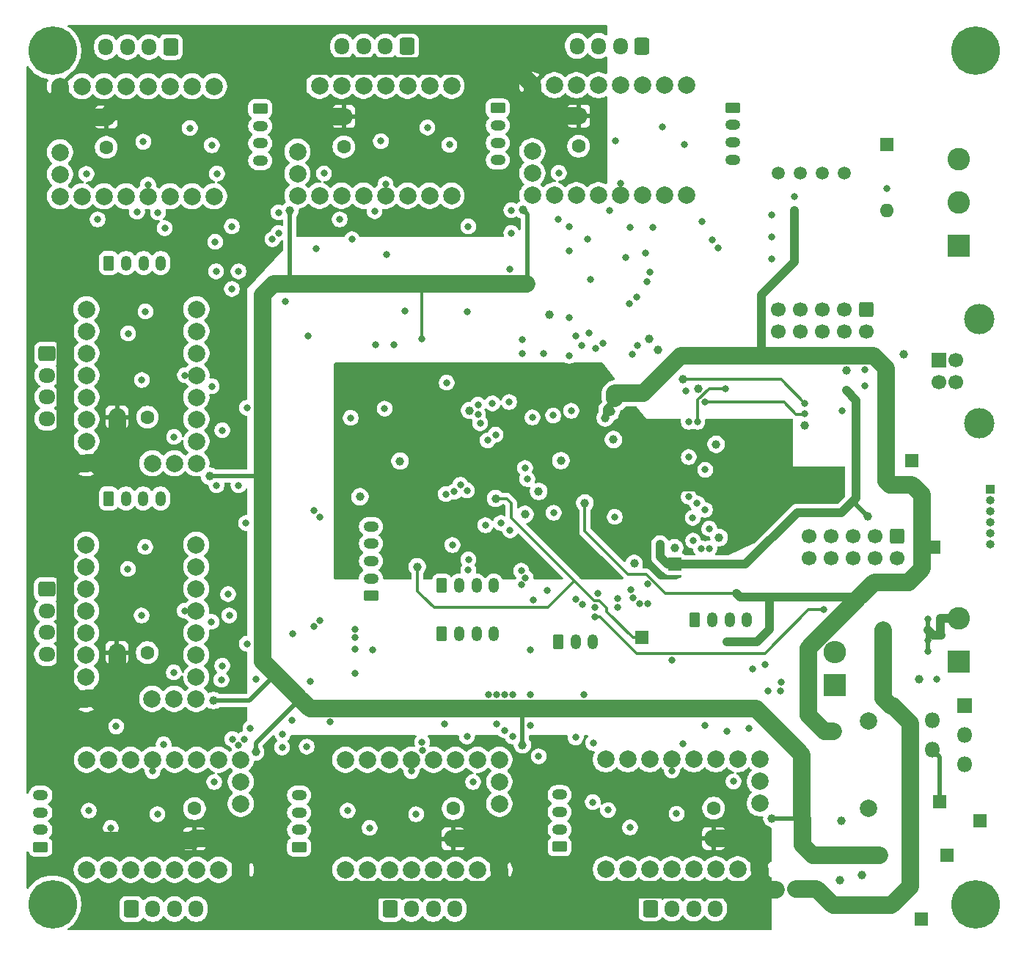
<source format=gbr>
%TF.GenerationSoftware,KiCad,Pcbnew,9.0.6*%
%TF.CreationDate,2026-01-15T17:24:24+03:00*%
%TF.ProjectId,multistepper,6d756c74-6973-4746-9570-7065722e6b69,rev?*%
%TF.SameCoordinates,Original*%
%TF.FileFunction,Copper,L3,Inr*%
%TF.FilePolarity,Positive*%
%FSLAX46Y46*%
G04 Gerber Fmt 4.6, Leading zero omitted, Abs format (unit mm)*
G04 Created by KiCad (PCBNEW 9.0.6) date 2026-01-15 17:24:24*
%MOMM*%
%LPD*%
G01*
G04 APERTURE LIST*
G04 Aperture macros list*
%AMRoundRect*
0 Rectangle with rounded corners*
0 $1 Rounding radius*
0 $2 $3 $4 $5 $6 $7 $8 $9 X,Y pos of 4 corners*
0 Add a 4 corners polygon primitive as box body*
4,1,4,$2,$3,$4,$5,$6,$7,$8,$9,$2,$3,0*
0 Add four circle primitives for the rounded corners*
1,1,$1+$1,$2,$3*
1,1,$1+$1,$4,$5*
1,1,$1+$1,$6,$7*
1,1,$1+$1,$8,$9*
0 Add four rect primitives between the rounded corners*
20,1,$1+$1,$2,$3,$4,$5,0*
20,1,$1+$1,$4,$5,$6,$7,0*
20,1,$1+$1,$6,$7,$8,$9,0*
20,1,$1+$1,$8,$9,$2,$3,0*%
G04 Aperture macros list end*
%TA.AperFunction,ComponentPad*%
%ADD10RoundRect,0.250000X0.600000X0.725000X-0.600000X0.725000X-0.600000X-0.725000X0.600000X-0.725000X0*%
%TD*%
%TA.AperFunction,ComponentPad*%
%ADD11O,1.700000X1.950000*%
%TD*%
%TA.AperFunction,ComponentPad*%
%ADD12RoundRect,0.250000X-0.725000X0.600000X-0.725000X-0.600000X0.725000X-0.600000X0.725000X0.600000X0*%
%TD*%
%TA.AperFunction,ComponentPad*%
%ADD13O,1.950000X1.700000*%
%TD*%
%TA.AperFunction,ComponentPad*%
%ADD14RoundRect,0.250000X0.625000X-0.350000X0.625000X0.350000X-0.625000X0.350000X-0.625000X-0.350000X0*%
%TD*%
%TA.AperFunction,ComponentPad*%
%ADD15O,1.750000X1.200000*%
%TD*%
%TA.AperFunction,ComponentPad*%
%ADD16RoundRect,0.250000X-0.600000X0.600000X-0.600000X-0.600000X0.600000X-0.600000X0.600000X0.600000X0*%
%TD*%
%TA.AperFunction,ComponentPad*%
%ADD17C,1.700000*%
%TD*%
%TA.AperFunction,ComponentPad*%
%ADD18C,5.600000*%
%TD*%
%TA.AperFunction,ComponentPad*%
%ADD19R,1.600000X1.600000*%
%TD*%
%TA.AperFunction,ComponentPad*%
%ADD20O,1.600000X1.600000*%
%TD*%
%TA.AperFunction,ComponentPad*%
%ADD21C,1.600000*%
%TD*%
%TA.AperFunction,ComponentPad*%
%ADD22RoundRect,0.250000X-0.350000X-0.625000X0.350000X-0.625000X0.350000X0.625000X-0.350000X0.625000X0*%
%TD*%
%TA.AperFunction,ComponentPad*%
%ADD23O,1.200000X1.750000*%
%TD*%
%TA.AperFunction,ComponentPad*%
%ADD24C,2.000000*%
%TD*%
%TA.AperFunction,ComponentPad*%
%ADD25R,2.600000X2.600000*%
%TD*%
%TA.AperFunction,ComponentPad*%
%ADD26C,2.600000*%
%TD*%
%TA.AperFunction,ComponentPad*%
%ADD27R,1.500000X1.500000*%
%TD*%
%TA.AperFunction,ComponentPad*%
%ADD28R,1.000000X1.000000*%
%TD*%
%TA.AperFunction,ComponentPad*%
%ADD29O,1.000000X1.000000*%
%TD*%
%TA.AperFunction,ComponentPad*%
%ADD30RoundRect,0.250000X-0.625000X0.350000X-0.625000X-0.350000X0.625000X-0.350000X0.625000X0.350000X0*%
%TD*%
%TA.AperFunction,ComponentPad*%
%ADD31RoundRect,0.250000X-0.600000X-0.725000X0.600000X-0.725000X0.600000X0.725000X-0.600000X0.725000X0*%
%TD*%
%TA.AperFunction,ComponentPad*%
%ADD32C,1.500000*%
%TD*%
%TA.AperFunction,ComponentPad*%
%ADD33O,2.600000X2.600000*%
%TD*%
%TA.AperFunction,ComponentPad*%
%ADD34R,1.800000X1.800000*%
%TD*%
%TA.AperFunction,ComponentPad*%
%ADD35O,1.800000X1.800000*%
%TD*%
%TA.AperFunction,ComponentPad*%
%ADD36R,1.700000X1.700000*%
%TD*%
%TA.AperFunction,ComponentPad*%
%ADD37C,3.500000*%
%TD*%
%TA.AperFunction,ViaPad*%
%ADD38C,1.000000*%
%TD*%
%TA.AperFunction,ViaPad*%
%ADD39C,0.800000*%
%TD*%
%TA.AperFunction,Conductor*%
%ADD40C,1.000000*%
%TD*%
%TA.AperFunction,Conductor*%
%ADD41C,0.500000*%
%TD*%
%TA.AperFunction,Conductor*%
%ADD42C,0.300000*%
%TD*%
%TA.AperFunction,Conductor*%
%ADD43C,2.000000*%
%TD*%
G04 APERTURE END LIST*
D10*
%TO.N,Net-(J17-Pin_1)*%
%TO.C,J17*%
X99921075Y-41501827D03*
D11*
%TO.N,Net-(J17-Pin_2)*%
X97421075Y-41501827D03*
%TO.N,Net-(J17-Pin_3)*%
X94921075Y-41501827D03*
%TO.N,Net-(J17-Pin_4)*%
X92421075Y-41501827D03*
%TD*%
D12*
%TO.N,Net-(J12-Pin_1)*%
%TO.C,J12*%
X58374000Y-76974000D03*
D13*
%TO.N,Net-(J12-Pin_2)*%
X58374000Y-79474000D03*
%TO.N,Net-(J12-Pin_3)*%
X58374000Y-81974000D03*
%TO.N,Net-(J12-Pin_4)*%
X58374000Y-84474000D03*
%TD*%
D14*
%TO.N,GND*%
%TO.C,J6*%
X95758000Y-104902000D03*
D15*
%TO.N,Net-(J6-Pin_2)*%
X95758000Y-102902000D03*
%TO.N,Net-(J6-Pin_3)*%
X95758000Y-100902000D03*
%TO.N,Net-(J6-Pin_4)*%
X95758000Y-98902000D03*
%TO.N,Net-(J6-Pin_5)*%
X95758000Y-96902000D03*
%TD*%
D16*
%TO.N,GND*%
%TO.C,J2*%
X152958800Y-71840700D03*
D17*
%TO.N,Net-(J2-Pin_2)*%
X152958800Y-74380700D03*
%TO.N,Net-(J2-Pin_3)*%
X150418800Y-71840700D03*
%TO.N,Net-(J2-Pin_4)*%
X150418800Y-74380700D03*
%TO.N,Net-(J2-Pin_5)*%
X147878800Y-71840700D03*
%TO.N,Net-(J2-Pin_6)*%
X147878800Y-74380700D03*
%TO.N,Net-(J2-Pin_7)*%
X145338800Y-71840700D03*
%TO.N,Net-(J2-Pin_8)*%
X145338800Y-74380700D03*
%TO.N,GND*%
X142798800Y-71840700D03*
%TO.N,Net-(J2-Pin_10)*%
X142798800Y-74380700D03*
%TD*%
D14*
%TO.N,Net-(J22-Pin_1)*%
%TO.C,J22*%
X87466000Y-133934000D03*
D15*
%TO.N,M5_L0*%
X87466000Y-131934000D03*
%TO.N,M5_L1*%
X87466000Y-129934000D03*
%TO.N,GND*%
X87466000Y-127934000D03*
%TD*%
D18*
%TO.N,N/C*%
%TO.C,H4*%
X165500000Y-140500000D03*
%TD*%
D19*
%TO.N,Net-(R18-Pad1)*%
%TO.C,SW3*%
X155295600Y-52832000D03*
D20*
%TO.N,/CANL*%
X155295600Y-60452000D03*
%TD*%
D19*
%TO.N,/Motors/Vm*%
%TO.C,C24*%
X105246000Y-132978000D03*
D21*
%TO.N,GND*%
X105246000Y-129478000D03*
%TD*%
D22*
%TO.N,Net-(J4-Pin_1)*%
%TO.C,J5*%
X103934000Y-103733600D03*
D23*
%TO.N,ADC2*%
X105934000Y-103733600D03*
%TO.N,ADC3*%
X107934000Y-103733600D03*
%TO.N,GND*%
X109934000Y-103733600D03*
%TD*%
D22*
%TO.N,Net-(J11-Pin_1)*%
%TO.C,J11*%
X65500000Y-66500000D03*
D23*
%TO.N,M0_L0*%
X67500000Y-66500000D03*
%TO.N,M0_L1*%
X69500000Y-66500000D03*
%TO.N,GND*%
X71500000Y-66500000D03*
%TD*%
D24*
%TO.N,/Motors/stepper_M5/~{ENx}*%
%TO.C,XX5*%
X140640000Y-123774000D03*
%TO.N,/Motors/stepper_M5/MS1*%
X138100000Y-123774000D03*
%TO.N,/Motors/stepper_M5/MS2*%
X135560000Y-123774000D03*
%TO.N,/Motors/stepper_M5/SPR*%
X133020000Y-123774000D03*
%TO.N,/Motors/stepper_M5/U*%
X130480000Y-123774000D03*
%TO.N,/Motors/stepper_M5/CLK*%
X127940000Y-123774000D03*
%TO.N,/Motors/stepper_M5/STEPx*%
X125400000Y-123774000D03*
%TO.N,/Motors/stepper_M5/DIRx*%
X122860000Y-123774000D03*
%TO.N,GND*%
X122860000Y-136474000D03*
%TO.N,Vio*%
X125400000Y-136474000D03*
%TO.N,Net-(J21-Pin_1)*%
X127940000Y-136474000D03*
%TO.N,Net-(J21-Pin_2)*%
X130480000Y-136474000D03*
%TO.N,Net-(J21-Pin_3)*%
X133020000Y-136474000D03*
%TO.N,Net-(J21-Pin_4)*%
X135560000Y-136474000D03*
%TO.N,GND*%
X138100000Y-136474000D03*
%TO.N,/Motors/Vm*%
X140640000Y-136474000D03*
%TO.N,unconnected-(XX5-Vref-Pad17)*%
X140640000Y-126314000D03*
%TO.N,/Motors/DIAG4*%
X140640000Y-128854000D03*
%TD*%
D22*
%TO.N,Net-(J13-Pin_1)*%
%TO.C,J13*%
X117380000Y-110194000D03*
D23*
%TO.N,Net-(J13-Pin_2)*%
X119380000Y-110194000D03*
%TO.N,GND*%
X121380000Y-110194000D03*
%TD*%
D24*
%TO.N,/Motors/stepper_M8/~{ENx}*%
%TO.C,XX8*%
X75572000Y-116801600D03*
%TO.N,/Motors/stepper_M8/MS1*%
X75572000Y-114261600D03*
%TO.N,/Motors/stepper_M8/MS2*%
X75572000Y-111721600D03*
%TO.N,/Motors/stepper_M8/SPR*%
X75572000Y-109181600D03*
%TO.N,/Motors/stepper_M8/U*%
X75572000Y-106641600D03*
%TO.N,/Motors/stepper_M8/CLK*%
X75572000Y-104101600D03*
%TO.N,/Motors/stepper_M8/STEPx*%
X75572000Y-101561600D03*
%TO.N,/Motors/stepper_M8/DIRx*%
X75572000Y-99021600D03*
%TO.N,GND*%
X62872000Y-99021600D03*
%TO.N,Vio*%
X62872000Y-101561600D03*
%TO.N,Net-(J27-Pin_1)*%
X62872000Y-104101600D03*
%TO.N,Net-(J27-Pin_2)*%
X62872000Y-106641600D03*
%TO.N,Net-(J27-Pin_3)*%
X62872000Y-109181600D03*
%TO.N,Net-(J27-Pin_4)*%
X62872000Y-111721600D03*
%TO.N,GND*%
X62872000Y-114261600D03*
%TO.N,/Motors/Vm*%
X62872000Y-116801600D03*
%TO.N,unconnected-(XX8-Vref-Pad17)*%
X73032000Y-116801600D03*
%TO.N,/Motors/DIAG7*%
X70492000Y-116801600D03*
%TD*%
%TO.N,/Motors/stepper_M3/~{ENx}*%
%TO.C,XX3*%
X87281075Y-58727827D03*
%TO.N,/Motors/stepper_M3/MS1*%
X89821075Y-58727827D03*
%TO.N,/Motors/stepper_M3/MS2*%
X92361075Y-58727827D03*
%TO.N,/Motors/stepper_M3/SPR*%
X94901075Y-58727827D03*
%TO.N,/Motors/stepper_M3/U*%
X97441075Y-58727827D03*
%TO.N,/Motors/stepper_M3/CLK*%
X99981075Y-58727827D03*
%TO.N,/Motors/stepper_M3/STEPx*%
X102521075Y-58727827D03*
%TO.N,/Motors/stepper_M3/DIRx*%
X105061075Y-58727827D03*
%TO.N,GND*%
X105061075Y-46027827D03*
%TO.N,Vio*%
X102521075Y-46027827D03*
%TO.N,Net-(J17-Pin_1)*%
X99981075Y-46027827D03*
%TO.N,Net-(J17-Pin_2)*%
X97441075Y-46027827D03*
%TO.N,Net-(J17-Pin_3)*%
X94901075Y-46027827D03*
%TO.N,Net-(J17-Pin_4)*%
X92361075Y-46027827D03*
%TO.N,GND*%
X89821075Y-46027827D03*
%TO.N,/Motors/Vm*%
X87281075Y-46027827D03*
%TO.N,unconnected-(XX3-Vref-Pad17)*%
X87281075Y-56187827D03*
%TO.N,/Motors/DIAG2*%
X87281075Y-53647827D03*
%TD*%
D25*
%TO.N,GND*%
%TO.C,J10*%
X163576000Y-112482000D03*
D26*
%TO.N,Net-(J10-Pin_2)*%
X163576000Y-107482000D03*
%TD*%
D16*
%TO.N,Net-(J3-Pin_1)*%
%TO.C,J3*%
X156464000Y-98044000D03*
D17*
%TO.N,GND*%
X156464000Y-100584000D03*
%TO.N,Net-(J3-Pin_3)*%
X153924000Y-98044000D03*
%TO.N,Net-(J3-Pin_4)*%
X153924000Y-100584000D03*
%TO.N,Net-(J3-Pin_5)*%
X151384000Y-98044000D03*
%TO.N,Net-(J3-Pin_6)*%
X151384000Y-100584000D03*
%TO.N,Net-(J3-Pin_7)*%
X148844000Y-98044000D03*
%TO.N,Net-(J3-Pin_8)*%
X148844000Y-100584000D03*
%TO.N,Net-(J3-Pin_9)*%
X146304000Y-98044000D03*
%TO.N,GND*%
X146304000Y-100584000D03*
%TD*%
D27*
%TO.N,GND*%
%TO.C,TP3*%
X166090600Y-130860800D03*
%TD*%
D28*
%TO.N,/MCU base/SWCLK*%
%TO.C,J1*%
X167258600Y-92608400D03*
D29*
%TO.N,/MCU base/SWDIO*%
X167258600Y-93878400D03*
%TO.N,GND*%
X167258600Y-95148400D03*
%TO.N,Net-(J1-Pin_4)*%
X167258600Y-96418400D03*
%TO.N,/MCU base/BOOT0*%
X167258600Y-97688400D03*
%TO.N,/MCU base/NRST*%
X167258600Y-98958400D03*
%TD*%
D14*
%TO.N,Net-(J24-Pin_1)*%
%TO.C,J24*%
X57604925Y-133934000D03*
D15*
%TO.N,M6_L0*%
X57604925Y-131934000D03*
%TO.N,M6_L1*%
X57604925Y-129934000D03*
%TO.N,GND*%
X57604925Y-127934000D03*
%TD*%
D18*
%TO.N,N/C*%
%TO.C,H1*%
X59000000Y-42000000D03*
%TD*%
D19*
%TO.N,/Motors/Vm*%
%TO.C,C23*%
X135306000Y-132918000D03*
D21*
%TO.N,GND*%
X135306000Y-129418000D03*
%TD*%
D10*
%TO.N,Net-(J19-Pin_1)*%
%TO.C,J19*%
X127026450Y-41440000D03*
D11*
%TO.N,Net-(J19-Pin_2)*%
X124526450Y-41440000D03*
%TO.N,Net-(J19-Pin_3)*%
X122026450Y-41440000D03*
%TO.N,Net-(J19-Pin_4)*%
X119526450Y-41440000D03*
%TD*%
D27*
%TO.N,Vdrive*%
%TO.C,TP2*%
X159258000Y-142240000D03*
%TD*%
D30*
%TO.N,Net-(J14-Pin_1)*%
%TO.C,J14*%
X82974000Y-48689654D03*
D15*
%TO.N,M1_L0*%
X82974000Y-50689654D03*
%TO.N,M1_L1*%
X82974000Y-52689654D03*
%TO.N,GND*%
X82974000Y-54689654D03*
%TD*%
D18*
%TO.N,N/C*%
%TO.C,H3*%
X59000000Y-140500000D03*
%TD*%
D31*
%TO.N,Net-(J23-Pin_1)*%
%TO.C,J23*%
X97940000Y-141060000D03*
D11*
%TO.N,Net-(J23-Pin_2)*%
X100440000Y-141060000D03*
%TO.N,Net-(J23-Pin_3)*%
X102940000Y-141060000D03*
%TO.N,Net-(J23-Pin_4)*%
X105440000Y-141060000D03*
%TD*%
D31*
%TO.N,Net-(J25-Pin_1)*%
%TO.C,J25*%
X68078925Y-141060000D03*
D11*
%TO.N,Net-(J25-Pin_2)*%
X70578925Y-141060000D03*
%TO.N,Net-(J25-Pin_3)*%
X73078925Y-141060000D03*
%TO.N,Net-(J25-Pin_4)*%
X75578925Y-141060000D03*
%TD*%
D24*
%TO.N,/Motors/stepper_M4/~{ENx}*%
%TO.C,XX4*%
X114386450Y-58666000D03*
%TO.N,/Motors/stepper_M4/MS1*%
X116926450Y-58666000D03*
%TO.N,/Motors/stepper_M4/MS2*%
X119466450Y-58666000D03*
%TO.N,/Motors/stepper_M4/SPR*%
X122006450Y-58666000D03*
%TO.N,/Motors/stepper_M4/U*%
X124546450Y-58666000D03*
%TO.N,/Motors/stepper_M4/CLK*%
X127086450Y-58666000D03*
%TO.N,/Motors/stepper_M4/STEPx*%
X129626450Y-58666000D03*
%TO.N,/Motors/stepper_M4/DIRx*%
X132166450Y-58666000D03*
%TO.N,GND*%
X132166450Y-45966000D03*
%TO.N,Vio*%
X129626450Y-45966000D03*
%TO.N,Net-(J19-Pin_1)*%
X127086450Y-45966000D03*
%TO.N,Net-(J19-Pin_2)*%
X124546450Y-45966000D03*
%TO.N,Net-(J19-Pin_3)*%
X122006450Y-45966000D03*
%TO.N,Net-(J19-Pin_4)*%
X119466450Y-45966000D03*
%TO.N,GND*%
X116926450Y-45966000D03*
%TO.N,/Motors/Vm*%
X114386450Y-45966000D03*
%TO.N,unconnected-(XX4-Vref-Pad17)*%
X114386450Y-56126000D03*
%TO.N,/Motors/DIAG3*%
X114386450Y-53586000D03*
%TD*%
D18*
%TO.N,N/C*%
%TO.C,H2*%
X165500000Y-42000000D03*
%TD*%
D31*
%TO.N,Net-(J21-Pin_1)*%
%TO.C,J21*%
X128000000Y-141000000D03*
D11*
%TO.N,Net-(J21-Pin_2)*%
X130500000Y-141000000D03*
%TO.N,Net-(J21-Pin_3)*%
X133000000Y-141000000D03*
%TO.N,Net-(J21-Pin_4)*%
X135500000Y-141000000D03*
%TD*%
D19*
%TO.N,/Motors/Vm*%
%TO.C,C21*%
X92615075Y-49583827D03*
D21*
%TO.N,GND*%
X92615075Y-53083827D03*
%TD*%
D19*
%TO.N,/Motors/Vm*%
%TO.C,C22*%
X119720450Y-49522000D03*
D21*
%TO.N,GND*%
X119720450Y-53022000D03*
%TD*%
D30*
%TO.N,Net-(J18-Pin_1)*%
%TO.C,J18*%
X137500450Y-48566000D03*
D15*
%TO.N,M3_L0*%
X137500450Y-50566000D03*
%TO.N,M3_L1*%
X137500450Y-52566000D03*
%TO.N,GND*%
X137500450Y-54566000D03*
%TD*%
D32*
%TO.N,GND*%
%TO.C,Q1*%
X142798800Y-56083200D03*
%TO.N,Net-(JP1-B)*%
X145338800Y-56083200D03*
%TO.N,Earth*%
X147878800Y-56083200D03*
%TO.N,Net-(Q1-+Vo)*%
X150418800Y-56083200D03*
%TD*%
D24*
%TO.N,/Motors/stepper_M6/~{ENx}*%
%TO.C,XX6*%
X110580000Y-123834000D03*
%TO.N,/Motors/stepper_M6/MS1*%
X108040000Y-123834000D03*
%TO.N,/Motors/stepper_M6/MS2*%
X105500000Y-123834000D03*
%TO.N,/Motors/stepper_M6/SPR*%
X102960000Y-123834000D03*
%TO.N,/Motors/stepper_M6/U*%
X100420000Y-123834000D03*
%TO.N,/Motors/stepper_M6/CLK*%
X97880000Y-123834000D03*
%TO.N,/Motors/stepper_M6/STEPx*%
X95340000Y-123834000D03*
%TO.N,/Motors/stepper_M6/DIRx*%
X92800000Y-123834000D03*
%TO.N,GND*%
X92800000Y-136534000D03*
%TO.N,Vio*%
X95340000Y-136534000D03*
%TO.N,Net-(J23-Pin_1)*%
X97880000Y-136534000D03*
%TO.N,Net-(J23-Pin_2)*%
X100420000Y-136534000D03*
%TO.N,Net-(J23-Pin_3)*%
X102960000Y-136534000D03*
%TO.N,Net-(J23-Pin_4)*%
X105500000Y-136534000D03*
%TO.N,GND*%
X108040000Y-136534000D03*
%TO.N,/Motors/Vm*%
X110580000Y-136534000D03*
%TO.N,unconnected-(XX6-Vref-Pad17)*%
X110580000Y-126374000D03*
%TO.N,/Motors/DIAG5*%
X110580000Y-128914000D03*
%TD*%
D25*
%TO.N,Net-(D26-K)*%
%TO.C,D26*%
X149250400Y-115194400D03*
D33*
%TO.N,GND*%
X149250400Y-111384400D03*
%TD*%
D27*
%TO.N,+3.3VADC*%
%TO.C,TP6*%
X127000000Y-109728000D03*
%TD*%
D19*
%TO.N,/Motors/Vm*%
%TO.C,C19*%
X66456000Y-84280000D03*
D21*
%TO.N,GND*%
X69956000Y-84280000D03*
%TD*%
D34*
%TO.N,Vdrive*%
%TO.C,U5*%
X164287200Y-117602000D03*
D35*
%TO.N,Net-(D26-K)*%
X160587200Y-119302000D03*
%TO.N,GND*%
X164287200Y-121002000D03*
%TO.N,Net-(D27-A)*%
X160587200Y-122702000D03*
%TO.N,GND*%
X164287200Y-124402000D03*
%TD*%
D12*
%TO.N,Net-(J27-Pin_1)*%
%TO.C,J27*%
X58346000Y-104161600D03*
D13*
%TO.N,Net-(J27-Pin_2)*%
X58346000Y-106661600D03*
%TO.N,Net-(J27-Pin_3)*%
X58346000Y-109161600D03*
%TO.N,Net-(J27-Pin_4)*%
X58346000Y-111661600D03*
%TD*%
D22*
%TO.N,GND*%
%TO.C,J7*%
X133144000Y-107704800D03*
D23*
%TO.N,Net-(J7-Pin_2)*%
X135144000Y-107704800D03*
%TO.N,Net-(J7-Pin_3)*%
X137144000Y-107704800D03*
%TO.N,Net-(J7-Pin_4)*%
X139144000Y-107704800D03*
%TD*%
D27*
%TO.N,Net-(D27-A)*%
%TO.C,TP4*%
X161366200Y-128701800D03*
%TD*%
D10*
%TO.N,Net-(J15-Pin_1)*%
%TO.C,J15*%
X72644000Y-41563654D03*
D11*
%TO.N,Net-(J15-Pin_2)*%
X70144000Y-41563654D03*
%TO.N,Net-(J15-Pin_3)*%
X67644000Y-41563654D03*
%TO.N,Net-(J15-Pin_4)*%
X65144000Y-41563654D03*
%TD*%
D24*
%TO.N,Net-(D27-A)*%
%TO.C,L1*%
X153162000Y-129409200D03*
%TO.N,Net-(D26-K)*%
X153162000Y-119409200D03*
%TD*%
D19*
%TO.N,/Motors/Vm*%
%TO.C,C20*%
X65194000Y-49645654D03*
D21*
%TO.N,GND*%
X65194000Y-53145654D03*
%TD*%
D24*
%TO.N,/Motors/stepper_M2/~{ENx}*%
%TO.C,XX2*%
X59860000Y-58789654D03*
%TO.N,/Motors/stepper_M2/MS1*%
X62400000Y-58789654D03*
%TO.N,/Motors/stepper_M2/MS2*%
X64940000Y-58789654D03*
%TO.N,/Motors/stepper_M2/SPR*%
X67480000Y-58789654D03*
%TO.N,/Motors/stepper_M2/U*%
X70020000Y-58789654D03*
%TO.N,/Motors/stepper_M2/CLK*%
X72560000Y-58789654D03*
%TO.N,/Motors/stepper_M2/STEPx*%
X75100000Y-58789654D03*
%TO.N,/Motors/stepper_M2/DIRx*%
X77640000Y-58789654D03*
%TO.N,GND*%
X77640000Y-46089654D03*
%TO.N,Vio*%
X75100000Y-46089654D03*
%TO.N,Net-(J15-Pin_1)*%
X72560000Y-46089654D03*
%TO.N,Net-(J15-Pin_2)*%
X70020000Y-46089654D03*
%TO.N,Net-(J15-Pin_3)*%
X67480000Y-46089654D03*
%TO.N,Net-(J15-Pin_4)*%
X64940000Y-46089654D03*
%TO.N,GND*%
X62400000Y-46089654D03*
%TO.N,/Motors/Vm*%
X59860000Y-46089654D03*
%TO.N,unconnected-(XX2-Vref-Pad17)*%
X59860000Y-56249654D03*
%TO.N,/Motors/DIAG1*%
X59860000Y-53709654D03*
%TD*%
D25*
%TO.N,/CANL*%
%TO.C,J9*%
X163576000Y-64516000D03*
D26*
%TO.N,Earth*%
X163576000Y-59516000D03*
%TO.N,/CANH*%
X163576000Y-54516000D03*
%TD*%
D19*
%TO.N,/Motors/Vm*%
%TO.C,C25*%
X75384925Y-132978000D03*
D21*
%TO.N,GND*%
X75384925Y-129478000D03*
%TD*%
D24*
%TO.N,/Motors/stepper_M7/~{ENx}*%
%TO.C,XX7*%
X80718925Y-123834000D03*
%TO.N,/Motors/stepper_M7/MS1*%
X78178925Y-123834000D03*
%TO.N,/Motors/stepper_M7/MS2*%
X75638925Y-123834000D03*
%TO.N,/Motors/stepper_M7/SPR*%
X73098925Y-123834000D03*
%TO.N,/Motors/stepper_M7/U*%
X70558925Y-123834000D03*
%TO.N,/Motors/stepper_M7/CLK*%
X68018925Y-123834000D03*
%TO.N,/Motors/stepper_M7/STEPx*%
X65478925Y-123834000D03*
%TO.N,/Motors/stepper_M7/DIRx*%
X62938925Y-123834000D03*
%TO.N,GND*%
X62938925Y-136534000D03*
%TO.N,Vio*%
X65478925Y-136534000D03*
%TO.N,Net-(J25-Pin_1)*%
X68018925Y-136534000D03*
%TO.N,Net-(J25-Pin_2)*%
X70558925Y-136534000D03*
%TO.N,Net-(J25-Pin_3)*%
X73098925Y-136534000D03*
%TO.N,Net-(J25-Pin_4)*%
X75638925Y-136534000D03*
%TO.N,GND*%
X78178925Y-136534000D03*
%TO.N,/Motors/Vm*%
X80718925Y-136534000D03*
%TO.N,unconnected-(XX7-Vref-Pad17)*%
X80718925Y-126374000D03*
%TO.N,/Motors/DIAG6*%
X80718925Y-128914000D03*
%TD*%
D22*
%TO.N,Net-(J26-Pin_1)*%
%TO.C,J26*%
X65472000Y-93687600D03*
D23*
%TO.N,M7_L0*%
X67472000Y-93687600D03*
%TO.N,M7_L1*%
X69472000Y-93687600D03*
%TO.N,GND*%
X71472000Y-93687600D03*
%TD*%
D22*
%TO.N,Net-(J4-Pin_1)*%
%TO.C,J4*%
X103934000Y-109321600D03*
D23*
%TO.N,ADC0*%
X105934000Y-109321600D03*
%TO.N,ADC1*%
X107934000Y-109321600D03*
%TO.N,GND*%
X109934000Y-109321600D03*
%TD*%
D14*
%TO.N,Net-(J20-Pin_1)*%
%TO.C,J20*%
X117526000Y-133874000D03*
D15*
%TO.N,M4_L0*%
X117526000Y-131874000D03*
%TO.N,M4_L1*%
X117526000Y-129874000D03*
%TO.N,GND*%
X117526000Y-127874000D03*
%TD*%
D30*
%TO.N,Net-(J16-Pin_1)*%
%TO.C,J16*%
X110395075Y-48627827D03*
D15*
%TO.N,M2_L0*%
X110395075Y-50627827D03*
%TO.N,M2_L1*%
X110395075Y-52627827D03*
%TO.N,GND*%
X110395075Y-54627827D03*
%TD*%
D27*
%TO.N,Vio*%
%TO.C,TP8*%
X162255200Y-134823200D03*
%TD*%
%TO.N,+3V3*%
%TO.C,TP5*%
X130810000Y-101244400D03*
%TD*%
D19*
%TO.N,/Motors/Vm*%
%TO.C,C26*%
X66428000Y-111467600D03*
D21*
%TO.N,GND*%
X69928000Y-111467600D03*
%TD*%
D24*
%TO.N,/Motors/stepper_M1/~{ENx}*%
%TO.C,XX1*%
X75600000Y-89614000D03*
%TO.N,/Motors/stepper_M1/MS1*%
X75600000Y-87074000D03*
%TO.N,/Motors/stepper_M1/MS2*%
X75600000Y-84534000D03*
%TO.N,/Motors/stepper_M1/SPR*%
X75600000Y-81994000D03*
%TO.N,/Motors/stepper_M1/U*%
X75600000Y-79454000D03*
%TO.N,/Motors/stepper_M1/CLK*%
X75600000Y-76914000D03*
%TO.N,/Motors/stepper_M1/STEPx*%
X75600000Y-74374000D03*
%TO.N,/Motors/stepper_M1/DIRx*%
X75600000Y-71834000D03*
%TO.N,GND*%
X62900000Y-71834000D03*
%TO.N,Vio*%
X62900000Y-74374000D03*
%TO.N,Net-(J12-Pin_1)*%
X62900000Y-76914000D03*
%TO.N,Net-(J12-Pin_2)*%
X62900000Y-79454000D03*
%TO.N,Net-(J12-Pin_3)*%
X62900000Y-81994000D03*
%TO.N,Net-(J12-Pin_4)*%
X62900000Y-84534000D03*
%TO.N,GND*%
X62900000Y-87074000D03*
%TO.N,/Motors/Vm*%
X62900000Y-89614000D03*
%TO.N,unconnected-(XX1-Vref-Pad17)*%
X73060000Y-89614000D03*
%TO.N,/Motors/DIAG0*%
X70520000Y-89614000D03*
%TD*%
D36*
%TO.N,/VB*%
%TO.C,J8*%
X161290000Y-77730000D03*
D17*
%TO.N,Net-(J8-D-)*%
X161290000Y-80230000D03*
%TO.N,Net-(J8-D+)*%
X163290000Y-80230000D03*
%TO.N,GND*%
X163290000Y-77730000D03*
D37*
X166000000Y-72960000D03*
X166000000Y-85000000D03*
%TD*%
D27*
%TO.N,Net-(D22-K)*%
%TO.C,TP1*%
X158167500Y-89348000D03*
%TD*%
%TO.N,+5V*%
%TO.C,TP7*%
X160731200Y-99314000D03*
%TD*%
D38*
%TO.N,GND*%
X145821000Y-85217000D03*
D39*
X99669600Y-72034400D03*
X121412000Y-121909100D03*
X88493600Y-74930000D03*
D38*
X94488000Y-93472000D03*
D39*
X114401600Y-84328000D03*
D38*
X127863600Y-75285600D03*
D39*
X142033000Y-66040000D03*
D38*
X117683600Y-89306400D03*
X115112800Y-92863500D03*
D39*
X101650800Y-121818400D03*
D38*
X113538000Y-95504000D03*
X149910800Y-137749000D03*
D39*
X125120400Y-65887600D03*
D38*
X116332000Y-72440800D03*
X152450000Y-137174000D03*
D39*
X77978000Y-56184800D03*
X89458800Y-64871600D03*
D38*
X135585200Y-87426800D03*
D39*
X161086800Y-114503200D03*
X130454400Y-112369600D03*
D38*
X126136400Y-101193600D03*
X135940800Y-98196400D03*
X150063200Y-130860800D03*
D39*
X86715600Y-109321600D03*
D38*
X107137200Y-83515200D03*
D39*
X127457200Y-65328800D03*
D38*
X130810000Y-99364800D03*
X123734800Y-86868000D03*
X159004000Y-114503200D03*
X157276800Y-77012800D03*
D39*
X86664800Y-119278400D03*
D38*
X133578600Y-80975200D03*
X99110800Y-89357200D03*
D39*
X121056400Y-68427600D03*
%TO.N,/MCU base/NRST*%
X113538000Y-90170000D03*
X97332800Y-83312000D03*
%TO.N,/MCU base/BOOT0*%
X116789200Y-84099400D03*
X150164800Y-83548000D03*
D38*
%TO.N,+3V3*%
X150600000Y-78870400D03*
D39*
X129133600Y-98958400D03*
D38*
X153085800Y-95758000D03*
D39*
X129133600Y-100431600D03*
D38*
X150600000Y-81200000D03*
D39*
%TO.N,/MCU base/BTN1*%
X133432503Y-84836000D03*
X136652000Y-80975189D03*
%TO.N,/MCU base/BTN2_SDA*%
X132433000Y-84836000D03*
%TO.N,/MCU base/SWDIO*%
X145821400Y-83870800D03*
X134333000Y-82561000D03*
%TO.N,/MCU base/BTN3_SCL*%
X132130800Y-81280000D03*
D38*
%TO.N,/MCU base/SWCLK*%
X128879600Y-76504800D03*
D39*
X145821000Y-82677000D03*
D38*
X131792223Y-79925423D03*
D39*
%TO.N,M4_L0*%
X132435600Y-88900000D03*
X119380000Y-121259600D03*
X143103600Y-114858800D03*
%TO.N,M4_L1*%
X134333000Y-90361500D03*
X121361200Y-128727200D03*
%TO.N,/MCU base/BTN4*%
X122508007Y-75782947D03*
%TO.N,/MCU base/BTN5*%
X121666000Y-76327000D03*
%TO.N,/MCU base/BTN6*%
X120904000Y-74574400D03*
%TO.N,M3_L1*%
X135788400Y-64719200D03*
X125882400Y-77012800D03*
X127579800Y-68681600D03*
%TO.N,M3_L0*%
X126492000Y-76036700D03*
X135128000Y-63855600D03*
X127965200Y-67513200D03*
%TO.N,M2_L1*%
X120079500Y-75996800D03*
%TO.N,M2_L0*%
X119380000Y-74930000D03*
%TO.N,M1_L0*%
X113205734Y-75363866D03*
X113182400Y-76911200D03*
%TO.N,M1_L1*%
X115671600Y-76911200D03*
%TO.N,/MCU base/SCRN_DCRS*%
X134808000Y-99435500D03*
%TO.N,/MCU base/SCRN_SCK*%
X133858000Y-99435500D03*
%TO.N,/MCU base/SCRN_MISO*%
X132943600Y-98552000D03*
%TO.N,/MCU base/SCRN_MOSI*%
X134808000Y-97160500D03*
%TO.N,/MCU base/SCRN_RST*%
X132892800Y-95910400D03*
%TO.N,/MCU base/SCRN_CS*%
X134315200Y-94996000D03*
%TO.N,M6_L1*%
X121564400Y-106273600D03*
X127696000Y-105785500D03*
X124216900Y-106273600D03*
%TO.N,M6_L0*%
X121909100Y-104597200D03*
X126746000Y-105785500D03*
X124216900Y-105237706D03*
%TO.N,M5_L1*%
X133400800Y-94234000D03*
%TO.N,M5_L0*%
X132435600Y-93472000D03*
%TO.N,/MCU base/A0*%
X105156000Y-99060000D03*
%TO.N,/MCU base/A1*%
X108966000Y-96774000D03*
%TO.N,/MCU base/A2*%
X110744000Y-96520000D03*
%TO.N,/MCU base/A3*%
X111815000Y-97337000D03*
%TO.N,/MCU base/A4*%
X116840000Y-95331600D03*
%TO.N,/MCU base/A5*%
X113792000Y-91440000D03*
%TO.N,ADC4*%
X121617266Y-107342466D03*
X147980400Y-106527600D03*
%TO.N,+5V*%
X144627600Y-60401200D03*
X136804400Y-110236000D03*
D38*
X146202400Y-118668800D03*
X122783600Y-84378800D03*
X149098000Y-120548400D03*
X137972800Y-104648000D03*
X155197900Y-90003120D03*
X120446800Y-94202100D03*
X143446500Y-67576700D03*
X123494800Y-83667600D03*
D39*
%TO.N,ADC0*%
X107004000Y-100722000D03*
D38*
%TO.N,Vdrive*%
X147167600Y-138734800D03*
X145999200Y-138734800D03*
D39*
X154905000Y-111379000D03*
D38*
X144743000Y-138836400D03*
D39*
X154905000Y-110109000D03*
X154905000Y-108839000D03*
D38*
X149088128Y-140655328D03*
D39*
X154889200Y-112268000D03*
%TO.N,ADC1*%
X106982978Y-101953778D03*
%TO.N,MUL0*%
X109778800Y-82702400D03*
%TO.N,MUL1*%
X108102400Y-82854800D03*
%TO.N,MUL2*%
X108102400Y-83972400D03*
%TO.N,MUL_EN*%
X108356400Y-84988400D03*
%TO.N,M1_DIR*%
X71944000Y-62483654D03*
X77774800Y-64047900D03*
D38*
%TO.N,+3.3VADC*%
X101092000Y-101549200D03*
X110134400Y-93675200D03*
D39*
%TO.N,USART3_TX*%
X123901200Y-95808800D03*
%TO.N,M6_STEP*%
X93882532Y-113842800D03*
X93878400Y-111099600D03*
%TO.N,M5_DIR*%
X141274800Y-112877600D03*
X139801600Y-113385600D03*
%TO.N,USB_DM*%
X152786500Y-80712000D03*
%TO.N,USB_DP*%
X152786500Y-78812000D03*
%TO.N,M4_DIR*%
X141579600Y-115925600D03*
X143052800Y-115925600D03*
%TO.N,CAN_RX*%
X125577600Y-71170800D03*
X142033000Y-60960000D03*
%TO.N,CAN_TX*%
X126390400Y-70459600D03*
X142033000Y-63500000D03*
%TO.N,USART2_TX*%
X118872000Y-83566000D03*
%TO.N,M3_STEP*%
X128270000Y-62382400D03*
X125670450Y-62360000D03*
%TO.N,Net-(JP1-B)*%
X144627600Y-58864700D03*
%TO.N,/MCU base/MOT_MUL0*%
X104394000Y-93167200D03*
%TO.N,/MCU base/MOT_MUL1*%
X105359802Y-92889531D03*
%TO.N,/MCU base/MOT_MUL2*%
X106070400Y-92100400D03*
%TO.N,/MCU base/MOT_MUL_EN*%
X106832400Y-92760800D03*
%TO.N,/MCU base/OUT1*%
X125780800Y-104241600D03*
%TO.N,/MCU base/OUT0*%
X127696000Y-103510500D03*
%TO.N,/MCU base/OUT2*%
X125964204Y-105122384D03*
%TO.N,/CANH*%
X155295600Y-57938000D03*
D38*
%TO.N,Net-(J10-Pin_2)*%
X161544000Y-109423200D03*
X161482400Y-107482000D03*
D39*
X160055000Y-107569000D03*
X160070800Y-110083600D03*
X160070800Y-108864400D03*
X160070800Y-111353600D03*
D38*
%TO.N,/Motors/Vm*%
X142544800Y-138836400D03*
X139598400Y-138836400D03*
X138074400Y-138836400D03*
X141020800Y-138836400D03*
D39*
%TO.N,/Motors/USART0-3*%
X79705200Y-62280800D03*
X118618000Y-62280800D03*
X133959600Y-61671200D03*
X104807075Y-52853827D03*
X118618000Y-77216000D03*
X131912450Y-52792000D03*
X118618000Y-72796400D03*
X79705200Y-69494400D03*
X106984800Y-62280800D03*
X77386000Y-52915654D03*
X69726000Y-72088000D03*
X118618000Y-65125600D03*
%TO.N,/Motors/MOSI*%
X117434450Y-56094000D03*
X78587600Y-85801200D03*
X80467200Y-122174000D03*
X77670925Y-126406000D03*
X113095200Y-103625600D03*
X136855200Y-120548400D03*
X107532000Y-126406000D03*
X78587600Y-112979200D03*
X112115600Y-116281200D03*
X106832400Y-121158000D03*
X73028000Y-86566000D03*
X73000000Y-113753600D03*
X62908000Y-56217654D03*
X117348000Y-61468000D03*
X112115600Y-121158000D03*
X92151200Y-61468000D03*
X64211200Y-61468000D03*
X137592000Y-126346000D03*
X90329075Y-56155827D03*
%TO.N,/Motors/SCK*%
X110286800Y-119735600D03*
X84378800Y-63754000D03*
X81432400Y-83210400D03*
X81432400Y-110439200D03*
X69278500Y-107186499D03*
X93573600Y-63754000D03*
X100964899Y-130127500D03*
X96896176Y-52434327D03*
X69475101Y-52496154D03*
X120751600Y-63754000D03*
X131024899Y-130067500D03*
X81838800Y-120192800D03*
X134264400Y-119837200D03*
X69306500Y-79998899D03*
X110286800Y-116281200D03*
X104241600Y-119735600D03*
X71103824Y-130127500D03*
X113095200Y-102025600D03*
X124001551Y-52372500D03*
%TO.N,/Motors/MISO*%
X111201200Y-116281200D03*
X111963200Y-60401200D03*
X81127600Y-121462800D03*
X80467200Y-92151200D03*
X111963200Y-63042800D03*
X113588800Y-102819200D03*
X85090000Y-60655200D03*
X77876400Y-67462400D03*
X77927200Y-92151200D03*
X111201200Y-120446800D03*
X85496400Y-122428000D03*
X79756000Y-121462800D03*
X80467200Y-67462400D03*
X85547200Y-120904000D03*
X115112800Y-123444000D03*
X85090000Y-63042800D03*
%TO.N,/Motors/USART4-7*%
X63192925Y-129708000D03*
X82499200Y-114554000D03*
X93054000Y-129708000D03*
X78486000Y-114604800D03*
X91033600Y-119481600D03*
X123114000Y-129648000D03*
X66344800Y-119989600D03*
X120294400Y-116281200D03*
X81330800Y-96520000D03*
X69698000Y-99275600D03*
%TO.N,/Motors/DIAG4*%
X95961200Y-111150400D03*
X114147600Y-119848100D03*
X139344400Y-120243600D03*
X114147600Y-116281200D03*
X96266000Y-75946000D03*
X114147600Y-111150400D03*
X98399600Y-75931500D03*
%TO.N,/Motors/DIAG6*%
X93929200Y-109677200D03*
X88341200Y-122326400D03*
X88773000Y-114833400D03*
%TO.N,/Motors/DIAG7*%
X93878400Y-108762800D03*
%TO.N,/Motors/DIAG5*%
X109321600Y-116281200D03*
%TO.N,/Motors/DIAG3*%
X104495600Y-80314800D03*
X106881134Y-72138066D03*
X111810800Y-67208400D03*
%TO.N,/Motors/DIAG0*%
X93421200Y-84378800D03*
%TO.N,/Motors/DIAG1*%
X85902800Y-70967600D03*
%TO.N,/Motors/DIAG2*%
X97586800Y-65481200D03*
%TO.N,/Motors/stepper_M1/U*%
X74279200Y-79454000D03*
X67726000Y-74628000D03*
%TO.N,/Motors/stepper_M1/~{ENx}*%
X77378000Y-80724000D03*
%TO.N,/MCU base/USART1_RX*%
X114503200Y-105359200D03*
%TO.N,/MCU base/USART1_TX*%
X116078000Y-104292400D03*
%TO.N,M0_L1*%
X110134400Y-86309200D03*
%TO.N,M0_L0*%
X109220000Y-86969600D03*
%TO.N,M7_L0*%
X89865200Y-107746800D03*
X89865200Y-95859600D03*
X119430800Y-105308400D03*
%TO.N,M7_L1*%
X89154000Y-95097600D03*
X89154000Y-108458000D03*
X120142000Y-105918000D03*
%TO.N,M7_DIR*%
X79400400Y-107188000D03*
X79266000Y-104717600D03*
D38*
%TO.N,MCU3v3*%
X149275800Y-90703400D03*
X113385600Y-86156800D03*
D39*
X115112800Y-94588500D03*
D38*
X119938800Y-86106000D03*
X124815600Y-84124800D03*
D39*
X115493800Y-83566000D03*
D38*
X109169200Y-79400400D03*
X125222000Y-95046800D03*
D39*
X100584000Y-100056000D03*
%TO.N,/Motors/stepper_M2/U*%
X70020000Y-57468854D03*
X74846000Y-50915654D03*
%TO.N,/Motors/stepper_M2/STEPx*%
X71170800Y-60655200D03*
%TO.N,/Motors/stepper_M2/~{ENx}*%
X68750000Y-60567654D03*
%TO.N,/Motors/stepper_M3/U*%
X97441075Y-57407027D03*
X102267075Y-50853827D03*
%TO.N,/Motors/stepper_M3/~{ENx}*%
X96171075Y-60505827D03*
%TO.N,/Motors/stepper_M4/U*%
X129372450Y-50792000D03*
X124546450Y-57345200D03*
%TO.N,/Motors/stepper_M4/~{ENx}*%
X123276450Y-60444000D03*
%TO.N,/Motors/stepper_M5/U*%
X125654000Y-131648000D03*
X130480000Y-125094800D03*
%TO.N,/Motors/stepper_M5/~{ENx}*%
X131750000Y-121996000D03*
%TO.N,/Motors/stepper_M6/U*%
X95594000Y-131708000D03*
X100420000Y-125154800D03*
%TO.N,/Motors/stepper_M6/~{ENx}*%
X101690000Y-122783600D03*
%TO.N,/Motors/stepper_M7/U*%
X65732925Y-131708000D03*
X70558925Y-125154800D03*
%TO.N,/Motors/stepper_M7/~{ENx}*%
X71828925Y-122056000D03*
%TO.N,/Motors/stepper_M8/U*%
X67698000Y-101815600D03*
X74251200Y-106641600D03*
%TO.N,/Motors/stepper_M8/~{ENx}*%
X77350000Y-107911600D03*
%TO.N,/MCU base/Diagn*%
X111709200Y-82550000D03*
D38*
%TO.N,Vio*%
X77114400Y-91084400D03*
X82448400Y-122936000D03*
X149910800Y-134874000D03*
X86410800Y-60401200D03*
X113284000Y-60350400D03*
X142036800Y-130606800D03*
X77571600Y-116992400D03*
X154482800Y-134874000D03*
D39*
X101650800Y-75285600D03*
D38*
X152450000Y-134874000D03*
X113233200Y-122123200D03*
%TD*%
D40*
%TO.N,+3V3*%
X151739600Y-93624400D02*
X150825200Y-94538800D01*
X129130895Y-98953193D02*
X129130895Y-100426393D01*
X151739600Y-82339600D02*
X150600000Y-81200000D01*
D41*
X151739600Y-94411800D02*
X153085800Y-95758000D01*
X151739600Y-93624400D02*
X151739600Y-94411800D01*
D40*
X144932400Y-95300800D02*
X150063200Y-95300800D01*
X151739600Y-93624400D02*
X151739600Y-82339600D01*
X129946400Y-101244400D02*
X129133600Y-100431600D01*
X138988800Y-101244400D02*
X144932400Y-95300800D01*
X130810000Y-101244400D02*
X129946400Y-101244400D01*
X130810000Y-101244400D02*
X138988800Y-101244400D01*
X150825200Y-94538800D02*
X150063200Y-95300800D01*
D42*
%TO.N,/MCU base/BTN1*%
X133432503Y-84836000D02*
X133432503Y-82315097D01*
X133432503Y-82315097D02*
X134772411Y-80975189D01*
X134772411Y-80975189D02*
X136652000Y-80975189D01*
%TO.N,/MCU base/SWDIO*%
X145821000Y-83947000D02*
X145821000Y-83871200D01*
X145821000Y-83871200D02*
X145821400Y-83870800D01*
X145821000Y-83947000D02*
X144821002Y-83947000D01*
X143435002Y-82561000D02*
X134333000Y-82561000D01*
X144821002Y-83947000D02*
X143435002Y-82561000D01*
%TO.N,/MCU base/SWCLK*%
X131792223Y-79925423D02*
X143069423Y-79925423D01*
X143069423Y-79925423D02*
X145821000Y-82677000D01*
%TO.N,ADC4*%
X146253200Y-106527600D02*
X141224000Y-111556800D01*
X122176066Y-107342466D02*
X121617266Y-107342466D01*
X147980400Y-106527600D02*
X146253200Y-106527600D01*
X125907800Y-111074200D02*
X122176066Y-107342466D01*
X126390400Y-111556800D02*
X125907800Y-111074200D01*
X141224000Y-111556800D02*
X126390400Y-111556800D01*
D43*
%TO.N,+5V*%
X148082000Y-120548400D02*
X146202400Y-118668800D01*
X123901200Y-82143600D02*
X123901200Y-81534000D01*
D40*
X140309600Y-110236000D02*
X136804400Y-110236000D01*
D41*
X122783600Y-83261200D02*
X123901200Y-82143600D01*
D43*
X153822400Y-103327200D02*
X152120600Y-105029000D01*
D41*
X123494800Y-82550000D02*
X123901200Y-82143600D01*
D43*
X149098000Y-120548400D02*
X148082000Y-120548400D01*
D40*
X141757400Y-108788200D02*
X140309600Y-110236000D01*
D42*
X129752048Y-104648000D02*
X137972800Y-104648000D01*
D41*
X123494800Y-83667600D02*
X123494800Y-82550000D01*
X123494800Y-83667600D02*
X122783600Y-84378800D01*
D42*
X120446800Y-94202100D02*
X120446800Y-97434400D01*
D43*
X158191200Y-92075000D02*
X159359600Y-93243400D01*
X159359600Y-101777800D02*
X157810200Y-103327200D01*
D40*
X141757400Y-105029000D02*
X138353800Y-105029000D01*
D43*
X155625800Y-92075000D02*
X158191200Y-92075000D01*
D40*
X143446500Y-67576700D02*
X144627600Y-66395600D01*
X140833600Y-70189600D02*
X143446500Y-67576700D01*
X138353800Y-105029000D02*
X137972800Y-104648000D01*
D43*
X155197900Y-90003120D02*
X155197900Y-78602100D01*
X127166000Y-81534000D02*
X131500000Y-77200000D01*
X131500000Y-77200000D02*
X140833600Y-77200000D01*
X157810200Y-103327200D02*
X153822400Y-103327200D01*
X155197900Y-78602100D02*
X153795800Y-77200000D01*
X123901200Y-81534000D02*
X127166000Y-81534000D01*
D42*
X160731200Y-99314000D02*
X159410400Y-99314000D01*
D43*
X146202400Y-118668800D02*
X146202400Y-110947200D01*
D40*
X141757400Y-105029000D02*
X141757400Y-108788200D01*
D43*
X153795800Y-77200000D02*
X140833600Y-77200000D01*
D42*
X125407911Y-102395511D02*
X127499559Y-102395511D01*
X127499559Y-102395511D02*
X129752048Y-104648000D01*
D40*
X144627600Y-66395600D02*
X144627600Y-60401200D01*
D42*
X159410400Y-99314000D02*
X159359600Y-99364800D01*
D43*
X146202400Y-110947200D02*
X152120600Y-105029000D01*
D40*
X152120600Y-105029000D02*
X141757400Y-105029000D01*
X140833600Y-77200000D02*
X140833600Y-70189600D01*
D43*
X155197900Y-91647100D02*
X155625800Y-92075000D01*
X159359600Y-99364800D02*
X159359600Y-101777800D01*
D41*
X122783600Y-84378800D02*
X122783600Y-83261200D01*
D43*
X155197900Y-90003120D02*
X155197900Y-91647100D01*
D42*
X120446800Y-97434400D02*
X125407911Y-102395511D01*
D43*
X159359600Y-93243400D02*
X159359600Y-99364800D01*
%TO.N,Vdrive*%
X157988000Y-119583200D02*
X157988000Y-138531600D01*
X154905000Y-111379000D02*
X154905000Y-112252200D01*
X147157728Y-138724928D02*
X145989328Y-138724928D01*
X154905000Y-110109000D02*
X154905000Y-111379000D01*
X155702000Y-117551200D02*
X155956000Y-117551200D01*
X157978128Y-138521728D02*
X155844528Y-140655328D01*
X155956000Y-117551200D02*
X157988000Y-119583200D01*
X145989328Y-138724928D02*
X144834728Y-138724928D01*
X154889200Y-116738400D02*
X155702000Y-117551200D01*
X154889200Y-112268000D02*
X154889200Y-116738400D01*
X149088128Y-140655328D02*
X147157728Y-138724928D01*
X154905000Y-108839000D02*
X154905000Y-110109000D01*
X155844528Y-140655328D02*
X149088128Y-140655328D01*
D42*
%TO.N,+3.3VADC*%
X119253000Y-103200200D02*
X121513600Y-105460800D01*
X111404400Y-93675200D02*
X111963200Y-94234000D01*
X101092000Y-104343200D02*
X101092000Y-101549200D01*
X103022400Y-106273600D02*
X101708000Y-104959200D01*
X122123200Y-105460800D02*
X122986800Y-106324400D01*
X121513600Y-105460800D02*
X122123200Y-105460800D01*
X111963200Y-94234000D02*
X111963200Y-95910400D01*
X111963200Y-95910400D02*
X119253000Y-103200200D01*
X122986800Y-106324400D02*
X122986800Y-106730800D01*
X110134400Y-93675200D02*
X111404400Y-93675200D01*
X125984000Y-109728000D02*
X127000000Y-109728000D01*
X101708000Y-104959200D02*
X101092000Y-104343200D01*
X119253000Y-103200200D02*
X116179600Y-106273600D01*
X122986800Y-106730800D02*
X125984000Y-109728000D01*
X116179600Y-106273600D02*
X103022400Y-106273600D01*
D41*
%TO.N,Net-(D27-A)*%
X161366200Y-123481000D02*
X160587200Y-122702000D01*
X161366200Y-128701800D02*
X161366200Y-123481000D01*
D40*
%TO.N,Net-(J10-Pin_2)*%
X160629600Y-109423200D02*
X160070800Y-108864400D01*
X161482400Y-107482000D02*
X161482400Y-109361600D01*
D41*
X160055000Y-107569000D02*
X160055000Y-111337800D01*
D40*
X161482400Y-109361600D02*
X161544000Y-109423200D01*
D41*
X160055000Y-111337800D02*
X160070800Y-111353600D01*
D40*
X161544000Y-109423200D02*
X160629600Y-109423200D01*
X161482400Y-107482000D02*
X163576000Y-107482000D01*
D43*
%TO.N,/Motors/Vm*%
X65839654Y-49000000D02*
X78500000Y-49000000D01*
X59897625Y-46121134D02*
X59897625Y-48153134D01*
X87281075Y-46027827D02*
X87281075Y-43897875D01*
X64963480Y-89576375D02*
X66487480Y-88052375D01*
X110580000Y-138672400D02*
X110744000Y-138836400D01*
X88842700Y-49615307D02*
X92652700Y-49615307D01*
X140640000Y-138455600D02*
X140640000Y-136474000D01*
X60354346Y-49645654D02*
X57353200Y-52646800D01*
X80718925Y-138783325D02*
X80772000Y-138836400D01*
X64935480Y-116763975D02*
X66459480Y-115239975D01*
X87318700Y-48091307D02*
X88842700Y-49615307D01*
X139078375Y-132886520D02*
X135268375Y-132886520D01*
X110542375Y-134470520D02*
X109018375Y-132946520D01*
X110580000Y-136534000D02*
X110580000Y-138672400D01*
X65194000Y-49645654D02*
X60354346Y-49645654D01*
X87318700Y-46059307D02*
X87318700Y-48091307D01*
X61104551Y-133207511D02*
X60448520Y-132551480D01*
X60448520Y-116792680D02*
X60448520Y-132551480D01*
X112210050Y-43789600D02*
X87172800Y-43789600D01*
X87281075Y-43897875D02*
X87172800Y-43789600D01*
X114386450Y-45966000D02*
X112210050Y-43789600D01*
X60448520Y-89309880D02*
X60448520Y-116792680D01*
X140602375Y-134410520D02*
X139078375Y-132886520D01*
X65194000Y-49645654D02*
X65839654Y-49000000D01*
X75384925Y-132978000D02*
X75155414Y-133207511D01*
X110744000Y-138836400D02*
X138074400Y-138836400D01*
X140602375Y-136442520D02*
X140602375Y-134410520D01*
X114424075Y-48029480D02*
X115948075Y-49553480D01*
X80718925Y-136534000D02*
X80718925Y-138783325D01*
X60752640Y-89614000D02*
X62900000Y-89614000D01*
X81472173Y-46027827D02*
X87281075Y-46027827D01*
X60448520Y-73707320D02*
X60448520Y-89309880D01*
X59897625Y-48153134D02*
X61421625Y-49677134D01*
X62872000Y-116801600D02*
X60457440Y-116801600D01*
X138074400Y-138836400D02*
X141020800Y-138836400D01*
X57353200Y-70612000D02*
X60448520Y-73707320D01*
X62931480Y-89576375D02*
X64963480Y-89576375D01*
X115948075Y-49553480D02*
X119758075Y-49553480D01*
X60448520Y-89309880D02*
X60752640Y-89614000D01*
X109018375Y-132946520D02*
X105208375Y-132946520D01*
X60457440Y-116801600D02*
X60448520Y-116792680D01*
X141020800Y-138836400D02*
X140640000Y-138455600D01*
X75155414Y-133207511D02*
X61104551Y-133207511D01*
X78500000Y-49000000D02*
X81472173Y-46027827D01*
X80681300Y-136502520D02*
X80681300Y-134470520D01*
X80681300Y-134470520D02*
X79157300Y-132946520D01*
X114424075Y-45997480D02*
X114424075Y-48029480D01*
X57353200Y-52646800D02*
X57353200Y-70612000D01*
X79157300Y-132946520D02*
X75347300Y-132946520D01*
X62903480Y-116763975D02*
X64935480Y-116763975D01*
X66459480Y-115239975D02*
X66459480Y-111429975D01*
X110542375Y-136502520D02*
X110542375Y-134470520D01*
X66487480Y-88052375D02*
X66487480Y-84242375D01*
X61421625Y-49677134D02*
X65231625Y-49677134D01*
X141020800Y-138836400D02*
X142544800Y-138836400D01*
X80772000Y-138836400D02*
X110744000Y-138836400D01*
D42*
%TO.N,MCU3v3*%
X109225659Y-92462459D02*
X110594059Y-91094059D01*
X100597170Y-100056000D02*
X102109900Y-98543270D01*
X122903200Y-92728000D02*
X122834400Y-92659200D01*
X109225659Y-92805941D02*
X109225659Y-92462459D01*
X122834400Y-92659200D02*
X122834400Y-89365600D01*
X149275800Y-90779600D02*
X147327400Y-92728000D01*
X103488330Y-98543270D02*
X109225659Y-92805941D01*
X100584000Y-100056000D02*
X100597170Y-100056000D01*
X110594059Y-88948341D02*
X113385600Y-86156800D01*
X102109900Y-98543270D02*
X103488330Y-98543270D01*
X149275800Y-90703400D02*
X149275800Y-90779600D01*
X147327400Y-92728000D02*
X122903200Y-92728000D01*
X113385600Y-86156800D02*
X115786513Y-88277087D01*
X121894000Y-88425200D02*
X122834400Y-89365600D01*
X110594059Y-91094059D02*
X110594059Y-88948341D01*
X115571100Y-94588500D02*
X117514800Y-92644800D01*
X121894000Y-86106000D02*
X122834400Y-86106000D01*
X115112800Y-94588500D02*
X115571100Y-94588500D01*
X115786513Y-90916513D02*
X117514800Y-92644800D01*
X115786513Y-88277087D02*
X115786513Y-90916513D01*
X125222000Y-95046800D02*
X122834400Y-92659200D01*
X119938800Y-86106000D02*
X121894000Y-86106000D01*
X113385600Y-86156800D02*
X119938800Y-86106000D01*
X122834400Y-86106000D02*
X124815600Y-84124800D01*
X121894000Y-86106000D02*
X121894000Y-88425200D01*
D41*
%TO.N,Vio*%
X82448400Y-122936000D02*
X82448400Y-121920000D01*
D43*
X83261200Y-70154800D02*
X83261200Y-91084400D01*
X86563200Y-68884800D02*
X84531200Y-68884800D01*
D41*
X81737200Y-116992400D02*
X84759800Y-113969800D01*
D43*
X83261200Y-91084400D02*
X83261200Y-110134400D01*
X145491200Y-130606800D02*
X145491200Y-123240800D01*
X88747600Y-117957600D02*
X87579200Y-116789200D01*
X145491200Y-123240800D02*
X140208000Y-117957600D01*
D41*
X142036800Y-130606800D02*
X145491200Y-130606800D01*
X113233200Y-122123200D02*
X113233200Y-118160800D01*
X77114400Y-91084400D02*
X83261200Y-91084400D01*
D43*
X101650800Y-68884800D02*
X91135200Y-68884800D01*
X145491200Y-130606800D02*
X145542000Y-130657600D01*
X84531200Y-68884800D02*
X83261200Y-70154800D01*
D42*
X101650800Y-75285600D02*
X101650800Y-68884800D01*
D43*
X140208000Y-117957600D02*
X113436400Y-117957600D01*
X113436400Y-117957600D02*
X88747600Y-117957600D01*
X91135200Y-68884800D02*
X86563200Y-68884800D01*
X84759800Y-113969800D02*
X83261200Y-112471200D01*
X113690400Y-68884800D02*
X101650800Y-68884800D01*
X149910800Y-134874000D02*
X152450000Y-134874000D01*
X145542000Y-130657600D02*
X145542000Y-133654800D01*
D41*
X113775511Y-68799689D02*
X113775511Y-67598311D01*
D43*
X152450000Y-134874000D02*
X154482800Y-134874000D01*
D41*
X113775511Y-67598311D02*
X113775511Y-60841911D01*
D43*
X87579200Y-116789200D02*
X84759800Y-113969800D01*
X146761200Y-134874000D02*
X149910800Y-134874000D01*
D42*
X113233200Y-118160800D02*
X113436400Y-117957600D01*
D43*
X83261200Y-112471200D02*
X83261200Y-110134400D01*
D40*
X113690400Y-68884800D02*
X113775511Y-68799689D01*
D43*
X145542000Y-133654800D02*
X146761200Y-134874000D01*
D41*
X82448400Y-121920000D02*
X87579200Y-116789200D01*
X86410800Y-60401200D02*
X86410800Y-68732400D01*
X86410800Y-68732400D02*
X86563200Y-68884800D01*
X77571600Y-116992400D02*
X81737200Y-116992400D01*
X113775511Y-60841911D02*
X113284000Y-60350400D01*
%TD*%
%TA.AperFunction,Conductor*%
%TO.N,/Motors/Vm*%
G36*
X122942121Y-39020002D02*
G01*
X122988614Y-39073658D01*
X123000000Y-39126000D01*
X123000000Y-40095837D01*
X122979998Y-40163958D01*
X122926342Y-40210451D01*
X122856068Y-40220555D01*
X122799940Y-40197774D01*
X122738461Y-40153107D01*
X122725571Y-40146539D01*
X122547933Y-40056028D01*
X122547930Y-40056027D01*
X122547928Y-40056026D01*
X122344570Y-39989952D01*
X122344573Y-39989952D01*
X122305251Y-39983724D01*
X122133366Y-39956500D01*
X121919534Y-39956500D01*
X121708334Y-39989951D01*
X121708328Y-39989952D01*
X121504971Y-40056026D01*
X121504965Y-40056029D01*
X121314437Y-40153108D01*
X121141443Y-40278796D01*
X121141440Y-40278798D01*
X120990248Y-40429990D01*
X120990246Y-40429993D01*
X120878386Y-40583955D01*
X120822164Y-40627309D01*
X120751427Y-40633384D01*
X120688636Y-40600252D01*
X120674514Y-40583955D01*
X120607576Y-40491823D01*
X120562656Y-40429996D01*
X120562653Y-40429993D01*
X120562651Y-40429990D01*
X120411459Y-40278798D01*
X120411456Y-40278796D01*
X120411454Y-40278794D01*
X120238459Y-40153106D01*
X120047933Y-40056028D01*
X120047930Y-40056027D01*
X120047928Y-40056026D01*
X119844570Y-39989952D01*
X119844573Y-39989952D01*
X119805251Y-39983724D01*
X119633366Y-39956500D01*
X119419534Y-39956500D01*
X119208334Y-39989951D01*
X119208328Y-39989952D01*
X119004971Y-40056026D01*
X119004965Y-40056029D01*
X118814437Y-40153108D01*
X118641443Y-40278796D01*
X118641440Y-40278798D01*
X118490248Y-40429990D01*
X118490246Y-40429993D01*
X118364558Y-40602987D01*
X118267479Y-40793515D01*
X118267476Y-40793521D01*
X118201402Y-40996878D01*
X118201401Y-40996883D01*
X118201401Y-40996884D01*
X118167950Y-41208084D01*
X118167950Y-41671916D01*
X118194172Y-41837473D01*
X118201402Y-41883121D01*
X118267476Y-42086478D01*
X118267478Y-42086483D01*
X118352165Y-42252690D01*
X118364558Y-42277012D01*
X118376930Y-42294040D01*
X118490244Y-42450004D01*
X118490246Y-42450006D01*
X118490248Y-42450009D01*
X118641440Y-42601201D01*
X118641443Y-42601203D01*
X118641446Y-42601206D01*
X118814441Y-42726894D01*
X119004967Y-42823972D01*
X119208328Y-42890047D01*
X119208329Y-42890047D01*
X119208334Y-42890049D01*
X119419534Y-42923500D01*
X119419537Y-42923500D01*
X119633363Y-42923500D01*
X119633366Y-42923500D01*
X119844566Y-42890049D01*
X120047933Y-42823972D01*
X120238459Y-42726894D01*
X120411454Y-42601206D01*
X120562656Y-42450004D01*
X120674514Y-42296043D01*
X120730736Y-42252690D01*
X120801472Y-42246615D01*
X120864264Y-42279746D01*
X120878384Y-42296041D01*
X120990244Y-42450004D01*
X120990246Y-42450006D01*
X120990248Y-42450009D01*
X121141440Y-42601201D01*
X121141443Y-42601203D01*
X121141446Y-42601206D01*
X121314441Y-42726894D01*
X121504967Y-42823972D01*
X121708328Y-42890047D01*
X121708329Y-42890047D01*
X121708334Y-42890049D01*
X121919534Y-42923500D01*
X121919537Y-42923500D01*
X122133363Y-42923500D01*
X122133366Y-42923500D01*
X122344566Y-42890049D01*
X122547933Y-42823972D01*
X122738459Y-42726894D01*
X122799939Y-42682225D01*
X122866806Y-42658368D01*
X122935958Y-42674448D01*
X122985438Y-42725362D01*
X123000000Y-42784162D01*
X123000000Y-44575958D01*
X122979998Y-44644079D01*
X122926342Y-44690572D01*
X122856068Y-44700676D01*
X122799941Y-44677895D01*
X122797082Y-44675818D01*
X122797079Y-44675816D01*
X122797077Y-44675815D01*
X122585513Y-44568018D01*
X122585510Y-44568017D01*
X122585508Y-44568016D01*
X122359696Y-44494645D01*
X122359692Y-44494644D01*
X122359691Y-44494644D01*
X122125172Y-44457500D01*
X121887728Y-44457500D01*
X121653209Y-44494644D01*
X121653203Y-44494645D01*
X121427391Y-44568016D01*
X121427385Y-44568019D01*
X121215819Y-44675817D01*
X121023725Y-44815382D01*
X121023722Y-44815384D01*
X120855834Y-44983272D01*
X120855829Y-44983278D01*
X120838385Y-45007288D01*
X120782162Y-45050642D01*
X120711426Y-45056716D01*
X120648635Y-45023583D01*
X120634515Y-45007288D01*
X120617070Y-44983278D01*
X120617065Y-44983272D01*
X120449177Y-44815384D01*
X120449174Y-44815382D01*
X120449172Y-44815380D01*
X120257077Y-44675815D01*
X120045513Y-44568018D01*
X120045510Y-44568017D01*
X120045508Y-44568016D01*
X119819696Y-44494645D01*
X119819692Y-44494644D01*
X119819691Y-44494644D01*
X119585172Y-44457500D01*
X119347728Y-44457500D01*
X119113209Y-44494644D01*
X119113203Y-44494645D01*
X118887391Y-44568016D01*
X118887385Y-44568019D01*
X118675819Y-44675817D01*
X118483725Y-44815382D01*
X118483722Y-44815384D01*
X118315834Y-44983272D01*
X118315829Y-44983278D01*
X118298385Y-45007288D01*
X118242162Y-45050642D01*
X118171426Y-45056716D01*
X118108635Y-45023583D01*
X118094515Y-45007288D01*
X118077070Y-44983278D01*
X118077065Y-44983272D01*
X117909177Y-44815384D01*
X117909174Y-44815382D01*
X117909172Y-44815380D01*
X117717077Y-44675815D01*
X117505513Y-44568018D01*
X117505510Y-44568017D01*
X117505508Y-44568016D01*
X117279696Y-44494645D01*
X117279692Y-44494644D01*
X117279691Y-44494644D01*
X117045172Y-44457500D01*
X116807728Y-44457500D01*
X116573209Y-44494644D01*
X116573203Y-44494645D01*
X116347391Y-44568016D01*
X116347385Y-44568019D01*
X116135819Y-44675817D01*
X115943725Y-44815382D01*
X115943722Y-44815384D01*
X115775834Y-44983272D01*
X115732328Y-45043152D01*
X115676105Y-45086505D01*
X115620508Y-45094701D01*
X115617217Y-45094442D01*
X114878773Y-45832885D01*
X114861695Y-45769147D01*
X114794552Y-45652853D01*
X114699597Y-45557898D01*
X114583303Y-45490755D01*
X114519562Y-45473675D01*
X115258006Y-44735232D01*
X115258006Y-44735230D01*
X115176818Y-44676246D01*
X114965317Y-44568480D01*
X114739579Y-44495133D01*
X114505129Y-44458000D01*
X114267771Y-44458000D01*
X114033320Y-44495133D01*
X113807582Y-44568480D01*
X113596084Y-44676243D01*
X113514892Y-44735231D01*
X114253336Y-45473676D01*
X114189597Y-45490755D01*
X114073303Y-45557898D01*
X113978348Y-45652853D01*
X113911205Y-45769147D01*
X113894126Y-45832886D01*
X113155681Y-45094442D01*
X113096693Y-45175634D01*
X112988930Y-45387132D01*
X112915583Y-45612870D01*
X112878450Y-45847321D01*
X112878450Y-46084678D01*
X112915583Y-46319129D01*
X112988930Y-46544867D01*
X113096696Y-46756368D01*
X113155680Y-46837556D01*
X113155682Y-46837556D01*
X113894125Y-46099112D01*
X113911205Y-46162853D01*
X113978348Y-46279147D01*
X114073303Y-46374102D01*
X114189597Y-46441245D01*
X114253336Y-46458323D01*
X113514892Y-47196766D01*
X113596086Y-47255756D01*
X113596087Y-47255757D01*
X113807582Y-47363519D01*
X114033320Y-47436866D01*
X114267771Y-47474000D01*
X114505129Y-47474000D01*
X114739579Y-47436866D01*
X114965317Y-47363519D01*
X115176817Y-47255754D01*
X115258006Y-47196767D01*
X115258006Y-47196765D01*
X114519564Y-46458323D01*
X114583303Y-46441245D01*
X114699597Y-46374102D01*
X114794552Y-46279147D01*
X114861695Y-46162853D01*
X114878773Y-46099114D01*
X115617215Y-46837556D01*
X115620506Y-46837298D01*
X115689986Y-46851893D01*
X115732329Y-46888848D01*
X115775830Y-46948722D01*
X115775832Y-46948724D01*
X115775834Y-46948727D01*
X115943722Y-47116615D01*
X115943725Y-47116617D01*
X115943728Y-47116620D01*
X116135823Y-47256185D01*
X116347387Y-47363982D01*
X116573209Y-47437356D01*
X116807728Y-47474500D01*
X116807731Y-47474500D01*
X117045169Y-47474500D01*
X117045172Y-47474500D01*
X117279691Y-47437356D01*
X117505513Y-47363982D01*
X117717077Y-47256185D01*
X117909172Y-47116620D01*
X118077070Y-46948722D01*
X118094514Y-46924711D01*
X118150736Y-46881358D01*
X118221472Y-46875283D01*
X118284264Y-46908414D01*
X118298384Y-46924710D01*
X118315830Y-46948722D01*
X118315832Y-46948724D01*
X118315834Y-46948727D01*
X118483722Y-47116615D01*
X118483725Y-47116617D01*
X118483728Y-47116620D01*
X118675823Y-47256185D01*
X118887387Y-47363982D01*
X119113209Y-47437356D01*
X119347728Y-47474500D01*
X119347731Y-47474500D01*
X119585169Y-47474500D01*
X119585172Y-47474500D01*
X119819691Y-47437356D01*
X120045513Y-47363982D01*
X120257077Y-47256185D01*
X120449172Y-47116620D01*
X120617070Y-46948722D01*
X120634514Y-46924711D01*
X120690736Y-46881358D01*
X120761472Y-46875283D01*
X120824264Y-46908414D01*
X120838384Y-46924710D01*
X120855830Y-46948722D01*
X120855832Y-46948724D01*
X120855834Y-46948727D01*
X121023722Y-47116615D01*
X121023725Y-47116617D01*
X121023728Y-47116620D01*
X121215823Y-47256185D01*
X121427387Y-47363982D01*
X121653209Y-47437356D01*
X121887728Y-47474500D01*
X121887731Y-47474500D01*
X122125169Y-47474500D01*
X122125172Y-47474500D01*
X122359691Y-47437356D01*
X122585513Y-47363982D01*
X122797077Y-47256185D01*
X122799932Y-47254110D01*
X122801203Y-47253657D01*
X122801301Y-47253597D01*
X122801313Y-47253617D01*
X122866797Y-47230247D01*
X122935950Y-47246322D01*
X122985434Y-47297232D01*
X123000000Y-47356041D01*
X123000000Y-57275958D01*
X122979998Y-57344079D01*
X122926342Y-57390572D01*
X122856068Y-57400676D01*
X122799941Y-57377895D01*
X122797082Y-57375818D01*
X122797079Y-57375816D01*
X122797077Y-57375815D01*
X122585513Y-57268018D01*
X122585510Y-57268017D01*
X122585508Y-57268016D01*
X122359696Y-57194645D01*
X122359692Y-57194644D01*
X122359691Y-57194644D01*
X122125172Y-57157500D01*
X121887728Y-57157500D01*
X121653209Y-57194644D01*
X121653203Y-57194645D01*
X121427391Y-57268016D01*
X121427385Y-57268019D01*
X121215819Y-57375817D01*
X121023725Y-57515382D01*
X121023722Y-57515384D01*
X120855834Y-57683272D01*
X120855829Y-57683278D01*
X120838385Y-57707288D01*
X120782162Y-57750642D01*
X120711426Y-57756716D01*
X120648635Y-57723583D01*
X120634515Y-57707288D01*
X120617070Y-57683278D01*
X120617065Y-57683272D01*
X120449177Y-57515384D01*
X120449174Y-57515382D01*
X120449172Y-57515380D01*
X120277388Y-57390572D01*
X120257080Y-57375817D01*
X120257079Y-57375816D01*
X120257077Y-57375815D01*
X120045513Y-57268018D01*
X120045510Y-57268017D01*
X120045508Y-57268016D01*
X119819696Y-57194645D01*
X119819692Y-57194644D01*
X119819691Y-57194644D01*
X119585172Y-57157500D01*
X119347728Y-57157500D01*
X119113209Y-57194644D01*
X119113203Y-57194645D01*
X118887391Y-57268016D01*
X118887385Y-57268019D01*
X118675819Y-57375817D01*
X118483725Y-57515382D01*
X118483722Y-57515384D01*
X118315834Y-57683272D01*
X118315829Y-57683278D01*
X118298385Y-57707288D01*
X118242162Y-57750642D01*
X118171426Y-57756716D01*
X118108635Y-57723583D01*
X118094515Y-57707288D01*
X118077070Y-57683278D01*
X118077065Y-57683272D01*
X117909177Y-57515384D01*
X117909174Y-57515382D01*
X117909172Y-57515380D01*
X117737388Y-57390572D01*
X117717080Y-57375817D01*
X117717079Y-57375816D01*
X117717077Y-57375815D01*
X117505513Y-57268018D01*
X117505510Y-57268017D01*
X117505508Y-57268016D01*
X117448514Y-57249498D01*
X117444927Y-57248332D01*
X117386322Y-57208260D01*
X117358685Y-57142863D01*
X117370792Y-57072906D01*
X117418798Y-57020600D01*
X117483864Y-57002500D01*
X117523928Y-57002500D01*
X117523929Y-57002500D01*
X117699450Y-56967587D01*
X117864786Y-56899102D01*
X118013585Y-56799678D01*
X118140128Y-56673135D01*
X118239552Y-56524336D01*
X118308037Y-56359000D01*
X118342950Y-56183479D01*
X118342950Y-56004521D01*
X118308037Y-55829000D01*
X118239552Y-55663664D01*
X118140128Y-55514865D01*
X118013585Y-55388322D01*
X117864786Y-55288898D01*
X117747879Y-55240473D01*
X117699453Y-55220414D01*
X117699451Y-55220413D01*
X117699450Y-55220413D01*
X117611095Y-55202838D01*
X117523931Y-55185500D01*
X117523929Y-55185500D01*
X117344971Y-55185500D01*
X117344968Y-55185500D01*
X117214221Y-55211507D01*
X117169450Y-55220413D01*
X117169449Y-55220413D01*
X117169446Y-55220414D01*
X117057151Y-55266929D01*
X117005947Y-55288139D01*
X117004112Y-55288899D01*
X116855319Y-55388319D01*
X116855312Y-55388324D01*
X116728774Y-55514862D01*
X116728769Y-55514869D01*
X116629349Y-55663662D01*
X116560864Y-55828996D01*
X116525950Y-56004518D01*
X116525950Y-56004521D01*
X116525950Y-56183479D01*
X116560863Y-56359000D01*
X116629348Y-56524336D01*
X116728772Y-56673135D01*
X116855315Y-56799678D01*
X116947846Y-56861505D01*
X117004114Y-56899102D01*
X117004119Y-56899104D01*
X117042715Y-56915092D01*
X117097996Y-56959640D01*
X117120416Y-57027004D01*
X117102857Y-57095795D01*
X117050895Y-57144173D01*
X116994496Y-57157500D01*
X116807728Y-57157500D01*
X116573209Y-57194644D01*
X116573203Y-57194645D01*
X116347391Y-57268016D01*
X116347385Y-57268019D01*
X116135819Y-57375817D01*
X115943725Y-57515382D01*
X115943722Y-57515384D01*
X115775834Y-57683272D01*
X115775829Y-57683278D01*
X115758385Y-57707288D01*
X115702162Y-57750642D01*
X115631426Y-57756716D01*
X115568635Y-57723583D01*
X115554515Y-57707288D01*
X115537070Y-57683278D01*
X115537065Y-57683272D01*
X115369177Y-57515384D01*
X115369174Y-57515382D01*
X115369172Y-57515380D01*
X115345161Y-57497935D01*
X115301808Y-57441714D01*
X115295733Y-57370978D01*
X115328864Y-57308186D01*
X115345162Y-57294064D01*
X115369172Y-57276620D01*
X115537070Y-57108722D01*
X115676635Y-56916627D01*
X115784432Y-56705063D01*
X115857806Y-56479241D01*
X115894950Y-56244722D01*
X115894950Y-56007278D01*
X115857806Y-55772759D01*
X115784432Y-55546937D01*
X115676635Y-55335373D01*
X115537070Y-55143278D01*
X115537067Y-55143275D01*
X115537065Y-55143272D01*
X115369177Y-54975384D01*
X115369174Y-54975382D01*
X115369172Y-54975380D01*
X115345161Y-54957935D01*
X115301808Y-54901714D01*
X115295733Y-54830978D01*
X115328864Y-54768186D01*
X115345162Y-54754064D01*
X115369172Y-54736620D01*
X115537070Y-54568722D01*
X115676635Y-54376627D01*
X115784432Y-54165063D01*
X115857806Y-53939241D01*
X115894950Y-53704722D01*
X115894950Y-53467278D01*
X115857806Y-53232759D01*
X115784432Y-53006937D01*
X115739636Y-52919019D01*
X118411950Y-52919019D01*
X118411950Y-53124981D01*
X118439870Y-53301256D01*
X118444171Y-53328412D01*
X118504496Y-53514074D01*
X118507816Y-53524290D01*
X118601321Y-53707803D01*
X118601323Y-53707806D01*
X118610730Y-53720754D01*
X118722382Y-53874430D01*
X118722384Y-53874432D01*
X118722386Y-53874435D01*
X118868014Y-54020063D01*
X118868017Y-54020065D01*
X118868020Y-54020068D01*
X119034647Y-54141129D01*
X119218160Y-54234634D01*
X119414042Y-54298280D01*
X119617469Y-54330500D01*
X119617472Y-54330500D01*
X119823428Y-54330500D01*
X119823431Y-54330500D01*
X120026858Y-54298280D01*
X120222740Y-54234634D01*
X120406253Y-54141129D01*
X120572880Y-54020068D01*
X120718518Y-53874430D01*
X120839579Y-53707803D01*
X120933084Y-53524290D01*
X120996730Y-53328408D01*
X121028950Y-53124981D01*
X121028950Y-52919019D01*
X120996730Y-52715592D01*
X120933084Y-52519710D01*
X120839579Y-52336197D01*
X120718518Y-52169570D01*
X120718515Y-52169567D01*
X120718513Y-52169564D01*
X120572885Y-52023936D01*
X120572882Y-52023934D01*
X120572880Y-52023932D01*
X120425722Y-51917016D01*
X120406256Y-51902873D01*
X120406255Y-51902872D01*
X120406253Y-51902871D01*
X120222740Y-51809366D01*
X120222737Y-51809365D01*
X120222735Y-51809364D01*
X120026862Y-51745721D01*
X120026860Y-51745720D01*
X120026858Y-51745720D01*
X119823431Y-51713500D01*
X119617469Y-51713500D01*
X119414042Y-51745720D01*
X119414040Y-51745720D01*
X119414037Y-51745721D01*
X119218164Y-51809364D01*
X119218158Y-51809367D01*
X119034643Y-51902873D01*
X118868017Y-52023934D01*
X118868014Y-52023936D01*
X118722386Y-52169564D01*
X118722384Y-52169567D01*
X118601323Y-52336193D01*
X118507817Y-52519708D01*
X118507814Y-52519714D01*
X118444171Y-52715587D01*
X118444170Y-52715590D01*
X118444170Y-52715592D01*
X118411950Y-52919019D01*
X115739636Y-52919019D01*
X115676635Y-52795373D01*
X115537070Y-52603278D01*
X115537067Y-52603275D01*
X115537065Y-52603272D01*
X115369177Y-52435384D01*
X115369174Y-52435382D01*
X115369172Y-52435380D01*
X115177077Y-52295815D01*
X114965513Y-52188018D01*
X114965510Y-52188017D01*
X114965508Y-52188016D01*
X114739696Y-52114645D01*
X114739692Y-52114644D01*
X114739691Y-52114644D01*
X114505172Y-52077500D01*
X114267728Y-52077500D01*
X114059039Y-52110553D01*
X114033203Y-52114645D01*
X113807391Y-52188016D01*
X113807385Y-52188019D01*
X113595819Y-52295817D01*
X113403725Y-52435382D01*
X113403722Y-52435384D01*
X113235834Y-52603272D01*
X113235832Y-52603275D01*
X113096267Y-52795369D01*
X112988469Y-53006935D01*
X112988466Y-53006941D01*
X112915095Y-53232753D01*
X112915094Y-53232758D01*
X112915094Y-53232759D01*
X112877950Y-53467278D01*
X112877950Y-53704722D01*
X112914622Y-53936259D01*
X112915095Y-53939246D01*
X112988466Y-54165058D01*
X112988468Y-54165063D01*
X113096265Y-54376627D01*
X113235830Y-54568722D01*
X113235832Y-54568724D01*
X113235834Y-54568727D01*
X113403722Y-54736615D01*
X113403728Y-54736620D01*
X113427738Y-54754065D01*
X113471092Y-54810288D01*
X113477166Y-54881024D01*
X113444033Y-54943815D01*
X113427738Y-54957935D01*
X113403728Y-54975379D01*
X113403722Y-54975384D01*
X113235834Y-55143272D01*
X113235832Y-55143275D01*
X113096267Y-55335369D01*
X112988469Y-55546935D01*
X112988466Y-55546941D01*
X112915095Y-55772753D01*
X112915094Y-55772758D01*
X112915094Y-55772759D01*
X112877950Y-56007278D01*
X112877950Y-56244722D01*
X112913886Y-56471613D01*
X112915095Y-56479246D01*
X112987260Y-56701346D01*
X112988468Y-56705063D01*
X113096265Y-56916627D01*
X113235830Y-57108722D01*
X113235832Y-57108724D01*
X113235834Y-57108727D01*
X113403722Y-57276615D01*
X113403728Y-57276620D01*
X113427738Y-57294065D01*
X113471092Y-57350288D01*
X113477166Y-57421024D01*
X113444033Y-57483815D01*
X113427738Y-57497935D01*
X113403728Y-57515379D01*
X113403722Y-57515384D01*
X113235834Y-57683272D01*
X113235832Y-57683275D01*
X113096267Y-57875369D01*
X112988469Y-58086935D01*
X112988466Y-58086941D01*
X112915095Y-58312753D01*
X112915094Y-58312758D01*
X112915094Y-58312759D01*
X112877950Y-58547278D01*
X112877950Y-58784722D01*
X112897535Y-58908376D01*
X112915095Y-59019246D01*
X112989998Y-59249771D01*
X112988954Y-59250110D01*
X112995976Y-59315474D01*
X112964190Y-59378958D01*
X112920198Y-59409499D01*
X112806296Y-59456679D01*
X112641120Y-59567045D01*
X112641117Y-59567047D01*
X112597654Y-59610511D01*
X112535341Y-59644536D01*
X112464525Y-59639470D01*
X112438557Y-59626180D01*
X112426080Y-59617843D01*
X112393536Y-59596098D01*
X112247241Y-59535500D01*
X112228203Y-59527614D01*
X112228201Y-59527613D01*
X112228200Y-59527613D01*
X112126979Y-59507479D01*
X112052681Y-59492700D01*
X112052679Y-59492700D01*
X111873721Y-59492700D01*
X111873718Y-59492700D01*
X111744246Y-59518454D01*
X111698200Y-59527613D01*
X111698199Y-59527613D01*
X111698196Y-59527614D01*
X111532862Y-59596099D01*
X111384069Y-59695519D01*
X111384062Y-59695524D01*
X111257524Y-59822062D01*
X111257519Y-59822069D01*
X111158099Y-59970862D01*
X111089614Y-60136196D01*
X111089613Y-60136199D01*
X111089613Y-60136200D01*
X111081100Y-60179000D01*
X111054700Y-60311718D01*
X111054700Y-60490681D01*
X111063213Y-60533479D01*
X111089613Y-60666200D01*
X111158098Y-60831536D01*
X111257522Y-60980335D01*
X111384065Y-61106878D01*
X111532864Y-61206302D01*
X111698200Y-61274787D01*
X111873721Y-61309700D01*
X111873722Y-61309700D01*
X112052678Y-61309700D01*
X112052679Y-61309700D01*
X112228200Y-61274787D01*
X112393536Y-61206302D01*
X112501616Y-61134085D01*
X112569367Y-61112871D01*
X112637834Y-61131654D01*
X112641601Y-61134075D01*
X112806296Y-61244121D01*
X112939231Y-61299184D01*
X112994510Y-61343731D01*
X113016931Y-61411094D01*
X113017011Y-61415592D01*
X113017011Y-62579455D01*
X112997009Y-62647576D01*
X112943353Y-62694069D01*
X112873079Y-62704173D01*
X112808499Y-62674679D01*
X112774603Y-62627675D01*
X112768302Y-62612465D01*
X112768302Y-62612464D01*
X112742022Y-62573133D01*
X112668878Y-62463665D01*
X112542335Y-62337122D01*
X112393536Y-62237698D01*
X112276629Y-62189273D01*
X112228203Y-62169214D01*
X112228201Y-62169213D01*
X112228200Y-62169213D01*
X112139845Y-62151638D01*
X112052681Y-62134300D01*
X112052679Y-62134300D01*
X111873721Y-62134300D01*
X111873718Y-62134300D01*
X111742971Y-62160307D01*
X111698200Y-62169213D01*
X111698199Y-62169213D01*
X111698196Y-62169214D01*
X111532862Y-62237699D01*
X111384069Y-62337119D01*
X111384062Y-62337124D01*
X111257524Y-62463662D01*
X111257519Y-62463669D01*
X111158099Y-62612462D01*
X111089614Y-62777796D01*
X111089613Y-62777799D01*
X111089613Y-62777800D01*
X111086327Y-62794322D01*
X111054700Y-62953318D01*
X111054700Y-63132281D01*
X111065684Y-63187502D01*
X111086251Y-63290900D01*
X111089614Y-63307803D01*
X111097061Y-63325781D01*
X111104650Y-63396371D01*
X111072871Y-63459858D01*
X111011813Y-63496086D01*
X110980652Y-63500000D01*
X94535934Y-63500000D01*
X94467813Y-63479998D01*
X94421320Y-63426342D01*
X94419525Y-63422219D01*
X94378702Y-63323664D01*
X94279278Y-63174865D01*
X94152735Y-63048322D01*
X94003936Y-62948898D01*
X93887029Y-62900473D01*
X93838603Y-62880414D01*
X93838601Y-62880413D01*
X93838600Y-62880413D01*
X93750245Y-62862838D01*
X93663081Y-62845500D01*
X93663079Y-62845500D01*
X93484121Y-62845500D01*
X93484118Y-62845500D01*
X93353371Y-62871507D01*
X93308600Y-62880413D01*
X93308599Y-62880413D01*
X93308596Y-62880414D01*
X93143262Y-62948899D01*
X92994469Y-63048319D01*
X92994462Y-63048324D01*
X92867924Y-63174862D01*
X92867919Y-63174869D01*
X92791823Y-63288756D01*
X92768498Y-63323664D01*
X92727675Y-63422219D01*
X92683126Y-63477499D01*
X92615763Y-63499920D01*
X92611266Y-63500000D01*
X87295300Y-63500000D01*
X87227179Y-63479998D01*
X87180686Y-63426342D01*
X87169300Y-63374000D01*
X87169300Y-61378518D01*
X91242700Y-61378518D01*
X91242700Y-61557481D01*
X91277614Y-61733003D01*
X91297673Y-61781429D01*
X91346098Y-61898336D01*
X91445522Y-62047135D01*
X91572065Y-62173678D01*
X91720864Y-62273102D01*
X91886200Y-62341587D01*
X92061721Y-62376500D01*
X92061722Y-62376500D01*
X92240678Y-62376500D01*
X92240679Y-62376500D01*
X92416200Y-62341587D01*
X92581536Y-62273102D01*
X92703935Y-62191318D01*
X106076300Y-62191318D01*
X106076300Y-62370281D01*
X106091718Y-62447792D01*
X106111213Y-62545800D01*
X106179698Y-62711136D01*
X106279122Y-62859935D01*
X106405665Y-62986478D01*
X106554464Y-63085902D01*
X106719800Y-63154387D01*
X106895321Y-63189300D01*
X106895322Y-63189300D01*
X107074278Y-63189300D01*
X107074279Y-63189300D01*
X107249800Y-63154387D01*
X107415136Y-63085902D01*
X107563935Y-62986478D01*
X107690478Y-62859935D01*
X107789902Y-62711136D01*
X107858387Y-62545800D01*
X107893300Y-62370279D01*
X107893300Y-62191321D01*
X107858387Y-62015800D01*
X107789902Y-61850464D01*
X107690478Y-61701665D01*
X107563935Y-61575122D01*
X107415136Y-61475698D01*
X107266975Y-61414327D01*
X107249803Y-61407214D01*
X107249801Y-61407213D01*
X107249800Y-61407213D01*
X107161445Y-61389638D01*
X107074281Y-61372300D01*
X107074279Y-61372300D01*
X106895321Y-61372300D01*
X106895318Y-61372300D01*
X106770974Y-61397034D01*
X106719800Y-61407213D01*
X106719799Y-61407213D01*
X106719796Y-61407214D01*
X106554462Y-61475699D01*
X106405669Y-61575119D01*
X106405662Y-61575124D01*
X106279124Y-61701662D01*
X106279119Y-61701669D01*
X106179699Y-61850462D01*
X106111214Y-62015796D01*
X106076300Y-62191318D01*
X92703935Y-62191318D01*
X92730335Y-62173678D01*
X92856878Y-62047135D01*
X92956302Y-61898336D01*
X93024787Y-61733000D01*
X93059700Y-61557479D01*
X93059700Y-61378521D01*
X93024787Y-61203000D01*
X92956302Y-61037664D01*
X92856878Y-60888865D01*
X92730335Y-60762322D01*
X92581536Y-60662898D01*
X92418356Y-60595306D01*
X92416203Y-60594414D01*
X92416201Y-60594413D01*
X92416200Y-60594413D01*
X92327845Y-60576838D01*
X92240681Y-60559500D01*
X92240679Y-60559500D01*
X92061721Y-60559500D01*
X92061718Y-60559500D01*
X91930971Y-60585507D01*
X91886200Y-60594413D01*
X91886199Y-60594413D01*
X91886196Y-60594414D01*
X91720862Y-60662899D01*
X91572069Y-60762319D01*
X91572062Y-60762324D01*
X91445524Y-60888862D01*
X91445519Y-60888869D01*
X91355805Y-61023137D01*
X91346098Y-61037664D01*
X91341204Y-61049479D01*
X91277614Y-61202996D01*
X91242700Y-61378518D01*
X87169300Y-61378518D01*
X87169300Y-61119448D01*
X87189302Y-61051327D01*
X87190792Y-61049280D01*
X87190714Y-61049228D01*
X87236745Y-60980337D01*
X87304521Y-60878904D01*
X87380544Y-60695369D01*
X87419300Y-60500529D01*
X87419300Y-60340852D01*
X87439302Y-60272731D01*
X87492958Y-60226238D01*
X87525585Y-60216403D01*
X87634316Y-60199183D01*
X87860138Y-60125809D01*
X88071702Y-60018012D01*
X88263797Y-59878447D01*
X88431695Y-59710549D01*
X88449139Y-59686538D01*
X88505361Y-59643185D01*
X88576097Y-59637110D01*
X88638889Y-59670241D01*
X88653009Y-59686537D01*
X88670455Y-59710549D01*
X88670457Y-59710551D01*
X88670459Y-59710554D01*
X88838347Y-59878442D01*
X88838350Y-59878444D01*
X88838353Y-59878447D01*
X89030448Y-60018012D01*
X89242012Y-60125809D01*
X89467834Y-60199183D01*
X89702353Y-60236327D01*
X89702356Y-60236327D01*
X89939794Y-60236327D01*
X89939797Y-60236327D01*
X90174316Y-60199183D01*
X90400138Y-60125809D01*
X90611702Y-60018012D01*
X90803797Y-59878447D01*
X90971695Y-59710549D01*
X90989139Y-59686538D01*
X91045361Y-59643185D01*
X91116097Y-59637110D01*
X91178889Y-59670241D01*
X91193009Y-59686537D01*
X91210455Y-59710549D01*
X91210457Y-59710551D01*
X91210459Y-59710554D01*
X91378347Y-59878442D01*
X91378350Y-59878444D01*
X91378353Y-59878447D01*
X91570448Y-60018012D01*
X91782012Y-60125809D01*
X92007834Y-60199183D01*
X92242353Y-60236327D01*
X92242356Y-60236327D01*
X92479794Y-60236327D01*
X92479797Y-60236327D01*
X92714316Y-60199183D01*
X92940138Y-60125809D01*
X93151702Y-60018012D01*
X93343797Y-59878447D01*
X93511695Y-59710549D01*
X93529139Y-59686538D01*
X93585361Y-59643185D01*
X93656097Y-59637110D01*
X93718889Y-59670241D01*
X93733009Y-59686537D01*
X93750455Y-59710549D01*
X93750457Y-59710551D01*
X93750459Y-59710554D01*
X93918347Y-59878442D01*
X93918350Y-59878444D01*
X93918353Y-59878447D01*
X94110448Y-60018012D01*
X94322012Y-60125809D01*
X94547834Y-60199183D01*
X94782353Y-60236327D01*
X94782356Y-60236327D01*
X95019794Y-60236327D01*
X95019797Y-60236327D01*
X95128889Y-60219048D01*
X95199297Y-60228147D01*
X95253611Y-60273869D01*
X95274584Y-60341697D01*
X95272176Y-60368078D01*
X95262575Y-60416342D01*
X95262575Y-60595308D01*
X95276677Y-60666203D01*
X95297488Y-60770827D01*
X95365973Y-60936163D01*
X95465397Y-61084962D01*
X95591940Y-61211505D01*
X95740739Y-61310929D01*
X95906075Y-61379414D01*
X96081596Y-61414327D01*
X96081597Y-61414327D01*
X96260553Y-61414327D01*
X96260554Y-61414327D01*
X96436075Y-61379414D01*
X96601411Y-61310929D01*
X96750210Y-61211505D01*
X96876753Y-61084962D01*
X96976177Y-60936163D01*
X97044662Y-60770827D01*
X97079575Y-60595306D01*
X97079575Y-60416348D01*
X97069973Y-60368076D01*
X97076300Y-60297366D01*
X97119854Y-60241298D01*
X97186806Y-60217678D01*
X97213254Y-60219047D01*
X97322353Y-60236327D01*
X97322356Y-60236327D01*
X97559794Y-60236327D01*
X97559797Y-60236327D01*
X97794316Y-60199183D01*
X98020138Y-60125809D01*
X98231702Y-60018012D01*
X98423797Y-59878447D01*
X98591695Y-59710549D01*
X98609139Y-59686538D01*
X98665361Y-59643185D01*
X98736097Y-59637110D01*
X98798889Y-59670241D01*
X98813009Y-59686537D01*
X98830455Y-59710549D01*
X98830457Y-59710551D01*
X98830459Y-59710554D01*
X98998347Y-59878442D01*
X98998350Y-59878444D01*
X98998353Y-59878447D01*
X99190448Y-60018012D01*
X99402012Y-60125809D01*
X99627834Y-60199183D01*
X99862353Y-60236327D01*
X99862356Y-60236327D01*
X100099794Y-60236327D01*
X100099797Y-60236327D01*
X100334316Y-60199183D01*
X100560138Y-60125809D01*
X100771702Y-60018012D01*
X100963797Y-59878447D01*
X101131695Y-59710549D01*
X101149139Y-59686538D01*
X101205361Y-59643185D01*
X101276097Y-59637110D01*
X101338889Y-59670241D01*
X101353009Y-59686537D01*
X101370455Y-59710549D01*
X101370457Y-59710551D01*
X101370459Y-59710554D01*
X101538347Y-59878442D01*
X101538350Y-59878444D01*
X101538353Y-59878447D01*
X101730448Y-60018012D01*
X101942012Y-60125809D01*
X102167834Y-60199183D01*
X102402353Y-60236327D01*
X102402356Y-60236327D01*
X102639794Y-60236327D01*
X102639797Y-60236327D01*
X102874316Y-60199183D01*
X103100138Y-60125809D01*
X103311702Y-60018012D01*
X103503797Y-59878447D01*
X103671695Y-59710549D01*
X103689139Y-59686538D01*
X103745361Y-59643185D01*
X103816097Y-59637110D01*
X103878889Y-59670241D01*
X103893009Y-59686537D01*
X103910455Y-59710549D01*
X103910457Y-59710551D01*
X103910459Y-59710554D01*
X104078347Y-59878442D01*
X104078350Y-59878444D01*
X104078353Y-59878447D01*
X104270448Y-60018012D01*
X104482012Y-60125809D01*
X104707834Y-60199183D01*
X104942353Y-60236327D01*
X104942356Y-60236327D01*
X105179794Y-60236327D01*
X105179797Y-60236327D01*
X105414316Y-60199183D01*
X105640138Y-60125809D01*
X105851702Y-60018012D01*
X106043797Y-59878447D01*
X106211695Y-59710549D01*
X106351260Y-59518454D01*
X106459057Y-59306890D01*
X106532431Y-59081068D01*
X106569575Y-58846549D01*
X106569575Y-58609105D01*
X106532431Y-58374586D01*
X106459057Y-58148764D01*
X106351260Y-57937200D01*
X106211695Y-57745105D01*
X106211692Y-57745102D01*
X106211690Y-57745099D01*
X106043802Y-57577211D01*
X106043799Y-57577209D01*
X106043797Y-57577207D01*
X105851702Y-57437642D01*
X105640138Y-57329845D01*
X105640135Y-57329844D01*
X105640133Y-57329843D01*
X105414321Y-57256472D01*
X105414317Y-57256471D01*
X105414316Y-57256471D01*
X105179797Y-57219327D01*
X104942353Y-57219327D01*
X104707834Y-57256471D01*
X104707828Y-57256472D01*
X104482016Y-57329843D01*
X104482010Y-57329846D01*
X104270444Y-57437644D01*
X104078350Y-57577209D01*
X104078347Y-57577211D01*
X103910459Y-57745099D01*
X103910454Y-57745105D01*
X103893010Y-57769115D01*
X103836787Y-57812469D01*
X103766051Y-57818543D01*
X103703260Y-57785410D01*
X103689140Y-57769115D01*
X103671695Y-57745105D01*
X103671690Y-57745099D01*
X103503802Y-57577211D01*
X103503799Y-57577209D01*
X103503797Y-57577207D01*
X103311702Y-57437642D01*
X103100138Y-57329845D01*
X103100135Y-57329844D01*
X103100133Y-57329843D01*
X102874321Y-57256472D01*
X102874317Y-57256471D01*
X102874316Y-57256471D01*
X102639797Y-57219327D01*
X102402353Y-57219327D01*
X102167834Y-57256471D01*
X102167828Y-57256472D01*
X101942016Y-57329843D01*
X101942010Y-57329846D01*
X101730444Y-57437644D01*
X101538350Y-57577209D01*
X101538347Y-57577211D01*
X101370459Y-57745099D01*
X101370454Y-57745105D01*
X101353010Y-57769115D01*
X101296787Y-57812469D01*
X101226051Y-57818543D01*
X101163260Y-57785410D01*
X101149140Y-57769115D01*
X101131695Y-57745105D01*
X101131690Y-57745099D01*
X100963802Y-57577211D01*
X100963799Y-57577209D01*
X100963797Y-57577207D01*
X100771702Y-57437642D01*
X100560138Y-57329845D01*
X100560135Y-57329844D01*
X100560133Y-57329843D01*
X100334321Y-57256472D01*
X100334317Y-57256471D01*
X100334316Y-57256471D01*
X100099797Y-57219327D01*
X99862353Y-57219327D01*
X99627834Y-57256471D01*
X99627828Y-57256472D01*
X99402016Y-57329843D01*
X99402010Y-57329846D01*
X99190444Y-57437644D01*
X98998350Y-57577209D01*
X98998347Y-57577211D01*
X98830459Y-57745099D01*
X98830454Y-57745105D01*
X98813010Y-57769115D01*
X98756787Y-57812469D01*
X98686051Y-57818543D01*
X98623260Y-57785410D01*
X98609140Y-57769115D01*
X98591695Y-57745105D01*
X98591690Y-57745099D01*
X98423802Y-57577211D01*
X98423798Y-57577208D01*
X98423797Y-57577207D01*
X98401511Y-57561015D01*
X98358159Y-57504793D01*
X98349575Y-57459081D01*
X98349575Y-57317549D01*
X98349574Y-57317545D01*
X98348105Y-57310160D01*
X98314662Y-57142027D01*
X98246177Y-56976691D01*
X98146753Y-56827892D01*
X98020210Y-56701349D01*
X97871411Y-56601925D01*
X97724503Y-56541073D01*
X97706078Y-56533441D01*
X97706076Y-56533440D01*
X97706075Y-56533440D01*
X97617720Y-56515865D01*
X97530556Y-56498527D01*
X97530554Y-56498527D01*
X97351596Y-56498527D01*
X97351593Y-56498527D01*
X97221844Y-56524336D01*
X97176075Y-56533440D01*
X97176074Y-56533440D01*
X97176071Y-56533441D01*
X97048789Y-56586164D01*
X97026811Y-56595268D01*
X97010737Y-56601926D01*
X96861944Y-56701346D01*
X96861937Y-56701351D01*
X96735399Y-56827889D01*
X96735394Y-56827896D01*
X96646505Y-56960929D01*
X96635973Y-56976691D01*
X96621791Y-57010929D01*
X96567489Y-57142023D01*
X96567488Y-57142026D01*
X96567488Y-57142027D01*
X96565771Y-57150658D01*
X96532575Y-57317545D01*
X96532575Y-57459080D01*
X96512573Y-57527201D01*
X96480638Y-57561014D01*
X96458359Y-57577201D01*
X96458349Y-57577209D01*
X96290459Y-57745099D01*
X96290454Y-57745105D01*
X96273010Y-57769115D01*
X96216787Y-57812469D01*
X96146051Y-57818543D01*
X96083260Y-57785410D01*
X96069140Y-57769115D01*
X96051695Y-57745105D01*
X96051690Y-57745099D01*
X95883802Y-57577211D01*
X95883799Y-57577209D01*
X95883797Y-57577207D01*
X95691702Y-57437642D01*
X95480138Y-57329845D01*
X95480135Y-57329844D01*
X95480133Y-57329843D01*
X95254321Y-57256472D01*
X95254317Y-57256471D01*
X95254316Y-57256471D01*
X95019797Y-57219327D01*
X94782353Y-57219327D01*
X94547834Y-57256471D01*
X94547828Y-57256472D01*
X94322016Y-57329843D01*
X94322010Y-57329846D01*
X94110444Y-57437644D01*
X93918350Y-57577209D01*
X93918347Y-57577211D01*
X93750459Y-57745099D01*
X93750454Y-57745105D01*
X93733010Y-57769115D01*
X93676787Y-57812469D01*
X93606051Y-57818543D01*
X93543260Y-57785410D01*
X93529140Y-57769115D01*
X93511695Y-57745105D01*
X93511690Y-57745099D01*
X93343802Y-57577211D01*
X93343799Y-57577209D01*
X93343797Y-57577207D01*
X93151702Y-57437642D01*
X92940138Y-57329845D01*
X92940135Y-57329844D01*
X92940133Y-57329843D01*
X92714321Y-57256472D01*
X92714317Y-57256471D01*
X92714316Y-57256471D01*
X92479797Y-57219327D01*
X92242353Y-57219327D01*
X92007834Y-57256471D01*
X92007828Y-57256472D01*
X91782016Y-57329843D01*
X91782010Y-57329846D01*
X91570444Y-57437644D01*
X91378350Y-57577209D01*
X91378347Y-57577211D01*
X91210459Y-57745099D01*
X91210454Y-57745105D01*
X91193010Y-57769115D01*
X91136787Y-57812469D01*
X91066051Y-57818543D01*
X91003260Y-57785410D01*
X90989140Y-57769115D01*
X90971695Y-57745105D01*
X90971690Y-57745099D01*
X90803802Y-57577211D01*
X90803799Y-57577209D01*
X90803797Y-57577207D01*
X90611702Y-57437642D01*
X90400138Y-57329845D01*
X90400135Y-57329844D01*
X90400133Y-57329843D01*
X90362282Y-57317545D01*
X90339552Y-57310159D01*
X90280947Y-57270087D01*
X90253310Y-57204690D01*
X90265417Y-57134733D01*
X90313423Y-57082427D01*
X90378489Y-57064327D01*
X90418553Y-57064327D01*
X90418554Y-57064327D01*
X90594075Y-57029414D01*
X90759411Y-56960929D01*
X90908210Y-56861505D01*
X91034753Y-56734962D01*
X91134177Y-56586163D01*
X91202662Y-56420827D01*
X91237575Y-56245306D01*
X91237575Y-56066348D01*
X91202662Y-55890827D01*
X91134177Y-55725491D01*
X91034753Y-55576692D01*
X90908210Y-55450149D01*
X90759411Y-55350725D01*
X90642504Y-55302300D01*
X90594078Y-55282241D01*
X90594076Y-55282240D01*
X90594075Y-55282240D01*
X90499068Y-55263342D01*
X90418556Y-55247327D01*
X90418554Y-55247327D01*
X90239596Y-55247327D01*
X90239593Y-55247327D01*
X90108846Y-55273334D01*
X90064075Y-55282240D01*
X90064074Y-55282240D01*
X90064071Y-55282241D01*
X89935811Y-55335369D01*
X89900560Y-55349971D01*
X89898737Y-55350726D01*
X89749944Y-55450146D01*
X89749937Y-55450151D01*
X89623399Y-55576689D01*
X89623394Y-55576696D01*
X89523974Y-55725489D01*
X89455489Y-55890823D01*
X89420575Y-56066345D01*
X89420575Y-56245308D01*
X89426338Y-56274279D01*
X89455488Y-56420827D01*
X89523973Y-56586163D01*
X89623397Y-56734962D01*
X89749940Y-56861505D01*
X89842471Y-56923332D01*
X89898739Y-56960929D01*
X89898744Y-56960931D01*
X89937340Y-56976919D01*
X89992621Y-57021467D01*
X90015041Y-57088831D01*
X89997482Y-57157622D01*
X89945520Y-57206000D01*
X89889121Y-57219327D01*
X89702353Y-57219327D01*
X89467834Y-57256471D01*
X89467828Y-57256472D01*
X89242016Y-57329843D01*
X89242010Y-57329846D01*
X89030444Y-57437644D01*
X88838350Y-57577209D01*
X88838347Y-57577211D01*
X88670459Y-57745099D01*
X88670454Y-57745105D01*
X88653010Y-57769115D01*
X88596787Y-57812469D01*
X88526051Y-57818543D01*
X88463260Y-57785410D01*
X88449140Y-57769115D01*
X88431695Y-57745105D01*
X88431690Y-57745099D01*
X88263802Y-57577211D01*
X88263799Y-57577209D01*
X88263797Y-57577207D01*
X88239786Y-57559762D01*
X88196433Y-57503541D01*
X88190358Y-57432805D01*
X88223489Y-57370013D01*
X88239787Y-57355891D01*
X88263797Y-57338447D01*
X88431695Y-57170549D01*
X88571260Y-56978454D01*
X88679057Y-56766890D01*
X88752431Y-56541068D01*
X88789575Y-56306549D01*
X88789575Y-56069105D01*
X88752431Y-55834586D01*
X88679057Y-55608764D01*
X88571260Y-55397200D01*
X88431695Y-55205105D01*
X88431692Y-55205102D01*
X88431690Y-55205099D01*
X88263802Y-55037211D01*
X88263799Y-55037209D01*
X88263797Y-55037207D01*
X88239786Y-55019762D01*
X88196433Y-54963541D01*
X88190358Y-54892805D01*
X88223489Y-54830013D01*
X88239787Y-54815891D01*
X88263797Y-54798447D01*
X88431695Y-54630549D01*
X88571260Y-54438454D01*
X88679057Y-54226890D01*
X88752431Y-54001068D01*
X88789575Y-53766549D01*
X88789575Y-53529105D01*
X88752431Y-53294586D01*
X88679057Y-53068764D01*
X88634261Y-52980846D01*
X91306575Y-52980846D01*
X91306575Y-53186808D01*
X91333438Y-53356413D01*
X91338796Y-53390239D01*
X91399121Y-53575901D01*
X91402441Y-53586117D01*
X91495946Y-53769630D01*
X91495948Y-53769633D01*
X91505160Y-53782312D01*
X91617007Y-53936257D01*
X91617009Y-53936259D01*
X91617011Y-53936262D01*
X91762639Y-54081890D01*
X91762642Y-54081892D01*
X91762645Y-54081895D01*
X91929272Y-54202956D01*
X92112785Y-54296461D01*
X92308667Y-54360107D01*
X92512094Y-54392327D01*
X92512097Y-54392327D01*
X92718053Y-54392327D01*
X92718056Y-54392327D01*
X92921483Y-54360107D01*
X93117365Y-54296461D01*
X93300878Y-54202956D01*
X93467505Y-54081895D01*
X93613143Y-53936257D01*
X93734204Y-53769630D01*
X93827709Y-53586117D01*
X93891355Y-53390235D01*
X93923575Y-53186808D01*
X93923575Y-52980846D01*
X93891355Y-52777419D01*
X93827709Y-52581537D01*
X93734204Y-52398024D01*
X93695567Y-52344845D01*
X95987676Y-52344845D01*
X95987676Y-52523808D01*
X96000609Y-52588827D01*
X96015781Y-52665102D01*
X96022590Y-52699330D01*
X96029109Y-52715068D01*
X96091074Y-52864663D01*
X96190498Y-53013462D01*
X96317041Y-53140005D01*
X96465840Y-53239429D01*
X96631176Y-53307914D01*
X96806697Y-53342827D01*
X96806698Y-53342827D01*
X96985654Y-53342827D01*
X96985655Y-53342827D01*
X97161176Y-53307914D01*
X97326512Y-53239429D01*
X97475311Y-53140005D01*
X97601854Y-53013462D01*
X97701278Y-52864663D01*
X97742831Y-52764345D01*
X103898575Y-52764345D01*
X103898575Y-52943308D01*
X103908164Y-52991516D01*
X103925402Y-53078178D01*
X103933489Y-53118830D01*
X103942259Y-53140002D01*
X104001973Y-53284163D01*
X104101397Y-53432962D01*
X104227940Y-53559505D01*
X104376739Y-53658929D01*
X104542075Y-53727414D01*
X104717596Y-53762327D01*
X104717597Y-53762327D01*
X104896553Y-53762327D01*
X104896554Y-53762327D01*
X105072075Y-53727414D01*
X105237411Y-53658929D01*
X105386210Y-53559505D01*
X105512753Y-53432962D01*
X105612177Y-53284163D01*
X105680662Y-53118827D01*
X105715575Y-52943306D01*
X105715575Y-52764348D01*
X105680662Y-52588827D01*
X105612177Y-52423491D01*
X105512753Y-52274692D01*
X105386210Y-52148149D01*
X105237411Y-52048725D01*
X105088149Y-51986898D01*
X105072078Y-51980241D01*
X105072076Y-51980240D01*
X105072075Y-51980240D01*
X104983720Y-51962665D01*
X104896556Y-51945327D01*
X104896554Y-51945327D01*
X104717596Y-51945327D01*
X104717593Y-51945327D01*
X104606048Y-51967515D01*
X104542075Y-51980240D01*
X104542074Y-51980240D01*
X104542071Y-51980241D01*
X104477099Y-52007154D01*
X104381276Y-52046846D01*
X104376737Y-52048726D01*
X104227944Y-52148146D01*
X104227937Y-52148151D01*
X104101399Y-52274689D01*
X104101394Y-52274696D01*
X104038882Y-52368253D01*
X104001973Y-52423491D01*
X103999244Y-52430080D01*
X103933489Y-52588823D01*
X103898575Y-52764345D01*
X97742831Y-52764345D01*
X97769763Y-52699327D01*
X97804676Y-52523806D01*
X97804676Y-52344848D01*
X97769763Y-52169327D01*
X97701278Y-52003991D01*
X97601854Y-51855192D01*
X97475311Y-51728649D01*
X97326512Y-51629225D01*
X97173875Y-51566000D01*
X97161179Y-51560741D01*
X97161177Y-51560740D01*
X97161176Y-51560740D01*
X97072821Y-51543165D01*
X96985657Y-51525827D01*
X96985655Y-51525827D01*
X96806697Y-51525827D01*
X96806694Y-51525827D01*
X96675947Y-51551834D01*
X96631176Y-51560740D01*
X96631175Y-51560740D01*
X96631172Y-51560741D01*
X96529623Y-51602805D01*
X96481912Y-51622568D01*
X96465838Y-51629226D01*
X96317045Y-51728646D01*
X96317038Y-51728651D01*
X96190500Y-51855189D01*
X96190495Y-51855196D01*
X96103751Y-51985019D01*
X96091074Y-52003991D01*
X96081740Y-52026525D01*
X96022590Y-52169323D01*
X95987676Y-52344845D01*
X93695567Y-52344845D01*
X93613143Y-52231397D01*
X93613140Y-52231394D01*
X93613138Y-52231391D01*
X93467510Y-52085763D01*
X93467507Y-52085761D01*
X93467505Y-52085759D01*
X93322270Y-51980240D01*
X93300881Y-51964700D01*
X93300880Y-51964699D01*
X93300878Y-51964698D01*
X93117365Y-51871193D01*
X93117362Y-51871192D01*
X93117360Y-51871191D01*
X92921487Y-51807548D01*
X92921485Y-51807547D01*
X92921483Y-51807547D01*
X92718056Y-51775327D01*
X92512094Y-51775327D01*
X92308667Y-51807547D01*
X92308665Y-51807547D01*
X92308662Y-51807548D01*
X92112789Y-51871191D01*
X92112783Y-51871194D01*
X91929268Y-51964700D01*
X91762642Y-52085761D01*
X91762639Y-52085763D01*
X91617011Y-52231391D01*
X91617009Y-52231394D01*
X91495948Y-52398020D01*
X91402442Y-52581535D01*
X91402439Y-52581541D01*
X91338796Y-52777414D01*
X91338795Y-52777417D01*
X91338795Y-52777419D01*
X91306575Y-52980846D01*
X88634261Y-52980846D01*
X88571260Y-52857200D01*
X88431695Y-52665105D01*
X88431692Y-52665102D01*
X88431690Y-52665099D01*
X88263802Y-52497211D01*
X88263799Y-52497209D01*
X88263797Y-52497207D01*
X88071702Y-52357642D01*
X87860138Y-52249845D01*
X87860135Y-52249844D01*
X87860133Y-52249843D01*
X87634321Y-52176472D01*
X87634317Y-52176471D01*
X87634316Y-52176471D01*
X87399797Y-52139327D01*
X87162353Y-52139327D01*
X86927834Y-52176471D01*
X86927828Y-52176472D01*
X86702016Y-52249843D01*
X86702010Y-52249846D01*
X86490444Y-52357644D01*
X86298350Y-52497209D01*
X86298347Y-52497211D01*
X86130459Y-52665099D01*
X86130457Y-52665102D01*
X85990892Y-52857196D01*
X85883094Y-53068762D01*
X85883091Y-53068768D01*
X85809720Y-53294580D01*
X85809719Y-53294585D01*
X85809719Y-53294586D01*
X85772575Y-53529105D01*
X85772575Y-53766549D01*
X85809247Y-53998086D01*
X85809720Y-54001073D01*
X85875108Y-54202315D01*
X85883093Y-54226890D01*
X85990890Y-54438454D01*
X86130455Y-54630549D01*
X86130457Y-54630551D01*
X86130459Y-54630554D01*
X86298347Y-54798442D01*
X86298353Y-54798447D01*
X86322363Y-54815892D01*
X86365717Y-54872115D01*
X86371791Y-54942851D01*
X86338658Y-55005642D01*
X86322363Y-55019762D01*
X86298353Y-55037206D01*
X86298347Y-55037211D01*
X86130459Y-55205099D01*
X86130457Y-55205102D01*
X85990892Y-55397196D01*
X85883094Y-55608762D01*
X85883091Y-55608768D01*
X85809720Y-55834580D01*
X85809719Y-55834585D01*
X85809719Y-55834586D01*
X85772575Y-56069105D01*
X85772575Y-56306549D01*
X85809719Y-56541068D01*
X85809720Y-56541073D01*
X85882825Y-56766065D01*
X85883093Y-56766890D01*
X85990890Y-56978454D01*
X86130455Y-57170549D01*
X86130457Y-57170551D01*
X86130459Y-57170554D01*
X86298347Y-57338442D01*
X86298353Y-57338447D01*
X86322363Y-57355892D01*
X86365717Y-57412115D01*
X86371791Y-57482851D01*
X86338658Y-57545642D01*
X86322363Y-57559762D01*
X86298353Y-57577206D01*
X86298347Y-57577211D01*
X86130459Y-57745099D01*
X86130457Y-57745102D01*
X85990892Y-57937196D01*
X85883094Y-58148762D01*
X85883091Y-58148768D01*
X85809720Y-58374580D01*
X85809719Y-58374585D01*
X85809719Y-58374586D01*
X85772575Y-58609105D01*
X85772575Y-58846549D01*
X85809719Y-59081068D01*
X85809720Y-59081073D01*
X85864644Y-59250110D01*
X85883093Y-59306890D01*
X85921208Y-59381696D01*
X85934312Y-59451471D01*
X85907612Y-59517256D01*
X85878943Y-59543662D01*
X85767923Y-59617843D01*
X85767921Y-59617845D01*
X85627447Y-59758318D01*
X85613643Y-59778977D01*
X85559164Y-59824502D01*
X85488721Y-59833348D01*
X85460661Y-59825379D01*
X85355007Y-59781615D01*
X85355002Y-59781614D01*
X85355000Y-59781613D01*
X85237887Y-59758318D01*
X85179481Y-59746700D01*
X85179479Y-59746700D01*
X85000521Y-59746700D01*
X85000518Y-59746700D01*
X84871438Y-59772376D01*
X84825000Y-59781613D01*
X84824999Y-59781613D01*
X84824996Y-59781614D01*
X84659662Y-59850099D01*
X84510869Y-59949519D01*
X84510862Y-59949524D01*
X84384324Y-60076062D01*
X84384319Y-60076069D01*
X84284899Y-60224862D01*
X84216414Y-60390196D01*
X84181500Y-60565718D01*
X84181500Y-60744681D01*
X84192029Y-60797613D01*
X84207290Y-60874337D01*
X84216414Y-60920203D01*
X84235186Y-60965522D01*
X84284898Y-61085536D01*
X84384322Y-61234335D01*
X84510865Y-61360878D01*
X84659664Y-61460302D01*
X84825000Y-61528787D01*
X85000521Y-61563700D01*
X85000522Y-61563700D01*
X85179478Y-61563700D01*
X85179479Y-61563700D01*
X85355000Y-61528787D01*
X85403221Y-61508813D01*
X85478081Y-61477805D01*
X85548671Y-61470215D01*
X85612158Y-61501994D01*
X85648386Y-61563051D01*
X85652300Y-61594213D01*
X85652300Y-62103786D01*
X85632298Y-62171907D01*
X85578642Y-62218400D01*
X85508368Y-62228504D01*
X85478082Y-62220195D01*
X85355005Y-62169214D01*
X85179481Y-62134300D01*
X85179479Y-62134300D01*
X85000521Y-62134300D01*
X85000518Y-62134300D01*
X84869771Y-62160307D01*
X84825000Y-62169213D01*
X84824999Y-62169213D01*
X84824996Y-62169214D01*
X84659662Y-62237699D01*
X84510869Y-62337119D01*
X84510862Y-62337124D01*
X84384324Y-62463662D01*
X84384319Y-62463669D01*
X84284898Y-62612463D01*
X84216413Y-62777800D01*
X84216412Y-62777801D01*
X84215812Y-62780822D01*
X84215061Y-62782256D01*
X84214616Y-62783725D01*
X84214337Y-62783640D01*
X84182901Y-62843730D01*
X84121204Y-62878858D01*
X84116828Y-62879810D01*
X84116399Y-62879896D01*
X84113801Y-62880412D01*
X84113800Y-62880413D01*
X83948463Y-62948898D01*
X83799669Y-63048319D01*
X83799662Y-63048324D01*
X83673124Y-63174862D01*
X83673119Y-63174869D01*
X83573699Y-63323662D01*
X83505214Y-63488996D01*
X83470300Y-63664518D01*
X83470300Y-63843481D01*
X83473261Y-63858365D01*
X83505213Y-64019000D01*
X83573698Y-64184336D01*
X83673122Y-64333135D01*
X83799665Y-64459678D01*
X83948464Y-64559102D01*
X84113800Y-64627587D01*
X84289321Y-64662500D01*
X84289322Y-64662500D01*
X84468278Y-64662500D01*
X84468279Y-64662500D01*
X84643800Y-64627587D01*
X84809136Y-64559102D01*
X84957935Y-64459678D01*
X85084478Y-64333135D01*
X85183902Y-64184336D01*
X85252387Y-64019000D01*
X85252986Y-64015989D01*
X85253735Y-64014556D01*
X85254185Y-64013074D01*
X85254466Y-64013159D01*
X85285892Y-63953078D01*
X85330542Y-63923272D01*
X85340983Y-63919174D01*
X85355000Y-63916387D01*
X85479201Y-63864940D01*
X85480276Y-63864519D01*
X85514503Y-63861488D01*
X85548671Y-63857815D01*
X85549770Y-63858365D01*
X85550996Y-63858257D01*
X85581429Y-63874212D01*
X85612158Y-63889594D01*
X85612785Y-63890651D01*
X85613875Y-63891223D01*
X85630857Y-63921110D01*
X85648386Y-63950652D01*
X85648596Y-63952327D01*
X85648950Y-63952950D01*
X85648866Y-63954478D01*
X85652300Y-63981813D01*
X85652300Y-64921206D01*
X85632298Y-64989327D01*
X85619181Y-65006347D01*
X81500000Y-69499998D01*
X81500000Y-82175900D01*
X81479998Y-82244021D01*
X81426342Y-82290514D01*
X81374000Y-82301900D01*
X81342918Y-82301900D01*
X81212171Y-82327907D01*
X81167400Y-82336813D01*
X81167399Y-82336813D01*
X81167396Y-82336814D01*
X81002062Y-82405299D01*
X80853269Y-82504719D01*
X80853262Y-82504724D01*
X80726724Y-82631262D01*
X80726719Y-82631269D01*
X80627299Y-82780062D01*
X80558814Y-82945396D01*
X80558813Y-82945399D01*
X80558813Y-82945400D01*
X80553522Y-82972000D01*
X80523900Y-83120918D01*
X80523900Y-83299881D01*
X80534884Y-83355102D01*
X80558813Y-83475400D01*
X80627298Y-83640736D01*
X80726722Y-83789535D01*
X80853265Y-83916078D01*
X81002064Y-84015502D01*
X81167400Y-84083987D01*
X81342921Y-84118900D01*
X81342922Y-84118900D01*
X81374000Y-84118900D01*
X81442121Y-84138902D01*
X81488614Y-84192558D01*
X81500000Y-84244900D01*
X81500000Y-90199900D01*
X81479998Y-90268021D01*
X81426342Y-90314514D01*
X81374000Y-90325900D01*
X77832648Y-90325900D01*
X77764527Y-90305898D01*
X77762480Y-90304407D01*
X77762428Y-90304486D01*
X77720011Y-90276144D01*
X77592104Y-90190679D01*
X77408569Y-90114656D01*
X77213731Y-90075900D01*
X77213729Y-90075900D01*
X77201673Y-90075900D01*
X77133552Y-90055898D01*
X77087059Y-90002242D01*
X77076955Y-89931968D01*
X77077224Y-89930189D01*
X77096125Y-89810853D01*
X77108500Y-89732722D01*
X77108500Y-89495278D01*
X77071356Y-89260759D01*
X76997982Y-89034937D01*
X76890185Y-88823373D01*
X76750620Y-88631278D01*
X76750617Y-88631275D01*
X76750615Y-88631272D01*
X76582727Y-88463384D01*
X76582724Y-88463382D01*
X76582722Y-88463380D01*
X76558711Y-88445935D01*
X76515358Y-88389714D01*
X76509283Y-88318978D01*
X76542414Y-88256186D01*
X76558712Y-88242064D01*
X76582722Y-88224620D01*
X76750620Y-88056722D01*
X76890185Y-87864627D01*
X76997982Y-87653063D01*
X77071356Y-87427241D01*
X77108500Y-87192722D01*
X77108500Y-86955278D01*
X77071356Y-86720759D01*
X76997982Y-86494937D01*
X76890185Y-86283373D01*
X76750620Y-86091278D01*
X76750617Y-86091275D01*
X76750615Y-86091272D01*
X76582727Y-85923384D01*
X76582724Y-85923382D01*
X76582722Y-85923380D01*
X76558711Y-85905935D01*
X76545516Y-85888824D01*
X76528783Y-85875149D01*
X76524269Y-85861270D01*
X76515358Y-85849714D01*
X76513509Y-85828184D01*
X76506825Y-85807633D01*
X76510531Y-85793516D01*
X76509283Y-85778978D01*
X76519366Y-85759866D01*
X76524855Y-85738964D01*
X76537893Y-85724753D01*
X76542414Y-85716186D01*
X76547010Y-85711718D01*
X77679100Y-85711718D01*
X77679100Y-85890681D01*
X77685605Y-85923382D01*
X77714013Y-86066200D01*
X77782498Y-86231536D01*
X77881922Y-86380335D01*
X78008465Y-86506878D01*
X78157264Y-86606302D01*
X78322600Y-86674787D01*
X78498121Y-86709700D01*
X78498122Y-86709700D01*
X78677078Y-86709700D01*
X78677079Y-86709700D01*
X78852600Y-86674787D01*
X79017936Y-86606302D01*
X79166735Y-86506878D01*
X79293278Y-86380335D01*
X79392702Y-86231536D01*
X79461187Y-86066200D01*
X79496100Y-85890679D01*
X79496100Y-85711721D01*
X79461187Y-85536200D01*
X79392702Y-85370864D01*
X79293278Y-85222065D01*
X79166735Y-85095522D01*
X79017936Y-84996098D01*
X78901029Y-84947673D01*
X78852603Y-84927614D01*
X78852601Y-84927613D01*
X78852600Y-84927613D01*
X78754767Y-84908153D01*
X78677081Y-84892700D01*
X78677079Y-84892700D01*
X78498121Y-84892700D01*
X78498118Y-84892700D01*
X78367371Y-84918707D01*
X78322600Y-84927613D01*
X78322599Y-84927613D01*
X78322596Y-84927614D01*
X78213058Y-84972987D01*
X78158747Y-84995484D01*
X78157262Y-84996099D01*
X78008469Y-85095519D01*
X78008462Y-85095524D01*
X77881924Y-85222062D01*
X77881919Y-85222069D01*
X77790423Y-85359004D01*
X77782498Y-85370864D01*
X77770791Y-85399126D01*
X77714014Y-85536196D01*
X77714013Y-85536199D01*
X77714013Y-85536200D01*
X77710019Y-85556278D01*
X77679100Y-85711718D01*
X76547010Y-85711718D01*
X76547549Y-85711194D01*
X76552864Y-85706312D01*
X76582722Y-85684620D01*
X76750620Y-85516722D01*
X76890185Y-85324627D01*
X76997982Y-85113063D01*
X77071356Y-84887241D01*
X77108500Y-84652722D01*
X77108500Y-84415278D01*
X77071356Y-84180759D01*
X76997982Y-83954937D01*
X76890185Y-83743373D01*
X76750620Y-83551278D01*
X76750617Y-83551275D01*
X76750615Y-83551272D01*
X76582727Y-83383384D01*
X76582724Y-83383382D01*
X76582722Y-83383380D01*
X76558711Y-83365935D01*
X76515358Y-83309714D01*
X76509283Y-83238978D01*
X76542414Y-83176186D01*
X76558712Y-83162064D01*
X76582722Y-83144620D01*
X76750620Y-82976722D01*
X76890185Y-82784627D01*
X76997982Y-82573063D01*
X77071356Y-82347241D01*
X77108500Y-82112722D01*
X77108500Y-81875278D01*
X77091221Y-81766184D01*
X77100320Y-81695777D01*
X77146042Y-81641463D01*
X77213870Y-81620490D01*
X77240243Y-81622897D01*
X77288521Y-81632500D01*
X77288522Y-81632500D01*
X77467478Y-81632500D01*
X77467479Y-81632500D01*
X77643000Y-81597587D01*
X77808336Y-81529102D01*
X77957135Y-81429678D01*
X78083678Y-81303135D01*
X78183102Y-81154336D01*
X78251587Y-80989000D01*
X78286500Y-80813479D01*
X78286500Y-80634521D01*
X78251587Y-80459000D01*
X78183102Y-80293664D01*
X78083678Y-80144865D01*
X77957135Y-80018322D01*
X77808336Y-79918898D01*
X77691429Y-79870473D01*
X77643003Y-79850414D01*
X77643001Y-79850413D01*
X77643000Y-79850413D01*
X77554645Y-79832838D01*
X77467481Y-79815500D01*
X77467479Y-79815500D01*
X77288521Y-79815500D01*
X77288515Y-79815500D01*
X77240251Y-79825101D01*
X77169537Y-79818773D01*
X77113470Y-79775218D01*
X77089851Y-79708266D01*
X77091220Y-79681821D01*
X77108500Y-79572722D01*
X77108500Y-79335278D01*
X77071356Y-79100759D01*
X76997982Y-78874937D01*
X76890185Y-78663373D01*
X76750620Y-78471278D01*
X76750616Y-78471274D01*
X76750615Y-78471272D01*
X76582727Y-78303384D01*
X76582724Y-78303382D01*
X76582722Y-78303380D01*
X76558711Y-78285935D01*
X76515358Y-78229714D01*
X76509283Y-78158978D01*
X76542414Y-78096186D01*
X76558712Y-78082064D01*
X76582722Y-78064620D01*
X76750620Y-77896722D01*
X76890185Y-77704627D01*
X76997982Y-77493063D01*
X77071356Y-77267241D01*
X77108500Y-77032722D01*
X77108500Y-76795278D01*
X77071356Y-76560759D01*
X76997982Y-76334937D01*
X76890185Y-76123373D01*
X76750620Y-75931278D01*
X76750617Y-75931275D01*
X76750615Y-75931272D01*
X76582727Y-75763384D01*
X76582724Y-75763382D01*
X76582722Y-75763380D01*
X76558711Y-75745935D01*
X76515358Y-75689714D01*
X76509283Y-75618978D01*
X76542414Y-75556186D01*
X76558712Y-75542064D01*
X76582722Y-75524620D01*
X76750620Y-75356722D01*
X76890185Y-75164627D01*
X76997982Y-74953063D01*
X77071356Y-74727241D01*
X77108500Y-74492722D01*
X77108500Y-74255278D01*
X77071356Y-74020759D01*
X76997982Y-73794937D01*
X76890185Y-73583373D01*
X76750620Y-73391278D01*
X76750617Y-73391275D01*
X76750615Y-73391272D01*
X76582727Y-73223384D01*
X76582724Y-73223382D01*
X76582722Y-73223380D01*
X76558711Y-73205935D01*
X76515358Y-73149714D01*
X76509283Y-73078978D01*
X76542414Y-73016186D01*
X76558712Y-73002064D01*
X76582722Y-72984620D01*
X76750620Y-72816722D01*
X76890185Y-72624627D01*
X76997982Y-72413063D01*
X77071356Y-72187241D01*
X77108500Y-71952722D01*
X77108500Y-71715278D01*
X77071356Y-71480759D01*
X76997982Y-71254937D01*
X76890185Y-71043373D01*
X76750620Y-70851278D01*
X76750617Y-70851275D01*
X76750615Y-70851272D01*
X76582727Y-70683384D01*
X76582724Y-70683382D01*
X76582722Y-70683380D01*
X76390627Y-70543815D01*
X76179063Y-70436018D01*
X76179060Y-70436017D01*
X76179058Y-70436016D01*
X75953246Y-70362645D01*
X75953242Y-70362644D01*
X75953241Y-70362644D01*
X75718722Y-70325500D01*
X75481278Y-70325500D01*
X75246759Y-70362644D01*
X75246753Y-70362645D01*
X75020941Y-70436016D01*
X75020935Y-70436019D01*
X74809369Y-70543817D01*
X74617275Y-70683382D01*
X74617272Y-70683384D01*
X74449384Y-70851272D01*
X74449382Y-70851275D01*
X74309817Y-71043369D01*
X74202019Y-71254935D01*
X74202016Y-71254941D01*
X74128645Y-71480753D01*
X74128644Y-71480758D01*
X74128644Y-71480759D01*
X74091500Y-71715278D01*
X74091500Y-71952722D01*
X74122212Y-72146631D01*
X74128645Y-72187246D01*
X74202016Y-72413058D01*
X74202018Y-72413063D01*
X74309815Y-72624627D01*
X74449380Y-72816722D01*
X74449382Y-72816724D01*
X74449384Y-72816727D01*
X74617272Y-72984615D01*
X74617278Y-72984620D01*
X74641288Y-73002065D01*
X74684642Y-73058288D01*
X74690716Y-73129024D01*
X74657583Y-73191815D01*
X74641288Y-73205935D01*
X74617278Y-73223379D01*
X74617272Y-73223384D01*
X74449384Y-73391272D01*
X74449382Y-73391275D01*
X74309817Y-73583369D01*
X74202019Y-73794935D01*
X74202016Y-73794941D01*
X74128645Y-74020753D01*
X74128644Y-74020758D01*
X74128644Y-74020759D01*
X74091500Y-74255278D01*
X74091500Y-74492722D01*
X74127098Y-74717477D01*
X74128645Y-74727246D01*
X74170241Y-74855264D01*
X74202018Y-74953063D01*
X74309044Y-75163113D01*
X74309817Y-75164630D01*
X74340695Y-75207130D01*
X74449380Y-75356722D01*
X74449382Y-75356724D01*
X74449384Y-75356727D01*
X74617272Y-75524615D01*
X74617278Y-75524620D01*
X74641288Y-75542065D01*
X74684642Y-75598288D01*
X74690716Y-75669024D01*
X74657583Y-75731815D01*
X74641288Y-75745935D01*
X74617278Y-75763379D01*
X74617272Y-75763384D01*
X74449384Y-75931272D01*
X74449382Y-75931275D01*
X74309817Y-76123369D01*
X74202019Y-76334935D01*
X74202016Y-76334941D01*
X74128645Y-76560753D01*
X74128644Y-76560758D01*
X74128644Y-76560759D01*
X74091500Y-76795278D01*
X74091500Y-77032722D01*
X74109708Y-77147681D01*
X74128645Y-77267246D01*
X74202016Y-77493058D01*
X74202018Y-77493063D01*
X74309815Y-77704627D01*
X74449380Y-77896722D01*
X74449382Y-77896724D01*
X74449384Y-77896727D01*
X74617272Y-78064615D01*
X74617278Y-78064620D01*
X74641288Y-78082065D01*
X74684642Y-78138288D01*
X74690716Y-78209024D01*
X74657583Y-78271815D01*
X74641288Y-78285935D01*
X74617278Y-78303379D01*
X74617272Y-78303384D01*
X74449382Y-78471274D01*
X74449379Y-78471278D01*
X74433190Y-78493561D01*
X74376968Y-78536915D01*
X74331254Y-78545500D01*
X74189718Y-78545500D01*
X74058971Y-78571507D01*
X74014200Y-78580413D01*
X74014199Y-78580413D01*
X74014196Y-78580414D01*
X73848862Y-78648899D01*
X73700069Y-78748319D01*
X73700062Y-78748324D01*
X73573524Y-78874862D01*
X73573519Y-78874869D01*
X73474099Y-79023662D01*
X73405614Y-79188996D01*
X73370700Y-79364518D01*
X73370700Y-79543481D01*
X73383757Y-79609122D01*
X73405613Y-79719000D01*
X73474098Y-79884336D01*
X73573522Y-80033135D01*
X73700065Y-80159678D01*
X73848864Y-80259102D01*
X74014200Y-80327587D01*
X74189721Y-80362500D01*
X74189722Y-80362500D01*
X74331255Y-80362500D01*
X74399376Y-80382502D01*
X74433189Y-80414437D01*
X74449380Y-80436722D01*
X74449384Y-80436727D01*
X74617272Y-80604615D01*
X74617278Y-80604620D01*
X74641288Y-80622065D01*
X74684642Y-80678288D01*
X74690716Y-80749024D01*
X74657583Y-80811815D01*
X74641288Y-80825935D01*
X74617278Y-80843379D01*
X74617272Y-80843384D01*
X74449384Y-81011272D01*
X74449382Y-81011275D01*
X74309817Y-81203369D01*
X74202019Y-81414935D01*
X74202016Y-81414941D01*
X74128645Y-81640753D01*
X74128644Y-81640758D01*
X74128644Y-81640759D01*
X74091500Y-81875278D01*
X74091500Y-82112722D01*
X74126993Y-82336814D01*
X74128645Y-82347246D01*
X74193048Y-82545456D01*
X74202018Y-82573063D01*
X74309815Y-82784627D01*
X74449380Y-82976722D01*
X74449382Y-82976724D01*
X74449384Y-82976727D01*
X74617272Y-83144615D01*
X74617278Y-83144620D01*
X74641288Y-83162065D01*
X74684642Y-83218288D01*
X74690716Y-83289024D01*
X74657583Y-83351815D01*
X74641288Y-83365935D01*
X74617278Y-83383379D01*
X74617272Y-83383384D01*
X74449384Y-83551272D01*
X74449382Y-83551275D01*
X74309817Y-83743369D01*
X74202019Y-83954935D01*
X74202016Y-83954941D01*
X74128645Y-84180753D01*
X74128645Y-84180755D01*
X74128644Y-84180759D01*
X74091500Y-84415278D01*
X74091500Y-84652722D01*
X74123776Y-84856504D01*
X74128645Y-84887246D01*
X74196319Y-85095524D01*
X74202018Y-85113063D01*
X74309815Y-85324627D01*
X74449380Y-85516722D01*
X74449382Y-85516724D01*
X74449384Y-85516727D01*
X74617272Y-85684615D01*
X74617278Y-85684620D01*
X74641288Y-85702065D01*
X74684642Y-85758288D01*
X74690716Y-85829024D01*
X74657583Y-85891815D01*
X74641288Y-85905935D01*
X74617278Y-85923379D01*
X74617272Y-85923384D01*
X74449384Y-86091272D01*
X74449382Y-86091275D01*
X74309817Y-86283369D01*
X74260409Y-86380337D01*
X74202018Y-86494937D01*
X74182333Y-86555522D01*
X74142259Y-86614127D01*
X74076862Y-86641764D01*
X74006906Y-86629657D01*
X73954600Y-86581651D01*
X73936500Y-86516585D01*
X73936500Y-86476522D01*
X73936499Y-86476518D01*
X73921016Y-86398679D01*
X73901587Y-86301000D01*
X73833102Y-86135664D01*
X73733678Y-85986865D01*
X73607135Y-85860322D01*
X73458336Y-85760898D01*
X73316302Y-85702065D01*
X73293003Y-85692414D01*
X73293001Y-85692413D01*
X73293000Y-85692413D01*
X73204645Y-85674838D01*
X73117481Y-85657500D01*
X73117479Y-85657500D01*
X72938521Y-85657500D01*
X72938518Y-85657500D01*
X72807771Y-85683507D01*
X72763000Y-85692413D01*
X72762999Y-85692413D01*
X72762996Y-85692414D01*
X72665080Y-85732973D01*
X72600156Y-85759866D01*
X72597662Y-85760899D01*
X72448869Y-85860319D01*
X72448862Y-85860324D01*
X72322324Y-85986862D01*
X72322319Y-85986869D01*
X72222899Y-86135662D01*
X72154414Y-86300996D01*
X72119500Y-86476518D01*
X72119500Y-86655481D01*
X72129271Y-86704600D01*
X72154413Y-86831000D01*
X72222898Y-86996336D01*
X72322322Y-87145135D01*
X72448865Y-87271678D01*
X72597664Y-87371102D01*
X72763000Y-87439587D01*
X72938521Y-87474500D01*
X72938522Y-87474500D01*
X73117478Y-87474500D01*
X73117479Y-87474500D01*
X73293000Y-87439587D01*
X73458336Y-87371102D01*
X73607135Y-87271678D01*
X73733678Y-87145135D01*
X73833102Y-86996336D01*
X73849091Y-86957734D01*
X73893639Y-86902454D01*
X73961003Y-86880033D01*
X74029794Y-86897591D01*
X74078172Y-86949553D01*
X74091500Y-87005953D01*
X74091500Y-87192722D01*
X74128644Y-87427241D01*
X74128645Y-87427246D01*
X74201462Y-87651353D01*
X74202018Y-87653063D01*
X74309815Y-87864627D01*
X74449380Y-88056722D01*
X74449382Y-88056724D01*
X74449384Y-88056727D01*
X74617272Y-88224615D01*
X74617278Y-88224620D01*
X74641288Y-88242065D01*
X74684642Y-88298288D01*
X74690716Y-88369024D01*
X74657583Y-88431815D01*
X74641288Y-88445935D01*
X74617278Y-88463379D01*
X74617272Y-88463384D01*
X74449384Y-88631272D01*
X74449379Y-88631278D01*
X74431935Y-88655288D01*
X74375712Y-88698642D01*
X74304976Y-88704716D01*
X74242185Y-88671583D01*
X74228065Y-88655288D01*
X74210620Y-88631278D01*
X74210615Y-88631272D01*
X74042727Y-88463384D01*
X74042724Y-88463382D01*
X74042722Y-88463380D01*
X73850627Y-88323815D01*
X73639063Y-88216018D01*
X73639060Y-88216017D01*
X73639058Y-88216016D01*
X73413246Y-88142645D01*
X73413242Y-88142644D01*
X73413241Y-88142644D01*
X73178722Y-88105500D01*
X72941278Y-88105500D01*
X72706759Y-88142644D01*
X72706753Y-88142645D01*
X72480941Y-88216016D01*
X72480935Y-88216019D01*
X72269369Y-88323817D01*
X72077275Y-88463382D01*
X72077272Y-88463384D01*
X71909384Y-88631272D01*
X71909379Y-88631278D01*
X71891935Y-88655288D01*
X71835712Y-88698642D01*
X71764976Y-88704716D01*
X71702185Y-88671583D01*
X71688065Y-88655288D01*
X71670620Y-88631278D01*
X71670615Y-88631272D01*
X71502727Y-88463384D01*
X71502724Y-88463382D01*
X71502722Y-88463380D01*
X71310627Y-88323815D01*
X71099063Y-88216018D01*
X71099060Y-88216017D01*
X71099058Y-88216016D01*
X70873246Y-88142645D01*
X70873242Y-88142644D01*
X70873241Y-88142644D01*
X70638722Y-88105500D01*
X70401278Y-88105500D01*
X70166759Y-88142644D01*
X70166753Y-88142645D01*
X69940941Y-88216016D01*
X69940935Y-88216019D01*
X69729369Y-88323817D01*
X69537275Y-88463382D01*
X69537272Y-88463384D01*
X69369384Y-88631272D01*
X69369382Y-88631275D01*
X69229817Y-88823369D01*
X69122019Y-89034935D01*
X69122016Y-89034941D01*
X69048645Y-89260753D01*
X69048644Y-89260758D01*
X69048644Y-89260759D01*
X69011500Y-89495278D01*
X69011500Y-89732722D01*
X69048626Y-89967129D01*
X69048645Y-89967246D01*
X69099578Y-90124000D01*
X69122018Y-90193063D01*
X69229815Y-90404627D01*
X69369380Y-90596722D01*
X69369382Y-90596724D01*
X69369384Y-90596727D01*
X69537272Y-90764615D01*
X69537275Y-90764617D01*
X69537278Y-90764620D01*
X69729373Y-90904185D01*
X69940937Y-91011982D01*
X70166759Y-91085356D01*
X70401278Y-91122500D01*
X70401281Y-91122500D01*
X70638719Y-91122500D01*
X70638722Y-91122500D01*
X70873241Y-91085356D01*
X71099063Y-91011982D01*
X71310627Y-90904185D01*
X71502722Y-90764620D01*
X71670620Y-90596722D01*
X71688064Y-90572711D01*
X71744286Y-90529358D01*
X71815022Y-90523283D01*
X71877814Y-90556414D01*
X71891934Y-90572710D01*
X71909380Y-90596722D01*
X71909382Y-90596724D01*
X71909384Y-90596727D01*
X72077272Y-90764615D01*
X72077275Y-90764617D01*
X72077278Y-90764620D01*
X72269373Y-90904185D01*
X72480937Y-91011982D01*
X72706759Y-91085356D01*
X72941278Y-91122500D01*
X72941281Y-91122500D01*
X73178719Y-91122500D01*
X73178722Y-91122500D01*
X73413241Y-91085356D01*
X73639063Y-91011982D01*
X73850627Y-90904185D01*
X74042722Y-90764620D01*
X74210620Y-90596722D01*
X74228064Y-90572711D01*
X74284286Y-90529358D01*
X74355022Y-90523283D01*
X74417814Y-90556414D01*
X74431934Y-90572710D01*
X74449380Y-90596722D01*
X74449382Y-90596724D01*
X74449384Y-90596727D01*
X74617272Y-90764615D01*
X74617275Y-90764617D01*
X74617278Y-90764620D01*
X74809373Y-90904185D01*
X75020937Y-91011982D01*
X75246759Y-91085356D01*
X75481278Y-91122500D01*
X75481281Y-91122500D01*
X75718719Y-91122500D01*
X75718722Y-91122500D01*
X75953241Y-91085356D01*
X75953244Y-91085354D01*
X75958130Y-91084581D01*
X75958311Y-91085729D01*
X76023727Y-91088991D01*
X76081468Y-91130301D01*
X76105832Y-91183388D01*
X76116116Y-91235087D01*
X76144656Y-91378569D01*
X76220679Y-91562104D01*
X76331047Y-91727281D01*
X76471519Y-91867753D01*
X76636696Y-91978121D01*
X76820231Y-92054144D01*
X76917282Y-92073448D01*
X76980191Y-92106355D01*
X77015323Y-92168050D01*
X77018700Y-92197027D01*
X77018700Y-92240681D01*
X77024608Y-92270382D01*
X77053613Y-92416200D01*
X77122098Y-92581536D01*
X77221522Y-92730335D01*
X77348065Y-92856878D01*
X77496864Y-92956302D01*
X77662200Y-93024787D01*
X77837721Y-93059700D01*
X77837722Y-93059700D01*
X78016678Y-93059700D01*
X78016679Y-93059700D01*
X78192200Y-93024787D01*
X78357536Y-92956302D01*
X78506335Y-92856878D01*
X78632878Y-92730335D01*
X78732302Y-92581536D01*
X78800787Y-92416200D01*
X78835700Y-92240679D01*
X78835700Y-92061721D01*
X78835699Y-92061715D01*
X78822127Y-91993481D01*
X78828455Y-91922767D01*
X78872010Y-91866700D01*
X78938963Y-91843081D01*
X78945706Y-91842900D01*
X79448694Y-91842900D01*
X79516815Y-91862902D01*
X79563308Y-91916558D01*
X79573412Y-91986832D01*
X79572273Y-91993481D01*
X79558700Y-92061715D01*
X79558700Y-92240681D01*
X79564608Y-92270382D01*
X79593613Y-92416200D01*
X79662098Y-92581536D01*
X79761522Y-92730335D01*
X79888065Y-92856878D01*
X80036864Y-92956302D01*
X80202200Y-93024787D01*
X80377721Y-93059700D01*
X80377722Y-93059700D01*
X80556678Y-93059700D01*
X80556679Y-93059700D01*
X80732200Y-93024787D01*
X80897536Y-92956302D01*
X81046335Y-92856878D01*
X81172878Y-92730335D01*
X81269236Y-92586123D01*
X81323711Y-92540598D01*
X81394154Y-92531749D01*
X81458198Y-92562390D01*
X81495510Y-92622792D01*
X81500000Y-92656127D01*
X81500000Y-95485500D01*
X81479998Y-95553621D01*
X81426342Y-95600114D01*
X81374000Y-95611500D01*
X81241318Y-95611500D01*
X81110571Y-95637507D01*
X81065800Y-95646413D01*
X81065799Y-95646413D01*
X81065796Y-95646414D01*
X80900462Y-95714899D01*
X80751669Y-95814319D01*
X80751662Y-95814324D01*
X80625124Y-95940862D01*
X80625119Y-95940869D01*
X80525699Y-96089662D01*
X80457214Y-96254996D01*
X80422300Y-96430518D01*
X80422300Y-96609481D01*
X80433284Y-96664702D01*
X80453851Y-96768100D01*
X80457214Y-96785003D01*
X80469540Y-96814759D01*
X80525698Y-96950336D01*
X80625122Y-97099135D01*
X80751665Y-97225678D01*
X80900464Y-97325102D01*
X81065800Y-97393587D01*
X81241321Y-97428500D01*
X81241322Y-97428500D01*
X81374000Y-97428500D01*
X81442121Y-97448502D01*
X81488614Y-97502158D01*
X81500000Y-97554500D01*
X81500000Y-109404700D01*
X81479998Y-109472821D01*
X81426342Y-109519314D01*
X81374000Y-109530700D01*
X81342918Y-109530700D01*
X81212171Y-109556707D01*
X81167400Y-109565613D01*
X81167399Y-109565613D01*
X81167396Y-109565614D01*
X81002062Y-109634099D01*
X80853269Y-109733519D01*
X80853262Y-109733524D01*
X80726724Y-109860062D01*
X80726719Y-109860069D01*
X80627299Y-110008862D01*
X80558814Y-110174196D01*
X80558813Y-110174199D01*
X80558813Y-110174200D01*
X80554119Y-110197801D01*
X80523900Y-110349718D01*
X80523900Y-110528681D01*
X80532315Y-110570984D01*
X80558813Y-110704200D01*
X80627298Y-110869536D01*
X80726722Y-111018335D01*
X80853265Y-111144878D01*
X81002064Y-111244302D01*
X81167400Y-111312787D01*
X81342921Y-111347700D01*
X81342922Y-111347700D01*
X81374000Y-111347700D01*
X81442121Y-111367702D01*
X81488614Y-111421358D01*
X81500000Y-111473700D01*
X81500000Y-116104727D01*
X81491218Y-116134634D01*
X81484597Y-116165095D01*
X81480774Y-116170202D01*
X81479998Y-116172848D01*
X81463109Y-116193808D01*
X81459937Y-116196981D01*
X81397631Y-116231016D01*
X81370828Y-116233900D01*
X78289848Y-116233900D01*
X78221727Y-116213898D01*
X78219680Y-116212407D01*
X78219628Y-116212486D01*
X78103114Y-116134634D01*
X78049304Y-116098679D01*
X77865769Y-116022656D01*
X77670931Y-115983900D01*
X77670929Y-115983900D01*
X77472271Y-115983900D01*
X77472268Y-115983900D01*
X77277430Y-116022656D01*
X77277425Y-116022658D01*
X77093895Y-116098679D01*
X77093894Y-116098679D01*
X77072267Y-116113130D01*
X77004513Y-116134343D01*
X76936047Y-116115558D01*
X76890002Y-116065567D01*
X76862185Y-116010973D01*
X76722620Y-115818878D01*
X76722617Y-115818875D01*
X76722615Y-115818872D01*
X76554727Y-115650984D01*
X76554724Y-115650982D01*
X76554722Y-115650980D01*
X76530711Y-115633535D01*
X76487358Y-115577314D01*
X76481283Y-115506578D01*
X76514414Y-115443786D01*
X76530712Y-115429664D01*
X76554722Y-115412220D01*
X76722620Y-115244322D01*
X76862185Y-115052227D01*
X76969982Y-114840663D01*
X77043356Y-114614841D01*
X77059119Y-114515318D01*
X77577500Y-114515318D01*
X77577500Y-114694281D01*
X77587374Y-114743921D01*
X77612413Y-114869800D01*
X77680898Y-115035136D01*
X77780322Y-115183935D01*
X77906865Y-115310478D01*
X78055664Y-115409902D01*
X78221000Y-115478387D01*
X78396521Y-115513300D01*
X78396522Y-115513300D01*
X78575478Y-115513300D01*
X78575479Y-115513300D01*
X78751000Y-115478387D01*
X78916336Y-115409902D01*
X79065135Y-115310478D01*
X79191678Y-115183935D01*
X79291102Y-115035136D01*
X79359587Y-114869800D01*
X79394500Y-114694279D01*
X79394500Y-114515321D01*
X79359587Y-114339800D01*
X79291102Y-114174464D01*
X79191678Y-114025665D01*
X79085962Y-113919949D01*
X79051937Y-113857637D01*
X79057003Y-113786821D01*
X79099549Y-113729985D01*
X79105029Y-113726108D01*
X79166735Y-113684878D01*
X79293278Y-113558335D01*
X79392702Y-113409536D01*
X79461187Y-113244200D01*
X79496100Y-113068679D01*
X79496100Y-112889721D01*
X79461187Y-112714200D01*
X79392702Y-112548864D01*
X79293278Y-112400065D01*
X79166735Y-112273522D01*
X79017936Y-112174098D01*
X78901029Y-112125673D01*
X78852603Y-112105614D01*
X78852601Y-112105613D01*
X78852600Y-112105613D01*
X78764245Y-112088038D01*
X78677081Y-112070700D01*
X78677079Y-112070700D01*
X78498121Y-112070700D01*
X78498118Y-112070700D01*
X78367371Y-112096707D01*
X78322600Y-112105613D01*
X78322599Y-112105613D01*
X78322596Y-112105614D01*
X78238726Y-112140355D01*
X78162518Y-112171922D01*
X78157262Y-112174099D01*
X78008469Y-112273519D01*
X78008462Y-112273524D01*
X77881924Y-112400062D01*
X77881919Y-112400069D01*
X77782499Y-112548862D01*
X77714014Y-112714196D01*
X77714013Y-112714199D01*
X77714013Y-112714200D01*
X77708110Y-112743878D01*
X77679100Y-112889718D01*
X77679100Y-113068681D01*
X77692714Y-113137122D01*
X77714013Y-113244200D01*
X77782498Y-113409536D01*
X77881922Y-113558335D01*
X77945407Y-113621820D01*
X77987637Y-113664050D01*
X78021662Y-113726362D01*
X78016596Y-113797178D01*
X77974050Y-113854014D01*
X77968543Y-113857910D01*
X77906869Y-113899119D01*
X77906862Y-113899124D01*
X77780324Y-114025662D01*
X77780319Y-114025669D01*
X77680899Y-114174462D01*
X77612414Y-114339796D01*
X77577500Y-114515318D01*
X77059119Y-114515318D01*
X77080500Y-114380322D01*
X77080500Y-114142878D01*
X77043356Y-113908359D01*
X76969982Y-113682537D01*
X76862185Y-113470973D01*
X76722620Y-113278878D01*
X76722617Y-113278875D01*
X76722615Y-113278872D01*
X76554727Y-113110984D01*
X76554724Y-113110982D01*
X76554722Y-113110980D01*
X76530711Y-113093535D01*
X76487358Y-113037314D01*
X76481283Y-112966578D01*
X76514414Y-112903786D01*
X76530712Y-112889664D01*
X76554722Y-112872220D01*
X76722620Y-112704322D01*
X76862185Y-112512227D01*
X76969982Y-112300663D01*
X77043356Y-112074841D01*
X77080500Y-111840322D01*
X77080500Y-111602878D01*
X77043356Y-111368359D01*
X76969982Y-111142537D01*
X76862185Y-110930973D01*
X76722620Y-110738878D01*
X76722617Y-110738875D01*
X76722615Y-110738872D01*
X76554727Y-110570984D01*
X76554724Y-110570982D01*
X76554722Y-110570980D01*
X76530711Y-110553535D01*
X76487358Y-110497314D01*
X76481283Y-110426578D01*
X76514414Y-110363786D01*
X76530712Y-110349664D01*
X76554722Y-110332220D01*
X76722620Y-110164322D01*
X76862185Y-109972227D01*
X76969982Y-109760663D01*
X77043356Y-109534841D01*
X77080500Y-109300322D01*
X77080500Y-109062878D01*
X77063221Y-108953784D01*
X77072320Y-108883377D01*
X77118042Y-108829063D01*
X77185870Y-108808090D01*
X77212243Y-108810497D01*
X77260521Y-108820100D01*
X77260522Y-108820100D01*
X77439478Y-108820100D01*
X77439479Y-108820100D01*
X77615000Y-108785187D01*
X77780336Y-108716702D01*
X77929135Y-108617278D01*
X78055678Y-108490735D01*
X78155102Y-108341936D01*
X78223587Y-108176600D01*
X78258500Y-108001079D01*
X78258500Y-107822121D01*
X78223587Y-107646600D01*
X78155102Y-107481264D01*
X78055678Y-107332465D01*
X77929135Y-107205922D01*
X77780336Y-107106498D01*
X77761071Y-107098518D01*
X78491900Y-107098518D01*
X78491900Y-107277481D01*
X78502837Y-107332462D01*
X78526813Y-107453000D01*
X78595298Y-107618336D01*
X78694722Y-107767135D01*
X78821265Y-107893678D01*
X78970064Y-107993102D01*
X79135400Y-108061587D01*
X79310921Y-108096500D01*
X79310922Y-108096500D01*
X79489878Y-108096500D01*
X79489879Y-108096500D01*
X79665400Y-108061587D01*
X79830736Y-107993102D01*
X79979535Y-107893678D01*
X80106078Y-107767135D01*
X80205502Y-107618336D01*
X80273987Y-107453000D01*
X80308900Y-107277479D01*
X80308900Y-107098521D01*
X80273987Y-106923000D01*
X80205502Y-106757664D01*
X80106078Y-106608865D01*
X79979535Y-106482322D01*
X79830736Y-106382898D01*
X79682027Y-106321300D01*
X79665403Y-106314414D01*
X79665401Y-106314413D01*
X79665400Y-106314413D01*
X79577045Y-106296838D01*
X79489881Y-106279500D01*
X79489879Y-106279500D01*
X79310921Y-106279500D01*
X79310918Y-106279500D01*
X79180171Y-106305507D01*
X79135400Y-106314413D01*
X79135399Y-106314413D01*
X79135396Y-106314414D01*
X79017911Y-106363079D01*
X78973686Y-106381398D01*
X78970062Y-106382899D01*
X78821269Y-106482319D01*
X78821262Y-106482324D01*
X78694724Y-106608862D01*
X78694719Y-106608869D01*
X78595299Y-106757662D01*
X78526814Y-106922996D01*
X78491900Y-107098518D01*
X77761071Y-107098518D01*
X77663429Y-107058073D01*
X77615003Y-107038014D01*
X77615001Y-107038013D01*
X77615000Y-107038013D01*
X77526645Y-107020438D01*
X77439481Y-107003100D01*
X77439479Y-107003100D01*
X77260521Y-107003100D01*
X77260515Y-107003100D01*
X77212251Y-107012701D01*
X77141537Y-107006373D01*
X77085470Y-106962818D01*
X77061851Y-106895866D01*
X77063220Y-106869421D01*
X77080500Y-106760322D01*
X77080500Y-106522878D01*
X77043356Y-106288359D01*
X76969982Y-106062537D01*
X76862185Y-105850973D01*
X76722620Y-105658878D01*
X76722616Y-105658874D01*
X76722615Y-105658872D01*
X76554727Y-105490984D01*
X76554724Y-105490982D01*
X76554722Y-105490980D01*
X76530711Y-105473535D01*
X76487358Y-105417314D01*
X76481283Y-105346578D01*
X76514414Y-105283786D01*
X76530712Y-105269664D01*
X76554722Y-105252220D01*
X76722620Y-105084322D01*
X76862185Y-104892227D01*
X76969982Y-104680663D01*
X76987055Y-104628118D01*
X78357500Y-104628118D01*
X78357500Y-104807081D01*
X78366856Y-104854117D01*
X78392413Y-104982600D01*
X78460898Y-105147936D01*
X78560322Y-105296735D01*
X78686865Y-105423278D01*
X78835664Y-105522702D01*
X79001000Y-105591187D01*
X79176521Y-105626100D01*
X79176522Y-105626100D01*
X79355478Y-105626100D01*
X79355479Y-105626100D01*
X79531000Y-105591187D01*
X79696336Y-105522702D01*
X79845135Y-105423278D01*
X79971678Y-105296735D01*
X80071102Y-105147936D01*
X80139587Y-104982600D01*
X80174500Y-104807079D01*
X80174500Y-104628121D01*
X80139587Y-104452600D01*
X80071102Y-104287264D01*
X79971678Y-104138465D01*
X79845135Y-104011922D01*
X79696336Y-103912498D01*
X79569318Y-103859885D01*
X79531003Y-103844014D01*
X79531001Y-103844013D01*
X79531000Y-103844013D01*
X79442645Y-103826438D01*
X79355481Y-103809100D01*
X79355479Y-103809100D01*
X79176521Y-103809100D01*
X79176518Y-103809100D01*
X79045771Y-103835107D01*
X79001000Y-103844013D01*
X79000999Y-103844013D01*
X79000996Y-103844014D01*
X78835662Y-103912499D01*
X78686869Y-104011919D01*
X78686862Y-104011924D01*
X78560324Y-104138462D01*
X78560319Y-104138469D01*
X78460899Y-104287262D01*
X78392414Y-104452596D01*
X78357500Y-104628118D01*
X76987055Y-104628118D01*
X77043356Y-104454841D01*
X77080500Y-104220322D01*
X77080500Y-103982878D01*
X77043356Y-103748359D01*
X76969982Y-103522537D01*
X76862185Y-103310973D01*
X76722620Y-103118878D01*
X76722617Y-103118875D01*
X76722615Y-103118872D01*
X76554727Y-102950984D01*
X76554724Y-102950982D01*
X76554722Y-102950980D01*
X76530711Y-102933535D01*
X76487358Y-102877314D01*
X76481283Y-102806578D01*
X76514414Y-102743786D01*
X76530712Y-102729664D01*
X76554722Y-102712220D01*
X76722620Y-102544322D01*
X76862185Y-102352227D01*
X76969982Y-102140663D01*
X77043356Y-101914841D01*
X77080500Y-101680322D01*
X77080500Y-101442878D01*
X77043356Y-101208359D01*
X76969982Y-100982537D01*
X76862185Y-100770973D01*
X76722620Y-100578878D01*
X76722617Y-100578875D01*
X76722615Y-100578872D01*
X76554727Y-100410984D01*
X76554724Y-100410982D01*
X76554722Y-100410980D01*
X76530711Y-100393535D01*
X76487358Y-100337314D01*
X76481283Y-100266578D01*
X76514414Y-100203786D01*
X76530712Y-100189664D01*
X76554722Y-100172220D01*
X76722620Y-100004322D01*
X76862185Y-99812227D01*
X76969982Y-99600663D01*
X77043356Y-99374841D01*
X77080500Y-99140322D01*
X77080500Y-98902878D01*
X77043356Y-98668359D01*
X76969982Y-98442537D01*
X76862185Y-98230973D01*
X76722620Y-98038878D01*
X76722617Y-98038875D01*
X76722615Y-98038872D01*
X76554727Y-97870984D01*
X76554724Y-97870982D01*
X76554722Y-97870980D01*
X76362627Y-97731415D01*
X76151063Y-97623618D01*
X76151060Y-97623617D01*
X76151058Y-97623616D01*
X75925246Y-97550245D01*
X75925242Y-97550244D01*
X75925241Y-97550244D01*
X75690722Y-97513100D01*
X75453278Y-97513100D01*
X75218759Y-97550244D01*
X75218753Y-97550245D01*
X74992941Y-97623616D01*
X74992935Y-97623619D01*
X74781369Y-97731417D01*
X74589275Y-97870982D01*
X74589272Y-97870984D01*
X74421384Y-98038872D01*
X74421382Y-98038875D01*
X74281817Y-98230969D01*
X74174019Y-98442535D01*
X74174016Y-98442541D01*
X74100645Y-98668353D01*
X74100644Y-98668358D01*
X74100644Y-98668359D01*
X74063500Y-98902878D01*
X74063500Y-99140322D01*
X74099098Y-99365077D01*
X74100645Y-99374846D01*
X74154502Y-99540600D01*
X74174018Y-99600663D01*
X74281815Y-99812227D01*
X74421380Y-100004322D01*
X74421382Y-100004324D01*
X74421384Y-100004327D01*
X74589272Y-100172215D01*
X74589278Y-100172220D01*
X74613288Y-100189665D01*
X74656642Y-100245888D01*
X74662716Y-100316624D01*
X74629583Y-100379415D01*
X74613288Y-100393535D01*
X74589278Y-100410979D01*
X74589272Y-100410984D01*
X74421384Y-100578872D01*
X74421382Y-100578875D01*
X74281817Y-100770969D01*
X74174019Y-100982535D01*
X74174016Y-100982541D01*
X74100645Y-101208353D01*
X74100644Y-101208358D01*
X74100644Y-101208359D01*
X74063500Y-101442878D01*
X74063500Y-101680322D01*
X74096279Y-101887281D01*
X74100645Y-101914846D01*
X74146666Y-102056483D01*
X74174018Y-102140663D01*
X74281815Y-102352227D01*
X74421380Y-102544322D01*
X74421382Y-102544324D01*
X74421384Y-102544327D01*
X74589272Y-102712215D01*
X74589278Y-102712220D01*
X74613288Y-102729665D01*
X74656642Y-102785888D01*
X74662716Y-102856624D01*
X74629583Y-102919415D01*
X74613288Y-102933535D01*
X74589278Y-102950979D01*
X74589272Y-102950984D01*
X74421384Y-103118872D01*
X74421382Y-103118875D01*
X74281817Y-103310969D01*
X74174019Y-103522535D01*
X74174016Y-103522541D01*
X74100645Y-103748353D01*
X74100644Y-103748358D01*
X74100644Y-103748359D01*
X74063500Y-103982878D01*
X74063500Y-104220322D01*
X74100289Y-104452600D01*
X74100645Y-104454846D01*
X74171182Y-104671936D01*
X74174018Y-104680663D01*
X74281815Y-104892227D01*
X74421380Y-105084322D01*
X74421382Y-105084324D01*
X74421384Y-105084327D01*
X74589272Y-105252215D01*
X74589278Y-105252220D01*
X74613288Y-105269665D01*
X74656642Y-105325888D01*
X74662716Y-105396624D01*
X74629583Y-105459415D01*
X74613288Y-105473535D01*
X74589278Y-105490979D01*
X74589272Y-105490984D01*
X74421382Y-105658874D01*
X74421379Y-105658878D01*
X74405190Y-105681161D01*
X74348968Y-105724515D01*
X74303254Y-105733100D01*
X74161718Y-105733100D01*
X74048338Y-105755653D01*
X73986200Y-105768013D01*
X73986199Y-105768013D01*
X73986196Y-105768014D01*
X73820862Y-105836499D01*
X73672069Y-105935919D01*
X73672062Y-105935924D01*
X73545524Y-106062462D01*
X73545519Y-106062469D01*
X73446099Y-106211262D01*
X73377614Y-106376596D01*
X73342700Y-106552118D01*
X73342700Y-106731081D01*
X73354736Y-106791587D01*
X73364269Y-106839517D01*
X73377614Y-106906603D01*
X73392151Y-106941698D01*
X73446098Y-107071936D01*
X73545522Y-107220735D01*
X73672065Y-107347278D01*
X73820864Y-107446702D01*
X73986200Y-107515187D01*
X74161721Y-107550100D01*
X74161722Y-107550100D01*
X74303255Y-107550100D01*
X74371376Y-107570102D01*
X74405189Y-107602037D01*
X74417031Y-107618336D01*
X74421384Y-107624327D01*
X74589272Y-107792215D01*
X74589278Y-107792220D01*
X74613288Y-107809665D01*
X74656642Y-107865888D01*
X74662716Y-107936624D01*
X74629583Y-107999415D01*
X74613288Y-108013535D01*
X74589278Y-108030979D01*
X74589272Y-108030984D01*
X74421384Y-108198872D01*
X74421382Y-108198875D01*
X74281817Y-108390969D01*
X74174019Y-108602535D01*
X74174016Y-108602541D01*
X74100645Y-108828353D01*
X74100644Y-108828358D01*
X74100644Y-108828359D01*
X74063500Y-109062878D01*
X74063500Y-109300322D01*
X74087626Y-109452647D01*
X74100645Y-109534846D01*
X74148811Y-109683084D01*
X74174018Y-109760663D01*
X74281815Y-109972227D01*
X74421380Y-110164322D01*
X74421382Y-110164324D01*
X74421384Y-110164327D01*
X74589272Y-110332215D01*
X74589278Y-110332220D01*
X74613288Y-110349665D01*
X74656642Y-110405888D01*
X74662716Y-110476624D01*
X74629583Y-110539415D01*
X74613288Y-110553535D01*
X74589278Y-110570979D01*
X74589272Y-110570984D01*
X74421384Y-110738872D01*
X74421382Y-110738875D01*
X74281817Y-110930969D01*
X74174019Y-111142535D01*
X74174016Y-111142541D01*
X74100645Y-111368353D01*
X74100645Y-111368355D01*
X74100644Y-111368359D01*
X74063500Y-111602878D01*
X74063500Y-111840322D01*
X74099988Y-112070700D01*
X74100645Y-112074846D01*
X74174016Y-112300658D01*
X74174018Y-112300663D01*
X74281815Y-112512227D01*
X74421380Y-112704322D01*
X74421382Y-112704324D01*
X74421384Y-112704327D01*
X74589272Y-112872215D01*
X74589278Y-112872220D01*
X74613288Y-112889665D01*
X74656642Y-112945888D01*
X74662716Y-113016624D01*
X74629583Y-113079415D01*
X74613288Y-113093535D01*
X74589278Y-113110979D01*
X74589272Y-113110984D01*
X74421384Y-113278872D01*
X74421382Y-113278875D01*
X74281817Y-113470969D01*
X74281815Y-113470973D01*
X74174018Y-113682537D01*
X74158601Y-113729985D01*
X74154333Y-113743122D01*
X74114259Y-113801727D01*
X74048862Y-113829364D01*
X73978906Y-113817257D01*
X73926600Y-113769251D01*
X73908500Y-113704185D01*
X73908500Y-113664122D01*
X73908499Y-113664118D01*
X73873587Y-113488600D01*
X73805102Y-113323264D01*
X73705678Y-113174465D01*
X73579135Y-113047922D01*
X73430336Y-112948498D01*
X73313429Y-112900073D01*
X73265003Y-112880014D01*
X73265001Y-112880013D01*
X73265000Y-112880013D01*
X73176645Y-112862438D01*
X73089481Y-112845100D01*
X73089479Y-112845100D01*
X72910521Y-112845100D01*
X72910518Y-112845100D01*
X72779771Y-112871107D01*
X72735000Y-112880013D01*
X72734999Y-112880013D01*
X72734996Y-112880014D01*
X72569662Y-112948499D01*
X72420869Y-113047919D01*
X72420862Y-113047924D01*
X72294324Y-113174462D01*
X72294319Y-113174469D01*
X72194899Y-113323262D01*
X72126414Y-113488596D01*
X72091500Y-113664118D01*
X72091500Y-113843081D01*
X72102648Y-113899124D01*
X72126413Y-114018600D01*
X72194898Y-114183936D01*
X72294322Y-114332735D01*
X72420865Y-114459278D01*
X72569664Y-114558702D01*
X72735000Y-114627187D01*
X72910521Y-114662100D01*
X72910522Y-114662100D01*
X73089478Y-114662100D01*
X73089479Y-114662100D01*
X73265000Y-114627187D01*
X73430336Y-114558702D01*
X73579135Y-114459278D01*
X73705678Y-114332735D01*
X73805102Y-114183936D01*
X73821091Y-114145334D01*
X73865639Y-114090054D01*
X73933003Y-114067633D01*
X74001794Y-114085191D01*
X74050172Y-114137153D01*
X74063500Y-114193553D01*
X74063500Y-114380322D01*
X74093289Y-114568400D01*
X74100645Y-114614846D01*
X74144982Y-114751300D01*
X74174018Y-114840663D01*
X74281815Y-115052227D01*
X74421380Y-115244322D01*
X74421382Y-115244324D01*
X74421384Y-115244327D01*
X74589272Y-115412215D01*
X74589278Y-115412220D01*
X74613288Y-115429665D01*
X74656642Y-115485888D01*
X74662716Y-115556624D01*
X74629583Y-115619415D01*
X74613288Y-115633535D01*
X74589278Y-115650979D01*
X74589272Y-115650984D01*
X74421384Y-115818872D01*
X74421379Y-115818878D01*
X74403935Y-115842888D01*
X74347712Y-115886242D01*
X74276976Y-115892316D01*
X74214185Y-115859183D01*
X74200065Y-115842888D01*
X74182620Y-115818878D01*
X74182615Y-115818872D01*
X74014727Y-115650984D01*
X74014724Y-115650982D01*
X74014722Y-115650980D01*
X73850409Y-115531600D01*
X73822630Y-115511417D01*
X73822629Y-115511416D01*
X73822627Y-115511415D01*
X73611063Y-115403618D01*
X73611060Y-115403617D01*
X73611058Y-115403616D01*
X73385246Y-115330245D01*
X73385242Y-115330244D01*
X73385241Y-115330244D01*
X73150722Y-115293100D01*
X72913278Y-115293100D01*
X72678759Y-115330244D01*
X72678753Y-115330245D01*
X72452941Y-115403616D01*
X72452935Y-115403619D01*
X72241369Y-115511417D01*
X72049275Y-115650982D01*
X72049272Y-115650984D01*
X71881384Y-115818872D01*
X71881379Y-115818878D01*
X71863935Y-115842888D01*
X71807712Y-115886242D01*
X71736976Y-115892316D01*
X71674185Y-115859183D01*
X71660065Y-115842888D01*
X71642620Y-115818878D01*
X71642615Y-115818872D01*
X71474727Y-115650984D01*
X71474724Y-115650982D01*
X71474722Y-115650980D01*
X71310409Y-115531600D01*
X71282630Y-115511417D01*
X71282629Y-115511416D01*
X71282627Y-115511415D01*
X71071063Y-115403618D01*
X71071060Y-115403617D01*
X71071058Y-115403616D01*
X70845246Y-115330245D01*
X70845242Y-115330244D01*
X70845241Y-115330244D01*
X70610722Y-115293100D01*
X70373278Y-115293100D01*
X70138759Y-115330244D01*
X70138753Y-115330245D01*
X69912941Y-115403616D01*
X69912935Y-115403619D01*
X69701369Y-115511417D01*
X69509275Y-115650982D01*
X69509272Y-115650984D01*
X69341384Y-115818872D01*
X69341382Y-115818875D01*
X69201817Y-116010969D01*
X69094019Y-116222535D01*
X69094016Y-116222541D01*
X69020645Y-116448353D01*
X69020644Y-116448358D01*
X69020644Y-116448359D01*
X68983500Y-116682878D01*
X68983500Y-116920322D01*
X68995875Y-116998453D01*
X69020645Y-117154846D01*
X69093954Y-117380467D01*
X69094018Y-117380663D01*
X69201815Y-117592227D01*
X69341380Y-117784322D01*
X69341382Y-117784324D01*
X69341384Y-117784327D01*
X69509272Y-117952215D01*
X69509275Y-117952217D01*
X69509278Y-117952220D01*
X69701373Y-118091785D01*
X69912937Y-118199582D01*
X70138759Y-118272956D01*
X70373278Y-118310100D01*
X70373281Y-118310100D01*
X70610719Y-118310100D01*
X70610722Y-118310100D01*
X70845241Y-118272956D01*
X71071063Y-118199582D01*
X71282627Y-118091785D01*
X71474722Y-117952220D01*
X71642620Y-117784322D01*
X71660064Y-117760311D01*
X71716286Y-117716958D01*
X71787022Y-117710883D01*
X71849814Y-117744014D01*
X71863934Y-117760310D01*
X71881380Y-117784322D01*
X71881382Y-117784324D01*
X71881384Y-117784327D01*
X72049272Y-117952215D01*
X72049275Y-117952217D01*
X72049278Y-117952220D01*
X72241373Y-118091785D01*
X72452937Y-118199582D01*
X72678759Y-118272956D01*
X72913278Y-118310100D01*
X72913281Y-118310100D01*
X73150719Y-118310100D01*
X73150722Y-118310100D01*
X73385241Y-118272956D01*
X73611063Y-118199582D01*
X73822627Y-118091785D01*
X74014722Y-117952220D01*
X74182620Y-117784322D01*
X74200064Y-117760311D01*
X74256286Y-117716958D01*
X74327022Y-117710883D01*
X74389814Y-117744014D01*
X74403934Y-117760310D01*
X74421380Y-117784322D01*
X74421382Y-117784324D01*
X74421384Y-117784327D01*
X74589272Y-117952215D01*
X74589275Y-117952217D01*
X74589278Y-117952220D01*
X74781373Y-118091785D01*
X74992937Y-118199582D01*
X75218759Y-118272956D01*
X75453278Y-118310100D01*
X75453281Y-118310100D01*
X75690719Y-118310100D01*
X75690722Y-118310100D01*
X75925241Y-118272956D01*
X76151063Y-118199582D01*
X76362627Y-118091785D01*
X76554722Y-117952220D01*
X76722620Y-117784322D01*
X76726239Y-117779340D01*
X76782458Y-117735987D01*
X76853194Y-117729909D01*
X76915987Y-117763039D01*
X76917271Y-117764305D01*
X76928719Y-117775753D01*
X77093896Y-117886121D01*
X77277431Y-117962144D01*
X77472271Y-118000900D01*
X77472272Y-118000900D01*
X77670928Y-118000900D01*
X77670929Y-118000900D01*
X77865769Y-117962144D01*
X78049304Y-117886121D01*
X78214481Y-117775753D01*
X78214480Y-117775753D01*
X78219628Y-117772314D01*
X78221224Y-117774703D01*
X78275230Y-117751751D01*
X78289848Y-117750900D01*
X81374000Y-117750900D01*
X81442121Y-117770902D01*
X81488614Y-117824558D01*
X81500000Y-117876900D01*
X81500000Y-119265591D01*
X81479998Y-119333712D01*
X81426342Y-119380205D01*
X81422223Y-119381998D01*
X81408465Y-119387697D01*
X81408464Y-119387697D01*
X81259669Y-119487119D01*
X81259662Y-119487124D01*
X81133124Y-119613662D01*
X81133119Y-119613669D01*
X81033699Y-119762462D01*
X80965214Y-119927796D01*
X80930300Y-120103318D01*
X80930300Y-120282282D01*
X80943989Y-120351100D01*
X80959133Y-120427235D01*
X80961871Y-120440997D01*
X80955543Y-120511711D01*
X80911989Y-120567779D01*
X80868324Y-120586788D01*
X80868516Y-120587419D01*
X80863115Y-120589057D01*
X80862890Y-120589155D01*
X80862604Y-120589211D01*
X80862597Y-120589214D01*
X80814379Y-120609187D01*
X80708119Y-120653202D01*
X80697262Y-120657699D01*
X80548469Y-120757119D01*
X80548462Y-120757124D01*
X80530895Y-120774692D01*
X80468583Y-120808718D01*
X80397768Y-120803653D01*
X80352705Y-120774692D01*
X80335137Y-120757124D01*
X80335135Y-120757122D01*
X80186336Y-120657698D01*
X80069221Y-120609187D01*
X80021003Y-120589214D01*
X80021001Y-120589213D01*
X80021000Y-120589213D01*
X79932645Y-120571638D01*
X79845481Y-120554300D01*
X79845479Y-120554300D01*
X79666521Y-120554300D01*
X79666518Y-120554300D01*
X79543023Y-120578865D01*
X79491000Y-120589213D01*
X79490999Y-120589213D01*
X79490996Y-120589214D01*
X79325662Y-120657699D01*
X79176869Y-120757119D01*
X79176862Y-120757124D01*
X79050324Y-120883662D01*
X79050319Y-120883669D01*
X78955261Y-121025935D01*
X78950898Y-121032464D01*
X78944173Y-121048700D01*
X78882414Y-121197796D01*
X78847500Y-121373318D01*
X78847500Y-121373321D01*
X78847500Y-121552279D01*
X78881323Y-121722322D01*
X78882414Y-121727803D01*
X78890474Y-121747262D01*
X78950898Y-121893136D01*
X79050322Y-122041935D01*
X79176865Y-122168478D01*
X79325664Y-122267902D01*
X79491000Y-122336387D01*
X79494013Y-122336986D01*
X79495442Y-122337733D01*
X79496917Y-122338181D01*
X79496832Y-122338460D01*
X79556922Y-122369891D01*
X79585687Y-122411972D01*
X79590551Y-122423610D01*
X79593613Y-122439000D01*
X79662098Y-122604336D01*
X79672771Y-122620310D01*
X79677479Y-122631572D01*
X79680098Y-122655218D01*
X79687206Y-122677921D01*
X79683934Y-122689844D01*
X79685296Y-122702137D01*
X79674714Y-122723447D01*
X79668420Y-122746387D01*
X79654736Y-122763680D01*
X79653721Y-122765726D01*
X79652577Y-122766409D01*
X79650322Y-122769260D01*
X79568304Y-122851278D01*
X79550860Y-122875288D01*
X79494637Y-122918642D01*
X79423901Y-122924716D01*
X79361110Y-122891583D01*
X79346990Y-122875288D01*
X79329545Y-122851278D01*
X79329540Y-122851272D01*
X79161652Y-122683384D01*
X79161649Y-122683382D01*
X79161647Y-122683380D01*
X78969552Y-122543815D01*
X78757988Y-122436018D01*
X78757985Y-122436017D01*
X78757983Y-122436016D01*
X78532171Y-122362645D01*
X78532167Y-122362644D01*
X78532166Y-122362644D01*
X78297647Y-122325500D01*
X78060203Y-122325500D01*
X77835957Y-122361017D01*
X77825678Y-122362645D01*
X77599866Y-122436016D01*
X77599860Y-122436019D01*
X77388294Y-122543817D01*
X77196200Y-122683382D01*
X77196197Y-122683384D01*
X77028309Y-122851272D01*
X77028304Y-122851278D01*
X77010860Y-122875288D01*
X76954637Y-122918642D01*
X76883901Y-122924716D01*
X76821110Y-122891583D01*
X76806990Y-122875288D01*
X76789545Y-122851278D01*
X76789540Y-122851272D01*
X76621652Y-122683384D01*
X76621649Y-122683382D01*
X76621647Y-122683380D01*
X76429552Y-122543815D01*
X76217988Y-122436018D01*
X76217985Y-122436017D01*
X76217983Y-122436016D01*
X75992171Y-122362645D01*
X75992167Y-122362644D01*
X75992166Y-122362644D01*
X75757647Y-122325500D01*
X75520203Y-122325500D01*
X75295957Y-122361017D01*
X75285678Y-122362645D01*
X75059866Y-122436016D01*
X75059860Y-122436019D01*
X74848294Y-122543817D01*
X74656200Y-122683382D01*
X74656197Y-122683384D01*
X74488309Y-122851272D01*
X74488304Y-122851278D01*
X74470860Y-122875288D01*
X74414637Y-122918642D01*
X74343901Y-122924716D01*
X74281110Y-122891583D01*
X74266990Y-122875288D01*
X74249545Y-122851278D01*
X74249540Y-122851272D01*
X74081652Y-122683384D01*
X74081649Y-122683382D01*
X74081647Y-122683380D01*
X73889552Y-122543815D01*
X73677988Y-122436018D01*
X73677985Y-122436017D01*
X73677983Y-122436016D01*
X73452171Y-122362645D01*
X73452167Y-122362644D01*
X73452166Y-122362644D01*
X73217647Y-122325500D01*
X72980203Y-122325500D01*
X72928569Y-122333678D01*
X72871112Y-122342778D01*
X72800701Y-122333678D01*
X72746387Y-122287956D01*
X72725415Y-122220128D01*
X72727824Y-122193745D01*
X72728495Y-122190375D01*
X72737425Y-122145479D01*
X72737425Y-121966521D01*
X72702512Y-121791000D01*
X72634027Y-121625664D01*
X72534603Y-121476865D01*
X72408060Y-121350322D01*
X72259261Y-121250898D01*
X72131063Y-121197796D01*
X72093928Y-121182414D01*
X72093926Y-121182413D01*
X72093925Y-121182413D01*
X71998928Y-121163517D01*
X71918406Y-121147500D01*
X71918404Y-121147500D01*
X71739446Y-121147500D01*
X71739443Y-121147500D01*
X71608696Y-121173507D01*
X71563925Y-121182413D01*
X71563924Y-121182413D01*
X71563921Y-121182414D01*
X71485024Y-121215095D01*
X71406839Y-121247481D01*
X71398587Y-121250899D01*
X71249794Y-121350319D01*
X71249787Y-121350324D01*
X71123249Y-121476862D01*
X71123244Y-121476869D01*
X71027124Y-121620724D01*
X71023823Y-121625664D01*
X71015608Y-121645496D01*
X70955339Y-121790996D01*
X70920425Y-121966518D01*
X70920425Y-122145481D01*
X70930026Y-122193747D01*
X70923698Y-122264461D01*
X70880144Y-122320529D01*
X70813191Y-122344148D01*
X70786737Y-122342778D01*
X70759833Y-122338517D01*
X70677647Y-122325500D01*
X70440203Y-122325500D01*
X70215957Y-122361017D01*
X70205678Y-122362645D01*
X69979866Y-122436016D01*
X69979860Y-122436019D01*
X69768294Y-122543817D01*
X69576200Y-122683382D01*
X69576197Y-122683384D01*
X69408309Y-122851272D01*
X69408304Y-122851278D01*
X69390860Y-122875288D01*
X69334637Y-122918642D01*
X69263901Y-122924716D01*
X69201110Y-122891583D01*
X69186990Y-122875288D01*
X69169545Y-122851278D01*
X69169540Y-122851272D01*
X69001652Y-122683384D01*
X69001649Y-122683382D01*
X69001647Y-122683380D01*
X68809552Y-122543815D01*
X68597988Y-122436018D01*
X68597985Y-122436017D01*
X68597983Y-122436016D01*
X68372171Y-122362645D01*
X68372167Y-122362644D01*
X68372166Y-122362644D01*
X68137647Y-122325500D01*
X67900203Y-122325500D01*
X67675957Y-122361017D01*
X67665678Y-122362645D01*
X67439866Y-122436016D01*
X67439860Y-122436019D01*
X67228294Y-122543817D01*
X67036200Y-122683382D01*
X67036197Y-122683384D01*
X66868309Y-122851272D01*
X66868304Y-122851278D01*
X66850860Y-122875288D01*
X66794637Y-122918642D01*
X66723901Y-122924716D01*
X66661110Y-122891583D01*
X66646990Y-122875288D01*
X66629545Y-122851278D01*
X66629540Y-122851272D01*
X66461652Y-122683384D01*
X66461649Y-122683382D01*
X66461647Y-122683380D01*
X66269552Y-122543815D01*
X66057988Y-122436018D01*
X66057985Y-122436017D01*
X66057983Y-122436016D01*
X65832171Y-122362645D01*
X65832167Y-122362644D01*
X65832166Y-122362644D01*
X65597647Y-122325500D01*
X65360203Y-122325500D01*
X65135957Y-122361017D01*
X65125678Y-122362645D01*
X64899866Y-122436016D01*
X64899860Y-122436019D01*
X64688294Y-122543817D01*
X64496200Y-122683382D01*
X64496197Y-122683384D01*
X64328309Y-122851272D01*
X64328304Y-122851278D01*
X64310860Y-122875288D01*
X64254637Y-122918642D01*
X64183901Y-122924716D01*
X64121110Y-122891583D01*
X64106990Y-122875288D01*
X64089545Y-122851278D01*
X64089540Y-122851272D01*
X63921652Y-122683384D01*
X63921649Y-122683382D01*
X63921647Y-122683380D01*
X63729552Y-122543815D01*
X63517988Y-122436018D01*
X63517985Y-122436017D01*
X63517983Y-122436016D01*
X63292171Y-122362645D01*
X63292167Y-122362644D01*
X63292166Y-122362644D01*
X63057647Y-122325500D01*
X62820203Y-122325500D01*
X62595957Y-122361017D01*
X62585678Y-122362645D01*
X62359866Y-122436016D01*
X62359860Y-122436019D01*
X62148294Y-122543817D01*
X61956200Y-122683382D01*
X61956197Y-122683384D01*
X61788309Y-122851272D01*
X61788307Y-122851275D01*
X61648742Y-123043369D01*
X61540944Y-123254935D01*
X61540941Y-123254941D01*
X61467570Y-123480753D01*
X61467569Y-123480758D01*
X61467569Y-123480759D01*
X61430425Y-123715278D01*
X61430425Y-123952722D01*
X61441578Y-124023137D01*
X61467570Y-124187246D01*
X61540941Y-124413058D01*
X61540943Y-124413063D01*
X61648740Y-124624627D01*
X61788305Y-124816722D01*
X61788307Y-124816724D01*
X61788309Y-124816727D01*
X61956197Y-124984615D01*
X61956200Y-124984617D01*
X61956203Y-124984620D01*
X62148298Y-125124185D01*
X62359862Y-125231982D01*
X62585684Y-125305356D01*
X62820203Y-125342500D01*
X62820206Y-125342500D01*
X63057644Y-125342500D01*
X63057647Y-125342500D01*
X63292166Y-125305356D01*
X63517988Y-125231982D01*
X63729552Y-125124185D01*
X63921647Y-124984620D01*
X64089545Y-124816722D01*
X64106989Y-124792711D01*
X64163211Y-124749358D01*
X64233947Y-124743283D01*
X64296739Y-124776414D01*
X64310859Y-124792710D01*
X64328305Y-124816722D01*
X64328307Y-124816724D01*
X64328309Y-124816727D01*
X64496197Y-124984615D01*
X64496200Y-124984617D01*
X64496203Y-124984620D01*
X64688298Y-125124185D01*
X64899862Y-125231982D01*
X65125684Y-125305356D01*
X65360203Y-125342500D01*
X65360206Y-125342500D01*
X65597644Y-125342500D01*
X65597647Y-125342500D01*
X65832166Y-125305356D01*
X66057988Y-125231982D01*
X66269552Y-125124185D01*
X66461647Y-124984620D01*
X66629545Y-124816722D01*
X66646989Y-124792711D01*
X66703211Y-124749358D01*
X66773947Y-124743283D01*
X66836739Y-124776414D01*
X66850859Y-124792710D01*
X66868305Y-124816722D01*
X66868307Y-124816724D01*
X66868309Y-124816727D01*
X67036197Y-124984615D01*
X67036200Y-124984617D01*
X67036203Y-124984620D01*
X67228298Y-125124185D01*
X67439862Y-125231982D01*
X67665684Y-125305356D01*
X67900203Y-125342500D01*
X67900206Y-125342500D01*
X68137644Y-125342500D01*
X68137647Y-125342500D01*
X68372166Y-125305356D01*
X68597988Y-125231982D01*
X68809552Y-125124185D01*
X69001647Y-124984620D01*
X69169545Y-124816722D01*
X69186989Y-124792711D01*
X69243211Y-124749358D01*
X69313947Y-124743283D01*
X69376739Y-124776414D01*
X69390859Y-124792710D01*
X69408305Y-124816722D01*
X69408307Y-124816724D01*
X69408309Y-124816727D01*
X69576197Y-124984615D01*
X69576200Y-124984617D01*
X69576203Y-124984620D01*
X69598486Y-125000809D01*
X69641839Y-125057030D01*
X69650425Y-125102745D01*
X69650425Y-125244281D01*
X69659865Y-125291740D01*
X69685258Y-125419400D01*
X69685339Y-125419803D01*
X69705398Y-125468229D01*
X69753823Y-125585136D01*
X69853247Y-125733935D01*
X69979790Y-125860478D01*
X70128589Y-125959902D01*
X70293925Y-126028387D01*
X70469446Y-126063300D01*
X70469447Y-126063300D01*
X70648403Y-126063300D01*
X70648404Y-126063300D01*
X70823925Y-126028387D01*
X70989261Y-125959902D01*
X71138060Y-125860478D01*
X71264603Y-125733935D01*
X71364027Y-125585136D01*
X71432512Y-125419800D01*
X71467425Y-125244279D01*
X71467425Y-125102745D01*
X71487427Y-125034624D01*
X71519363Y-125000809D01*
X71541647Y-124984620D01*
X71709545Y-124816722D01*
X71726989Y-124792711D01*
X71783211Y-124749358D01*
X71853947Y-124743283D01*
X71916739Y-124776414D01*
X71930859Y-124792710D01*
X71948305Y-124816722D01*
X71948307Y-124816724D01*
X71948309Y-124816727D01*
X72116197Y-124984615D01*
X72116200Y-124984617D01*
X72116203Y-124984620D01*
X72308298Y-125124185D01*
X72519862Y-125231982D01*
X72745684Y-125305356D01*
X72980203Y-125342500D01*
X72980206Y-125342500D01*
X73217644Y-125342500D01*
X73217647Y-125342500D01*
X73452166Y-125305356D01*
X73677988Y-125231982D01*
X73889552Y-125124185D01*
X74081647Y-124984620D01*
X74249545Y-124816722D01*
X74266989Y-124792711D01*
X74323211Y-124749358D01*
X74393947Y-124743283D01*
X74456739Y-124776414D01*
X74470859Y-124792710D01*
X74488305Y-124816722D01*
X74488307Y-124816724D01*
X74488309Y-124816727D01*
X74656197Y-124984615D01*
X74656200Y-124984617D01*
X74656203Y-124984620D01*
X74848298Y-125124185D01*
X75059862Y-125231982D01*
X75285684Y-125305356D01*
X75520203Y-125342500D01*
X75520206Y-125342500D01*
X75757644Y-125342500D01*
X75757647Y-125342500D01*
X75992166Y-125305356D01*
X76217988Y-125231982D01*
X76429552Y-125124185D01*
X76621647Y-124984620D01*
X76789545Y-124816722D01*
X76806989Y-124792711D01*
X76863211Y-124749358D01*
X76933947Y-124743283D01*
X76996739Y-124776414D01*
X77010859Y-124792710D01*
X77028305Y-124816722D01*
X77028307Y-124816724D01*
X77028309Y-124816727D01*
X77196197Y-124984615D01*
X77196200Y-124984617D01*
X77196203Y-124984620D01*
X77388298Y-125124185D01*
X77599862Y-125231982D01*
X77660447Y-125251667D01*
X77719053Y-125291740D01*
X77746690Y-125357137D01*
X77734583Y-125427094D01*
X77686577Y-125479400D01*
X77621511Y-125497500D01*
X77581443Y-125497500D01*
X77451393Y-125523369D01*
X77405925Y-125532413D01*
X77405924Y-125532413D01*
X77405921Y-125532414D01*
X77278639Y-125585137D01*
X77240592Y-125600897D01*
X77240587Y-125600899D01*
X77091794Y-125700319D01*
X77091787Y-125700324D01*
X76965249Y-125826862D01*
X76965244Y-125826869D01*
X76865824Y-125975662D01*
X76797339Y-126140996D01*
X76762425Y-126316518D01*
X76762425Y-126316521D01*
X76762425Y-126495479D01*
X76797338Y-126671000D01*
X76865823Y-126836336D01*
X76965247Y-126985135D01*
X77091790Y-127111678D01*
X77240589Y-127211102D01*
X77405925Y-127279587D01*
X77581446Y-127314500D01*
X77581447Y-127314500D01*
X77760403Y-127314500D01*
X77760404Y-127314500D01*
X77935925Y-127279587D01*
X78101261Y-127211102D01*
X78250060Y-127111678D01*
X78376603Y-126985135D01*
X78476027Y-126836336D01*
X78544512Y-126671000D01*
X78579425Y-126495479D01*
X78579425Y-126316521D01*
X78544512Y-126141000D01*
X78476027Y-125975664D01*
X78376603Y-125826865D01*
X78250060Y-125700322D01*
X78160259Y-125640319D01*
X78101260Y-125600897D01*
X78101255Y-125600895D01*
X78062660Y-125584908D01*
X78007379Y-125540360D01*
X77984959Y-125472996D01*
X78002518Y-125404205D01*
X78054480Y-125355827D01*
X78110879Y-125342500D01*
X78297644Y-125342500D01*
X78297647Y-125342500D01*
X78532166Y-125305356D01*
X78757988Y-125231982D01*
X78969552Y-125124185D01*
X79161647Y-124984620D01*
X79329545Y-124816722D01*
X79346989Y-124792711D01*
X79403211Y-124749358D01*
X79473947Y-124743283D01*
X79536739Y-124776414D01*
X79550859Y-124792710D01*
X79568305Y-124816722D01*
X79568307Y-124816724D01*
X79568309Y-124816727D01*
X79736197Y-124984615D01*
X79736203Y-124984620D01*
X79760213Y-125002065D01*
X79803567Y-125058288D01*
X79809641Y-125129024D01*
X79776508Y-125191815D01*
X79760213Y-125205935D01*
X79736203Y-125223379D01*
X79736197Y-125223384D01*
X79568309Y-125391272D01*
X79568307Y-125391275D01*
X79428742Y-125583369D01*
X79320944Y-125794935D01*
X79320941Y-125794941D01*
X79247570Y-126020753D01*
X79247569Y-126020758D01*
X79247569Y-126020759D01*
X79210425Y-126255278D01*
X79210425Y-126492722D01*
X79238662Y-126671003D01*
X79247570Y-126727246D01*
X79312126Y-126925928D01*
X79320943Y-126953063D01*
X79428740Y-127164627D01*
X79568305Y-127356722D01*
X79568307Y-127356724D01*
X79568309Y-127356727D01*
X79736197Y-127524615D01*
X79736203Y-127524620D01*
X79760213Y-127542065D01*
X79803567Y-127598288D01*
X79809641Y-127669024D01*
X79776508Y-127731815D01*
X79760213Y-127745935D01*
X79736203Y-127763379D01*
X79736197Y-127763384D01*
X79568309Y-127931272D01*
X79568307Y-127931275D01*
X79428742Y-128123369D01*
X79320944Y-128334935D01*
X79320941Y-128334941D01*
X79247570Y-128560753D01*
X79247569Y-128560758D01*
X79247569Y-128560759D01*
X79210425Y-128795278D01*
X79210425Y-129032722D01*
X79245458Y-129253913D01*
X79247570Y-129267246D01*
X79320941Y-129493058D01*
X79320943Y-129493063D01*
X79428740Y-129704627D01*
X79568305Y-129896722D01*
X79568307Y-129896724D01*
X79568309Y-129896727D01*
X79736197Y-130064615D01*
X79736200Y-130064617D01*
X79736203Y-130064620D01*
X79928298Y-130204185D01*
X80139862Y-130311982D01*
X80365684Y-130385356D01*
X80600203Y-130422500D01*
X80600206Y-130422500D01*
X80837644Y-130422500D01*
X80837647Y-130422500D01*
X81072166Y-130385356D01*
X81297988Y-130311982D01*
X81509552Y-130204185D01*
X81701647Y-130064620D01*
X81869545Y-129896722D01*
X82009110Y-129704627D01*
X82116907Y-129493063D01*
X82190281Y-129267241D01*
X82227425Y-129032722D01*
X82227425Y-128795278D01*
X82190281Y-128560759D01*
X82116907Y-128334937D01*
X82009110Y-128123373D01*
X81869545Y-127931278D01*
X81869542Y-127931275D01*
X81869540Y-127931272D01*
X81785027Y-127846759D01*
X86082500Y-127846759D01*
X86082500Y-128021241D01*
X86109795Y-128193574D01*
X86109796Y-128193577D01*
X86144007Y-128298871D01*
X86163712Y-128359516D01*
X86242926Y-128514981D01*
X86345483Y-128656139D01*
X86345485Y-128656141D01*
X86345487Y-128656144D01*
X86468854Y-128779511D01*
X86468857Y-128779513D01*
X86468861Y-128779517D01*
X86520013Y-128816681D01*
X86541186Y-128832064D01*
X86584539Y-128888287D01*
X86590614Y-128959023D01*
X86557482Y-129021815D01*
X86541186Y-129035935D01*
X86518315Y-129052552D01*
X86468854Y-129088488D01*
X86345487Y-129211855D01*
X86345485Y-129211858D01*
X86242928Y-129353015D01*
X86163713Y-129508482D01*
X86163710Y-129508488D01*
X86109796Y-129674422D01*
X86109795Y-129674426D01*
X86082500Y-129846759D01*
X86082500Y-130021241D01*
X86109795Y-130193574D01*
X86109796Y-130193577D01*
X86161815Y-130353680D01*
X86163712Y-130359516D01*
X86241968Y-130513100D01*
X86242928Y-130514984D01*
X86255359Y-130532094D01*
X86345483Y-130656139D01*
X86345485Y-130656141D01*
X86345487Y-130656144D01*
X86468854Y-130779511D01*
X86468857Y-130779513D01*
X86468861Y-130779517D01*
X86527436Y-130822074D01*
X86541186Y-130832064D01*
X86584539Y-130888287D01*
X86590614Y-130959023D01*
X86557482Y-131021815D01*
X86541186Y-131035936D01*
X86468854Y-131088488D01*
X86345487Y-131211855D01*
X86345485Y-131211858D01*
X86242928Y-131353015D01*
X86163713Y-131508482D01*
X86163710Y-131508488D01*
X86112027Y-131667555D01*
X86109795Y-131674426D01*
X86082500Y-131846759D01*
X86082500Y-132021241D01*
X86109795Y-132193574D01*
X86109796Y-132193577D01*
X86161815Y-132353680D01*
X86163712Y-132359516D01*
X86212356Y-132454984D01*
X86242928Y-132514984D01*
X86264924Y-132545259D01*
X86345483Y-132656139D01*
X86345485Y-132656141D01*
X86345487Y-132656144D01*
X86444527Y-132755184D01*
X86478553Y-132817496D01*
X86473488Y-132888311D01*
X86430941Y-132945147D01*
X86421579Y-132951520D01*
X86367347Y-132984970D01*
X86367341Y-132984975D01*
X86241975Y-133110341D01*
X86241970Y-133110347D01*
X86148885Y-133261262D01*
X86093113Y-133429572D01*
X86093112Y-133429579D01*
X86082500Y-133533446D01*
X86082500Y-134334544D01*
X86093112Y-134438425D01*
X86148885Y-134606738D01*
X86241970Y-134757652D01*
X86241975Y-134757658D01*
X86367341Y-134883024D01*
X86367347Y-134883029D01*
X86367348Y-134883030D01*
X86518262Y-134976115D01*
X86686574Y-135031887D01*
X86790455Y-135042500D01*
X88141544Y-135042499D01*
X88245426Y-135031887D01*
X88413738Y-134976115D01*
X88564652Y-134883030D01*
X88690030Y-134757652D01*
X88783115Y-134606738D01*
X88838887Y-134438426D01*
X88849500Y-134334545D01*
X88849499Y-133533456D01*
X88838887Y-133429574D01*
X88783115Y-133261262D01*
X88690030Y-133110348D01*
X88690029Y-133110347D01*
X88690024Y-133110341D01*
X88564658Y-132984975D01*
X88564652Y-132984970D01*
X88510418Y-132951518D01*
X88462942Y-132898734D01*
X88451539Y-132828660D01*
X88479831Y-132763544D01*
X88487461Y-132755194D01*
X88586517Y-132656139D01*
X88689074Y-132514981D01*
X88768288Y-132359516D01*
X88822205Y-132193574D01*
X88849500Y-132021241D01*
X88849500Y-131846759D01*
X88822205Y-131674426D01*
X88804040Y-131618518D01*
X94685500Y-131618518D01*
X94685500Y-131618521D01*
X94685500Y-131797479D01*
X94720413Y-131973000D01*
X94788898Y-132138336D01*
X94888322Y-132287135D01*
X95014865Y-132413678D01*
X95163664Y-132513102D01*
X95329000Y-132581587D01*
X95504521Y-132616500D01*
X95504522Y-132616500D01*
X95683478Y-132616500D01*
X95683479Y-132616500D01*
X95859000Y-132581587D01*
X96024336Y-132513102D01*
X96173135Y-132413678D01*
X96299678Y-132287135D01*
X96399102Y-132138336D01*
X96402803Y-132129402D01*
X103938000Y-132129402D01*
X103938000Y-132724000D01*
X104934314Y-132724000D01*
X104925920Y-132732394D01*
X104873259Y-132823606D01*
X104846000Y-132925339D01*
X104846000Y-133030661D01*
X104873259Y-133132394D01*
X104925920Y-133223606D01*
X104934314Y-133232000D01*
X103938000Y-133232000D01*
X103938000Y-133826597D01*
X103944505Y-133887093D01*
X103995555Y-134023964D01*
X103995555Y-134023965D01*
X104083095Y-134140904D01*
X104200034Y-134228444D01*
X104336906Y-134279494D01*
X104397402Y-134285999D01*
X104397415Y-134286000D01*
X104992000Y-134286000D01*
X104992000Y-133289686D01*
X105000394Y-133298080D01*
X105091606Y-133350741D01*
X105193339Y-133378000D01*
X105298661Y-133378000D01*
X105400394Y-133350741D01*
X105491606Y-133298080D01*
X105500000Y-133289686D01*
X105500000Y-134286000D01*
X106094585Y-134286000D01*
X106094597Y-134285999D01*
X106155093Y-134279494D01*
X106291964Y-134228444D01*
X106291965Y-134228444D01*
X106408904Y-134140904D01*
X106496444Y-134023965D01*
X106496444Y-134023964D01*
X106547494Y-133887093D01*
X106553999Y-133826597D01*
X106554000Y-133826585D01*
X106554000Y-133232000D01*
X105557686Y-133232000D01*
X105566080Y-133223606D01*
X105618741Y-133132394D01*
X105646000Y-133030661D01*
X105646000Y-132925339D01*
X105618741Y-132823606D01*
X105566080Y-132732394D01*
X105557686Y-132724000D01*
X106554000Y-132724000D01*
X106554000Y-132129414D01*
X106553999Y-132129402D01*
X106547494Y-132068906D01*
X106496444Y-131932035D01*
X106496444Y-131932034D01*
X106408904Y-131815095D01*
X106291965Y-131727555D01*
X106155093Y-131676505D01*
X106094597Y-131670000D01*
X105500000Y-131670000D01*
X105500000Y-132666314D01*
X105491606Y-132657920D01*
X105400394Y-132605259D01*
X105298661Y-132578000D01*
X105193339Y-132578000D01*
X105091606Y-132605259D01*
X105000394Y-132657920D01*
X104992000Y-132666314D01*
X104992000Y-131670000D01*
X104397402Y-131670000D01*
X104336906Y-131676505D01*
X104200035Y-131727555D01*
X104200034Y-131727555D01*
X104083095Y-131815095D01*
X103995555Y-131932034D01*
X103995555Y-131932035D01*
X103944505Y-132068906D01*
X103938000Y-132129402D01*
X96402803Y-132129402D01*
X96447607Y-132021237D01*
X96467584Y-131973007D01*
X96467583Y-131973007D01*
X96467587Y-131973000D01*
X96502500Y-131797479D01*
X96502500Y-131618521D01*
X96467587Y-131443000D01*
X96399102Y-131277664D01*
X96299678Y-131128865D01*
X96173135Y-131002322D01*
X96024336Y-130902898D01*
X95894163Y-130848978D01*
X95859003Y-130834414D01*
X95859001Y-130834413D01*
X95859000Y-130834413D01*
X95770645Y-130816838D01*
X95683481Y-130799500D01*
X95683479Y-130799500D01*
X95504521Y-130799500D01*
X95504518Y-130799500D01*
X95373771Y-130825507D01*
X95329000Y-130834413D01*
X95328999Y-130834413D01*
X95328996Y-130834414D01*
X95163662Y-130902899D01*
X95014869Y-131002319D01*
X95014862Y-131002324D01*
X94888324Y-131128862D01*
X94888319Y-131128869D01*
X94807596Y-131249681D01*
X94788898Y-131277664D01*
X94782539Y-131293015D01*
X94720414Y-131442996D01*
X94720413Y-131442999D01*
X94720413Y-131443000D01*
X94711507Y-131487771D01*
X94685500Y-131618518D01*
X88804040Y-131618518D01*
X88768288Y-131508484D01*
X88689074Y-131353019D01*
X88586517Y-131211861D01*
X88586514Y-131211858D01*
X88586512Y-131211855D01*
X88463144Y-131088487D01*
X88463141Y-131088485D01*
X88463139Y-131088483D01*
X88390813Y-131035935D01*
X88347460Y-130979714D01*
X88341385Y-130908978D01*
X88374516Y-130846186D01*
X88390814Y-130832064D01*
X88463139Y-130779517D01*
X88586517Y-130656139D01*
X88689074Y-130514981D01*
X88768288Y-130359516D01*
X88822205Y-130193574D01*
X88849500Y-130021241D01*
X88849500Y-129846759D01*
X88822205Y-129674426D01*
X88804040Y-129618518D01*
X92145500Y-129618518D01*
X92145500Y-129797481D01*
X92158433Y-129862500D01*
X92178073Y-129961237D01*
X92180414Y-129973003D01*
X92198902Y-130017635D01*
X92248898Y-130138336D01*
X92348322Y-130287135D01*
X92474865Y-130413678D01*
X92623664Y-130513102D01*
X92789000Y-130581587D01*
X92964521Y-130616500D01*
X92964522Y-130616500D01*
X93143478Y-130616500D01*
X93143479Y-130616500D01*
X93319000Y-130581587D01*
X93484336Y-130513102D01*
X93633135Y-130413678D01*
X93759678Y-130287135D01*
X93859102Y-130138336D01*
X93900655Y-130038018D01*
X100056399Y-130038018D01*
X100056399Y-130216981D01*
X100067031Y-130270430D01*
X100089930Y-130385554D01*
X100091313Y-130392503D01*
X100111372Y-130440929D01*
X100159797Y-130557836D01*
X100259221Y-130706635D01*
X100385764Y-130833178D01*
X100534563Y-130932602D01*
X100699899Y-131001087D01*
X100875420Y-131036000D01*
X100875421Y-131036000D01*
X101054377Y-131036000D01*
X101054378Y-131036000D01*
X101229899Y-131001087D01*
X101395235Y-130932602D01*
X101544034Y-130833178D01*
X101670577Y-130706635D01*
X101770001Y-130557836D01*
X101838486Y-130392500D01*
X101873399Y-130216979D01*
X101873399Y-130038021D01*
X101838486Y-129862500D01*
X101770001Y-129697164D01*
X101670577Y-129548365D01*
X101544034Y-129421822D01*
X101473988Y-129375019D01*
X103937500Y-129375019D01*
X103937500Y-129580981D01*
X103969720Y-129784408D01*
X103969721Y-129784412D01*
X104032628Y-129978021D01*
X104033366Y-129980290D01*
X104126871Y-130163803D01*
X104247932Y-130330430D01*
X104247934Y-130330432D01*
X104247936Y-130330435D01*
X104393564Y-130476063D01*
X104393567Y-130476065D01*
X104393570Y-130476068D01*
X104560197Y-130597129D01*
X104743710Y-130690634D01*
X104939592Y-130754280D01*
X105143019Y-130786500D01*
X105143022Y-130786500D01*
X105348978Y-130786500D01*
X105348981Y-130786500D01*
X105552408Y-130754280D01*
X105748290Y-130690634D01*
X105931803Y-130597129D01*
X106098430Y-130476068D01*
X106244068Y-130330430D01*
X106365129Y-130163803D01*
X106458634Y-129980290D01*
X106522280Y-129784408D01*
X106554500Y-129580981D01*
X106554500Y-129375019D01*
X106522280Y-129171592D01*
X106458634Y-128975710D01*
X106365129Y-128792197D01*
X106244068Y-128625570D01*
X106244065Y-128625567D01*
X106244063Y-128625564D01*
X106098435Y-128479936D01*
X106098432Y-128479934D01*
X106098430Y-128479932D01*
X105931803Y-128358871D01*
X105748290Y-128265366D01*
X105748287Y-128265365D01*
X105748285Y-128265364D01*
X105552412Y-128201721D01*
X105552410Y-128201720D01*
X105552408Y-128201720D01*
X105348981Y-128169500D01*
X105143019Y-128169500D01*
X104939592Y-128201720D01*
X104939590Y-128201720D01*
X104939587Y-128201721D01*
X104743714Y-128265364D01*
X104743708Y-128265367D01*
X104560193Y-128358873D01*
X104393567Y-128479934D01*
X104393564Y-128479936D01*
X104247936Y-128625564D01*
X104247934Y-128625567D01*
X104126873Y-128792193D01*
X104033367Y-128975708D01*
X104033364Y-128975714D01*
X103969721Y-129171587D01*
X103969720Y-129171590D01*
X103969720Y-129171592D01*
X103937500Y-129375019D01*
X101473988Y-129375019D01*
X101395235Y-129322398D01*
X101278328Y-129273973D01*
X101229902Y-129253914D01*
X101229900Y-129253913D01*
X101229899Y-129253913D01*
X101141544Y-129236338D01*
X101054380Y-129219000D01*
X101054378Y-129219000D01*
X100875420Y-129219000D01*
X100875417Y-129219000D01*
X100744670Y-129245007D01*
X100699899Y-129253913D01*
X100699898Y-129253913D01*
X100699895Y-129253914D01*
X100573354Y-129306330D01*
X100552378Y-129315019D01*
X100534561Y-129322399D01*
X100385768Y-129421819D01*
X100385761Y-129421824D01*
X100259223Y-129548362D01*
X100259218Y-129548369D01*
X100171844Y-129679135D01*
X100159797Y-129697164D01*
X100153205Y-129713079D01*
X100091313Y-129862496D01*
X100091312Y-129862499D01*
X100091312Y-129862500D01*
X100084504Y-129896727D01*
X100056399Y-130038018D01*
X93900655Y-130038018D01*
X93927587Y-129973000D01*
X93962500Y-129797479D01*
X93962500Y-129618521D01*
X93927587Y-129443000D01*
X93859102Y-129277664D01*
X93759678Y-129128865D01*
X93633135Y-129002322D01*
X93484336Y-128902898D01*
X93354163Y-128848978D01*
X93319003Y-128834414D01*
X93319001Y-128834413D01*
X93319000Y-128834413D01*
X93229834Y-128816677D01*
X93143481Y-128799500D01*
X93143479Y-128799500D01*
X92964521Y-128799500D01*
X92964518Y-128799500D01*
X92833771Y-128825507D01*
X92789000Y-128834413D01*
X92788999Y-128834413D01*
X92788996Y-128834414D01*
X92623662Y-128902899D01*
X92474869Y-129002319D01*
X92474862Y-129002324D01*
X92348324Y-129128862D01*
X92348319Y-129128869D01*
X92248899Y-129277662D01*
X92180414Y-129442996D01*
X92180413Y-129442999D01*
X92180413Y-129443000D01*
X92173440Y-129478057D01*
X92145500Y-129618518D01*
X88804040Y-129618518D01*
X88768288Y-129508484D01*
X88689074Y-129353019D01*
X88586517Y-129211861D01*
X88586514Y-129211858D01*
X88586512Y-129211855D01*
X88463144Y-129088487D01*
X88463141Y-129088485D01*
X88463139Y-129088483D01*
X88390813Y-129035935D01*
X88347460Y-128979714D01*
X88341385Y-128908978D01*
X88374516Y-128846186D01*
X88390814Y-128832064D01*
X88463139Y-128779517D01*
X88586517Y-128656139D01*
X88689074Y-128514981D01*
X88768288Y-128359516D01*
X88822205Y-128193574D01*
X88849500Y-128021241D01*
X88849500Y-127846759D01*
X88822205Y-127674426D01*
X88768288Y-127508484D01*
X88689074Y-127353019D01*
X88586517Y-127211861D01*
X88586514Y-127211858D01*
X88586512Y-127211855D01*
X88463144Y-127088487D01*
X88463141Y-127088485D01*
X88463139Y-127088483D01*
X88321981Y-126985926D01*
X88166516Y-126906712D01*
X88166513Y-126906711D01*
X88166511Y-126906710D01*
X88000577Y-126852796D01*
X88000574Y-126852795D01*
X87828241Y-126825500D01*
X87103759Y-126825500D01*
X86931426Y-126852795D01*
X86931423Y-126852795D01*
X86931422Y-126852796D01*
X86765488Y-126906710D01*
X86765482Y-126906713D01*
X86610015Y-126985928D01*
X86468858Y-127088485D01*
X86468855Y-127088487D01*
X86345487Y-127211855D01*
X86345485Y-127211858D01*
X86242928Y-127353015D01*
X86163713Y-127508482D01*
X86163710Y-127508488D01*
X86111550Y-127669024D01*
X86109795Y-127674426D01*
X86082500Y-127846759D01*
X81785027Y-127846759D01*
X81701652Y-127763384D01*
X81701649Y-127763382D01*
X81701647Y-127763380D01*
X81677636Y-127745935D01*
X81634283Y-127689714D01*
X81628208Y-127618978D01*
X81661339Y-127556186D01*
X81677637Y-127542064D01*
X81701647Y-127524620D01*
X81869545Y-127356722D01*
X82009110Y-127164627D01*
X82116907Y-126953063D01*
X82190281Y-126727241D01*
X82227425Y-126492722D01*
X82227425Y-126255278D01*
X82190281Y-126020759D01*
X82116907Y-125794937D01*
X82009110Y-125583373D01*
X81869545Y-125391278D01*
X81869542Y-125391275D01*
X81869540Y-125391272D01*
X81701652Y-125223384D01*
X81701649Y-125223382D01*
X81701647Y-125223380D01*
X81677636Y-125205935D01*
X81634283Y-125149714D01*
X81628208Y-125078978D01*
X81661339Y-125016186D01*
X81677637Y-125002064D01*
X81679366Y-125000808D01*
X81701647Y-124984620D01*
X81869545Y-124816722D01*
X82009110Y-124624627D01*
X82116907Y-124413063D01*
X82190281Y-124187241D01*
X82211993Y-124050151D01*
X82242404Y-123986002D01*
X82302672Y-123948474D01*
X82342881Y-123944986D01*
X82342881Y-123944500D01*
X82348494Y-123944500D01*
X82348805Y-123944473D01*
X82349063Y-123944498D01*
X82349071Y-123944500D01*
X82349079Y-123944500D01*
X82547728Y-123944500D01*
X82547729Y-123944500D01*
X82742569Y-123905744D01*
X82926104Y-123829721D01*
X83091281Y-123719353D01*
X83231753Y-123578881D01*
X83342121Y-123413704D01*
X83418144Y-123230169D01*
X83456900Y-123035329D01*
X83456900Y-122836671D01*
X83418144Y-122641831D01*
X83342121Y-122458296D01*
X83255638Y-122328865D01*
X83234424Y-122261116D01*
X83253207Y-122192649D01*
X83271305Y-122169775D01*
X84404175Y-121036904D01*
X84431543Y-121021960D01*
X84457772Y-121005104D01*
X84464070Y-121004198D01*
X84466487Y-121002879D01*
X84493270Y-121000000D01*
X84536592Y-121000000D01*
X84604713Y-121020002D01*
X84651206Y-121073658D01*
X84660169Y-121101414D01*
X84665060Y-121126000D01*
X84673613Y-121169002D01*
X84713731Y-121265853D01*
X84742098Y-121334336D01*
X84841522Y-121483135D01*
X84879685Y-121521298D01*
X84909892Y-121551505D01*
X84943917Y-121613818D01*
X84938851Y-121684633D01*
X84909892Y-121729695D01*
X84790720Y-121848867D01*
X84790719Y-121848869D01*
X84691299Y-121997662D01*
X84622814Y-122162996D01*
X84622813Y-122162999D01*
X84622813Y-122163000D01*
X84616697Y-122193747D01*
X84587900Y-122338518D01*
X84587900Y-122517481D01*
X84593139Y-122543817D01*
X84622813Y-122693000D01*
X84691298Y-122858336D01*
X84790722Y-123007135D01*
X84917265Y-123133678D01*
X85066064Y-123233102D01*
X85231400Y-123301587D01*
X85406921Y-123336500D01*
X85406922Y-123336500D01*
X85585878Y-123336500D01*
X85585879Y-123336500D01*
X85761400Y-123301587D01*
X85926736Y-123233102D01*
X86075535Y-123133678D01*
X86202078Y-123007135D01*
X86301502Y-122858336D01*
X86369987Y-122693000D01*
X86404900Y-122517479D01*
X86404900Y-122338521D01*
X86384690Y-122236918D01*
X87432700Y-122236918D01*
X87432700Y-122415881D01*
X87439521Y-122450173D01*
X87463438Y-122570413D01*
X87467614Y-122591403D01*
X87477297Y-122614780D01*
X87536098Y-122756736D01*
X87635522Y-122905535D01*
X87762065Y-123032078D01*
X87910864Y-123131502D01*
X88076200Y-123199987D01*
X88251721Y-123234900D01*
X88251722Y-123234900D01*
X88430678Y-123234900D01*
X88430679Y-123234900D01*
X88606200Y-123199987D01*
X88771536Y-123131502D01*
X88920335Y-123032078D01*
X89046878Y-122905535D01*
X89146302Y-122756736D01*
X89214787Y-122591400D01*
X89249700Y-122415879D01*
X89249700Y-122236921D01*
X89214787Y-122061400D01*
X89146302Y-121896064D01*
X89046878Y-121747265D01*
X88920335Y-121620722D01*
X88771536Y-121521298D01*
X88616067Y-121456900D01*
X88606203Y-121452814D01*
X88606201Y-121452813D01*
X88606200Y-121452813D01*
X88507000Y-121433081D01*
X88430681Y-121417900D01*
X88430679Y-121417900D01*
X88251721Y-121417900D01*
X88251718Y-121417900D01*
X88120971Y-121443907D01*
X88076200Y-121452813D01*
X88076199Y-121452813D01*
X88076196Y-121452814D01*
X87910862Y-121521299D01*
X87762069Y-121620719D01*
X87762062Y-121620724D01*
X87635524Y-121747262D01*
X87635519Y-121747269D01*
X87536099Y-121896062D01*
X87467614Y-122061396D01*
X87467613Y-122061399D01*
X87467613Y-122061400D01*
X87462823Y-122085481D01*
X87432700Y-122236918D01*
X86384690Y-122236918D01*
X86369987Y-122163000D01*
X86301502Y-121997664D01*
X86202078Y-121848865D01*
X86133708Y-121780495D01*
X86099682Y-121718183D01*
X86104747Y-121647368D01*
X86133708Y-121602305D01*
X86184508Y-121551505D01*
X86252878Y-121483135D01*
X86352302Y-121334336D01*
X86420787Y-121169000D01*
X86434229Y-121101417D01*
X86467136Y-121038509D01*
X86528831Y-121003377D01*
X86557808Y-121000000D01*
X100880197Y-121000000D01*
X100948318Y-121020002D01*
X100994811Y-121073658D01*
X101004915Y-121143932D01*
X100975421Y-121208512D01*
X100969292Y-121215095D01*
X100945124Y-121239262D01*
X100945119Y-121239269D01*
X100867591Y-121355299D01*
X100845698Y-121388064D01*
X100831647Y-121421985D01*
X100777214Y-121553396D01*
X100742300Y-121728918D01*
X100742300Y-121907881D01*
X100753965Y-121966522D01*
X100777213Y-122083400D01*
X100814782Y-122174100D01*
X100815180Y-122175059D01*
X100822769Y-122245649D01*
X100790990Y-122309136D01*
X100729932Y-122345364D01*
X100679061Y-122347727D01*
X100569236Y-122330333D01*
X100538722Y-122325500D01*
X100301278Y-122325500D01*
X100077032Y-122361017D01*
X100066753Y-122362645D01*
X99840941Y-122436016D01*
X99840935Y-122436019D01*
X99629369Y-122543817D01*
X99437275Y-122683382D01*
X99437272Y-122683384D01*
X99269384Y-122851272D01*
X99269379Y-122851278D01*
X99251935Y-122875288D01*
X99195712Y-122918642D01*
X99124976Y-122924716D01*
X99062185Y-122891583D01*
X99048065Y-122875288D01*
X99030620Y-122851278D01*
X99030615Y-122851272D01*
X98862727Y-122683384D01*
X98862724Y-122683382D01*
X98862722Y-122683380D01*
X98670627Y-122543815D01*
X98459063Y-122436018D01*
X98459060Y-122436017D01*
X98459058Y-122436016D01*
X98233246Y-122362645D01*
X98233242Y-122362644D01*
X98233241Y-122362644D01*
X97998722Y-122325500D01*
X97761278Y-122325500D01*
X97537032Y-122361017D01*
X97526753Y-122362645D01*
X97300941Y-122436016D01*
X97300935Y-122436019D01*
X97089369Y-122543817D01*
X96897275Y-122683382D01*
X96897272Y-122683384D01*
X96729384Y-122851272D01*
X96729379Y-122851278D01*
X96711935Y-122875288D01*
X96655712Y-122918642D01*
X96584976Y-122924716D01*
X96522185Y-122891583D01*
X96508065Y-122875288D01*
X96490620Y-122851278D01*
X96490615Y-122851272D01*
X96322727Y-122683384D01*
X96322724Y-122683382D01*
X96322722Y-122683380D01*
X96130627Y-122543815D01*
X95919063Y-122436018D01*
X95919060Y-122436017D01*
X95919058Y-122436016D01*
X95693246Y-122362645D01*
X95693242Y-122362644D01*
X95693241Y-122362644D01*
X95458722Y-122325500D01*
X95221278Y-122325500D01*
X94997032Y-122361017D01*
X94986753Y-122362645D01*
X94760941Y-122436016D01*
X94760935Y-122436019D01*
X94549369Y-122543817D01*
X94357275Y-122683382D01*
X94357272Y-122683384D01*
X94189384Y-122851272D01*
X94189379Y-122851278D01*
X94171935Y-122875288D01*
X94115712Y-122918642D01*
X94044976Y-122924716D01*
X93982185Y-122891583D01*
X93968065Y-122875288D01*
X93950620Y-122851278D01*
X93950615Y-122851272D01*
X93782727Y-122683384D01*
X93782724Y-122683382D01*
X93782722Y-122683380D01*
X93590627Y-122543815D01*
X93379063Y-122436018D01*
X93379060Y-122436017D01*
X93379058Y-122436016D01*
X93153246Y-122362645D01*
X93153242Y-122362644D01*
X93153241Y-122362644D01*
X92918722Y-122325500D01*
X92681278Y-122325500D01*
X92457032Y-122361017D01*
X92446753Y-122362645D01*
X92220941Y-122436016D01*
X92220935Y-122436019D01*
X92009369Y-122543817D01*
X91817275Y-122683382D01*
X91817272Y-122683384D01*
X91649384Y-122851272D01*
X91649382Y-122851275D01*
X91509817Y-123043369D01*
X91402019Y-123254935D01*
X91402016Y-123254941D01*
X91328645Y-123480753D01*
X91328644Y-123480758D01*
X91328644Y-123480759D01*
X91291500Y-123715278D01*
X91291500Y-123952722D01*
X91302653Y-124023137D01*
X91328645Y-124187246D01*
X91402016Y-124413058D01*
X91402018Y-124413063D01*
X91509815Y-124624627D01*
X91649380Y-124816722D01*
X91649382Y-124816724D01*
X91649384Y-124816727D01*
X91817272Y-124984615D01*
X91817275Y-124984617D01*
X91817278Y-124984620D01*
X92009373Y-125124185D01*
X92220937Y-125231982D01*
X92446759Y-125305356D01*
X92681278Y-125342500D01*
X92681281Y-125342500D01*
X92918719Y-125342500D01*
X92918722Y-125342500D01*
X93153241Y-125305356D01*
X93379063Y-125231982D01*
X93590627Y-125124185D01*
X93782722Y-124984620D01*
X93950620Y-124816722D01*
X93968064Y-124792711D01*
X94024286Y-124749358D01*
X94095022Y-124743283D01*
X94157814Y-124776414D01*
X94171934Y-124792710D01*
X94189380Y-124816722D01*
X94189382Y-124816724D01*
X94189384Y-124816727D01*
X94357272Y-124984615D01*
X94357275Y-124984617D01*
X94357278Y-124984620D01*
X94549373Y-125124185D01*
X94760937Y-125231982D01*
X94986759Y-125305356D01*
X95221278Y-125342500D01*
X95221281Y-125342500D01*
X95458719Y-125342500D01*
X95458722Y-125342500D01*
X95693241Y-125305356D01*
X95919063Y-125231982D01*
X96130627Y-125124185D01*
X96322722Y-124984620D01*
X96490620Y-124816722D01*
X96508064Y-124792711D01*
X96564286Y-124749358D01*
X96635022Y-124743283D01*
X96697814Y-124776414D01*
X96711934Y-124792710D01*
X96729380Y-124816722D01*
X96729382Y-124816724D01*
X96729384Y-124816727D01*
X96897272Y-124984615D01*
X96897275Y-124984617D01*
X96897278Y-124984620D01*
X97089373Y-125124185D01*
X97300937Y-125231982D01*
X97526759Y-125305356D01*
X97761278Y-125342500D01*
X97761281Y-125342500D01*
X97998719Y-125342500D01*
X97998722Y-125342500D01*
X98233241Y-125305356D01*
X98459063Y-125231982D01*
X98670627Y-125124185D01*
X98862722Y-124984620D01*
X99030620Y-124816722D01*
X99048064Y-124792711D01*
X99104286Y-124749358D01*
X99175022Y-124743283D01*
X99237814Y-124776414D01*
X99251934Y-124792710D01*
X99269380Y-124816722D01*
X99269382Y-124816724D01*
X99269384Y-124816727D01*
X99437272Y-124984615D01*
X99437275Y-124984617D01*
X99437278Y-124984620D01*
X99459561Y-125000809D01*
X99502914Y-125057030D01*
X99511500Y-125102745D01*
X99511500Y-125244281D01*
X99520940Y-125291740D01*
X99546333Y-125419400D01*
X99546414Y-125419803D01*
X99566473Y-125468229D01*
X99614898Y-125585136D01*
X99714322Y-125733935D01*
X99840865Y-125860478D01*
X99989664Y-125959902D01*
X100155000Y-126028387D01*
X100330521Y-126063300D01*
X100330522Y-126063300D01*
X100509478Y-126063300D01*
X100509479Y-126063300D01*
X100685000Y-126028387D01*
X100850336Y-125959902D01*
X100999135Y-125860478D01*
X101125678Y-125733935D01*
X101225102Y-125585136D01*
X101293587Y-125419800D01*
X101328500Y-125244279D01*
X101328500Y-125102745D01*
X101348502Y-125034624D01*
X101380438Y-125000809D01*
X101402722Y-124984620D01*
X101570620Y-124816722D01*
X101588064Y-124792711D01*
X101644286Y-124749358D01*
X101715022Y-124743283D01*
X101777814Y-124776414D01*
X101791934Y-124792710D01*
X101809380Y-124816722D01*
X101809382Y-124816724D01*
X101809384Y-124816727D01*
X101977272Y-124984615D01*
X101977275Y-124984617D01*
X101977278Y-124984620D01*
X102169373Y-125124185D01*
X102380937Y-125231982D01*
X102606759Y-125305356D01*
X102841278Y-125342500D01*
X102841281Y-125342500D01*
X103078719Y-125342500D01*
X103078722Y-125342500D01*
X103313241Y-125305356D01*
X103539063Y-125231982D01*
X103750627Y-125124185D01*
X103942722Y-124984620D01*
X104110620Y-124816722D01*
X104128064Y-124792711D01*
X104184286Y-124749358D01*
X104255022Y-124743283D01*
X104317814Y-124776414D01*
X104331934Y-124792710D01*
X104349380Y-124816722D01*
X104349382Y-124816724D01*
X104349384Y-124816727D01*
X104517272Y-124984615D01*
X104517275Y-124984617D01*
X104517278Y-124984620D01*
X104709373Y-125124185D01*
X104920937Y-125231982D01*
X105146759Y-125305356D01*
X105381278Y-125342500D01*
X105381281Y-125342500D01*
X105618719Y-125342500D01*
X105618722Y-125342500D01*
X105853241Y-125305356D01*
X106079063Y-125231982D01*
X106290627Y-125124185D01*
X106482722Y-124984620D01*
X106650620Y-124816722D01*
X106668064Y-124792711D01*
X106724286Y-124749358D01*
X106795022Y-124743283D01*
X106857814Y-124776414D01*
X106871934Y-124792710D01*
X106889380Y-124816722D01*
X106889382Y-124816724D01*
X106889384Y-124816727D01*
X107057272Y-124984615D01*
X107057275Y-124984617D01*
X107057278Y-124984620D01*
X107249373Y-125124185D01*
X107460937Y-125231982D01*
X107521522Y-125251667D01*
X107580128Y-125291740D01*
X107607765Y-125357137D01*
X107595658Y-125427094D01*
X107547652Y-125479400D01*
X107482586Y-125497500D01*
X107442518Y-125497500D01*
X107312468Y-125523369D01*
X107267000Y-125532413D01*
X107266999Y-125532413D01*
X107266996Y-125532414D01*
X107139714Y-125585137D01*
X107101667Y-125600897D01*
X107101662Y-125600899D01*
X106952869Y-125700319D01*
X106952862Y-125700324D01*
X106826324Y-125826862D01*
X106826319Y-125826869D01*
X106726899Y-125975662D01*
X106658414Y-126140996D01*
X106623500Y-126316518D01*
X106623500Y-126316521D01*
X106623500Y-126495479D01*
X106658413Y-126671000D01*
X106726898Y-126836336D01*
X106826322Y-126985135D01*
X106952865Y-127111678D01*
X107101664Y-127211102D01*
X107267000Y-127279587D01*
X107442521Y-127314500D01*
X107442522Y-127314500D01*
X107621478Y-127314500D01*
X107621479Y-127314500D01*
X107797000Y-127279587D01*
X107962336Y-127211102D01*
X108111135Y-127111678D01*
X108237678Y-126985135D01*
X108337102Y-126836336D01*
X108405587Y-126671000D01*
X108440500Y-126495479D01*
X108440500Y-126316521D01*
X108405587Y-126141000D01*
X108337102Y-125975664D01*
X108237678Y-125826865D01*
X108111135Y-125700322D01*
X108021334Y-125640319D01*
X107962335Y-125600897D01*
X107962330Y-125600895D01*
X107923735Y-125584908D01*
X107868454Y-125540360D01*
X107846034Y-125472996D01*
X107863593Y-125404205D01*
X107915555Y-125355827D01*
X107971954Y-125342500D01*
X108158719Y-125342500D01*
X108158722Y-125342500D01*
X108393241Y-125305356D01*
X108619063Y-125231982D01*
X108830627Y-125124185D01*
X109022722Y-124984620D01*
X109190620Y-124816722D01*
X109208064Y-124792711D01*
X109264286Y-124749358D01*
X109335022Y-124743283D01*
X109397814Y-124776414D01*
X109411934Y-124792710D01*
X109429380Y-124816722D01*
X109429382Y-124816724D01*
X109429384Y-124816727D01*
X109597272Y-124984615D01*
X109597278Y-124984620D01*
X109621288Y-125002065D01*
X109664642Y-125058288D01*
X109670716Y-125129024D01*
X109637583Y-125191815D01*
X109621288Y-125205935D01*
X109597278Y-125223379D01*
X109597272Y-125223384D01*
X109429384Y-125391272D01*
X109429382Y-125391275D01*
X109289817Y-125583369D01*
X109182019Y-125794935D01*
X109182016Y-125794941D01*
X109108645Y-126020753D01*
X109108644Y-126020758D01*
X109108644Y-126020759D01*
X109071500Y-126255278D01*
X109071500Y-126492722D01*
X109099737Y-126671003D01*
X109108645Y-126727246D01*
X109173201Y-126925928D01*
X109182018Y-126953063D01*
X109289815Y-127164627D01*
X109429380Y-127356722D01*
X109429382Y-127356724D01*
X109429384Y-127356727D01*
X109597272Y-127524615D01*
X109597278Y-127524620D01*
X109621288Y-127542065D01*
X109664642Y-127598288D01*
X109670716Y-127669024D01*
X109637583Y-127731815D01*
X109621288Y-127745935D01*
X109597278Y-127763379D01*
X109597272Y-127763384D01*
X109429384Y-127931272D01*
X109429382Y-127931275D01*
X109289817Y-128123369D01*
X109182019Y-128334935D01*
X109182016Y-128334941D01*
X109108645Y-128560753D01*
X109108644Y-128560758D01*
X109108644Y-128560759D01*
X109071500Y-128795278D01*
X109071500Y-129032722D01*
X109106533Y-129253913D01*
X109108645Y-129267246D01*
X109182016Y-129493058D01*
X109182018Y-129493063D01*
X109289815Y-129704627D01*
X109429380Y-129896722D01*
X109429382Y-129896724D01*
X109429384Y-129896727D01*
X109597272Y-130064615D01*
X109597275Y-130064617D01*
X109597278Y-130064620D01*
X109789373Y-130204185D01*
X110000937Y-130311982D01*
X110226759Y-130385356D01*
X110461278Y-130422500D01*
X110461281Y-130422500D01*
X110698719Y-130422500D01*
X110698722Y-130422500D01*
X110933241Y-130385356D01*
X111159063Y-130311982D01*
X111370627Y-130204185D01*
X111562722Y-130064620D01*
X111730620Y-129896722D01*
X111870185Y-129704627D01*
X111977982Y-129493063D01*
X112051356Y-129267241D01*
X112088500Y-129032722D01*
X112088500Y-128795278D01*
X112051356Y-128560759D01*
X111977982Y-128334937D01*
X111870185Y-128123373D01*
X111730620Y-127931278D01*
X111730617Y-127931275D01*
X111730615Y-127931272D01*
X111671625Y-127872282D01*
X111671608Y-127872266D01*
X111586101Y-127786759D01*
X116142500Y-127786759D01*
X116142500Y-127961241D01*
X116169795Y-128133574D01*
X116169796Y-128133577D01*
X116222849Y-128296862D01*
X116223712Y-128299516D01*
X116302926Y-128454981D01*
X116405483Y-128596139D01*
X116405485Y-128596141D01*
X116405487Y-128596144D01*
X116528854Y-128719511D01*
X116528857Y-128719513D01*
X116528861Y-128719517D01*
X116601186Y-128772064D01*
X116644539Y-128828287D01*
X116650614Y-128899023D01*
X116617482Y-128961815D01*
X116601186Y-128975936D01*
X116528854Y-129028488D01*
X116405487Y-129151855D01*
X116405485Y-129151858D01*
X116302928Y-129293015D01*
X116223713Y-129448482D01*
X116223710Y-129448488D01*
X116169796Y-129614422D01*
X116169795Y-129614426D01*
X116142500Y-129786759D01*
X116142500Y-129961241D01*
X116169795Y-130133574D01*
X116169796Y-130133577D01*
X116219687Y-130287130D01*
X116223712Y-130299516D01*
X116283099Y-130416068D01*
X116302928Y-130454984D01*
X116328283Y-130489882D01*
X116405483Y-130596139D01*
X116405485Y-130596141D01*
X116405487Y-130596144D01*
X116528854Y-130719511D01*
X116528857Y-130719513D01*
X116528861Y-130719517D01*
X116601186Y-130772064D01*
X116644539Y-130828287D01*
X116650614Y-130899023D01*
X116617482Y-130961815D01*
X116601186Y-130975936D01*
X116528854Y-131028488D01*
X116405487Y-131151855D01*
X116405485Y-131151858D01*
X116302928Y-131293015D01*
X116223713Y-131448482D01*
X116223710Y-131448488D01*
X116171233Y-131610000D01*
X116169795Y-131614426D01*
X116142500Y-131786759D01*
X116142500Y-131961241D01*
X116169795Y-132133574D01*
X116169796Y-132133577D01*
X116219687Y-132287130D01*
X116223712Y-132299516D01*
X116302926Y-132454981D01*
X116405483Y-132596139D01*
X116405485Y-132596141D01*
X116405487Y-132596144D01*
X116504527Y-132695184D01*
X116538553Y-132757496D01*
X116533488Y-132828311D01*
X116490941Y-132885147D01*
X116481579Y-132891520D01*
X116427347Y-132924970D01*
X116427341Y-132924975D01*
X116301975Y-133050341D01*
X116301970Y-133050347D01*
X116208885Y-133201262D01*
X116153113Y-133369572D01*
X116153112Y-133369579D01*
X116142500Y-133473446D01*
X116142500Y-134274544D01*
X116153112Y-134378425D01*
X116208885Y-134546738D01*
X116301970Y-134697652D01*
X116301975Y-134697658D01*
X116427341Y-134823024D01*
X116427347Y-134823029D01*
X116427348Y-134823030D01*
X116578262Y-134916115D01*
X116746574Y-134971887D01*
X116850455Y-134982500D01*
X118201544Y-134982499D01*
X118305426Y-134971887D01*
X118473738Y-134916115D01*
X118624652Y-134823030D01*
X118750030Y-134697652D01*
X118843115Y-134546738D01*
X118898887Y-134378426D01*
X118909500Y-134274545D01*
X118909499Y-133473456D01*
X118898887Y-133369574D01*
X118843115Y-133201262D01*
X118750030Y-133050348D01*
X118750029Y-133050347D01*
X118750024Y-133050341D01*
X118624658Y-132924975D01*
X118624652Y-132924970D01*
X118570418Y-132891518D01*
X118522942Y-132838734D01*
X118511539Y-132768660D01*
X118539831Y-132703544D01*
X118547461Y-132695194D01*
X118646517Y-132596139D01*
X118749074Y-132454981D01*
X118828288Y-132299516D01*
X118882205Y-132133574D01*
X118909500Y-131961241D01*
X118909500Y-131786759D01*
X118882205Y-131614426D01*
X118864040Y-131558518D01*
X124745500Y-131558518D01*
X124745500Y-131737481D01*
X124755302Y-131786759D01*
X124772264Y-131872034D01*
X124780414Y-131913003D01*
X124800394Y-131961237D01*
X124848898Y-132078336D01*
X124948322Y-132227135D01*
X125074865Y-132353678D01*
X125223664Y-132453102D01*
X125389000Y-132521587D01*
X125564521Y-132556500D01*
X125564522Y-132556500D01*
X125743478Y-132556500D01*
X125743479Y-132556500D01*
X125919000Y-132521587D01*
X126084336Y-132453102D01*
X126233135Y-132353678D01*
X126359678Y-132227135D01*
X126459102Y-132078336D01*
X126462803Y-132069402D01*
X133998000Y-132069402D01*
X133998000Y-132664000D01*
X134994314Y-132664000D01*
X134985920Y-132672394D01*
X134933259Y-132763606D01*
X134906000Y-132865339D01*
X134906000Y-132970661D01*
X134933259Y-133072394D01*
X134985920Y-133163606D01*
X134994314Y-133172000D01*
X133998000Y-133172000D01*
X133998000Y-133766597D01*
X134004505Y-133827093D01*
X134055555Y-133963964D01*
X134055555Y-133963965D01*
X134143095Y-134080904D01*
X134260034Y-134168444D01*
X134396906Y-134219494D01*
X134457402Y-134225999D01*
X134457415Y-134226000D01*
X135052000Y-134226000D01*
X135052000Y-133229686D01*
X135060394Y-133238080D01*
X135151606Y-133290741D01*
X135253339Y-133318000D01*
X135358661Y-133318000D01*
X135460394Y-133290741D01*
X135551606Y-133238080D01*
X135560000Y-133229686D01*
X135560000Y-134226000D01*
X136154585Y-134226000D01*
X136154597Y-134225999D01*
X136215093Y-134219494D01*
X136351964Y-134168444D01*
X136351965Y-134168444D01*
X136468904Y-134080904D01*
X136556444Y-133963965D01*
X136556444Y-133963964D01*
X136607494Y-133827093D01*
X136613999Y-133766597D01*
X136614000Y-133766585D01*
X136614000Y-133172000D01*
X135617686Y-133172000D01*
X135626080Y-133163606D01*
X135678741Y-133072394D01*
X135706000Y-132970661D01*
X135706000Y-132865339D01*
X135678741Y-132763606D01*
X135626080Y-132672394D01*
X135617686Y-132664000D01*
X136614000Y-132664000D01*
X136614000Y-132069414D01*
X136613999Y-132069402D01*
X136607494Y-132008906D01*
X136556444Y-131872035D01*
X136556444Y-131872034D01*
X136468904Y-131755095D01*
X136351965Y-131667555D01*
X136215093Y-131616505D01*
X136154597Y-131610000D01*
X135560000Y-131610000D01*
X135560000Y-132606314D01*
X135551606Y-132597920D01*
X135460394Y-132545259D01*
X135358661Y-132518000D01*
X135253339Y-132518000D01*
X135151606Y-132545259D01*
X135060394Y-132597920D01*
X135052000Y-132606314D01*
X135052000Y-131610000D01*
X134457402Y-131610000D01*
X134396906Y-131616505D01*
X134260035Y-131667555D01*
X134260034Y-131667555D01*
X134143095Y-131755095D01*
X134055555Y-131872034D01*
X134055555Y-131872035D01*
X134004505Y-132008906D01*
X133998000Y-132069402D01*
X126462803Y-132069402D01*
X126507607Y-131961237D01*
X126527584Y-131913007D01*
X126527583Y-131913007D01*
X126527587Y-131913000D01*
X126562500Y-131737479D01*
X126562500Y-131558521D01*
X126527587Y-131383000D01*
X126459102Y-131217664D01*
X126359678Y-131068865D01*
X126233135Y-130942322D01*
X126084336Y-130842898D01*
X125967429Y-130794473D01*
X125919003Y-130774414D01*
X125919001Y-130774413D01*
X125919000Y-130774413D01*
X125817774Y-130754278D01*
X125743481Y-130739500D01*
X125743479Y-130739500D01*
X125564521Y-130739500D01*
X125564518Y-130739500D01*
X125433771Y-130765507D01*
X125389000Y-130774413D01*
X125388999Y-130774413D01*
X125388996Y-130774414D01*
X125273937Y-130822074D01*
X125244149Y-130834413D01*
X125223662Y-130842899D01*
X125074869Y-130942319D01*
X125074862Y-130942324D01*
X124948324Y-131068862D01*
X124948319Y-131068869D01*
X124848899Y-131217662D01*
X124780414Y-131382996D01*
X124745500Y-131558518D01*
X118864040Y-131558518D01*
X118828288Y-131448484D01*
X118749074Y-131293019D01*
X118646517Y-131151861D01*
X118646514Y-131151858D01*
X118646512Y-131151855D01*
X118523144Y-131028487D01*
X118523141Y-131028485D01*
X118523139Y-131028483D01*
X118450813Y-130975935D01*
X118407460Y-130919714D01*
X118401385Y-130848978D01*
X118434516Y-130786186D01*
X118450814Y-130772064D01*
X118523139Y-130719517D01*
X118646517Y-130596139D01*
X118749074Y-130454981D01*
X118828288Y-130299516D01*
X118882205Y-130133574D01*
X118909500Y-129961241D01*
X118909500Y-129786759D01*
X118882205Y-129614426D01*
X118828288Y-129448484D01*
X118749074Y-129293019D01*
X118646517Y-129151861D01*
X118646514Y-129151858D01*
X118646512Y-129151855D01*
X118523144Y-129028487D01*
X118523141Y-129028485D01*
X118523139Y-129028483D01*
X118450813Y-128975935D01*
X118407460Y-128919714D01*
X118401385Y-128848978D01*
X118434516Y-128786186D01*
X118450814Y-128772064D01*
X118523139Y-128719517D01*
X118604938Y-128637718D01*
X120452700Y-128637718D01*
X120452700Y-128816681D01*
X120464102Y-128874000D01*
X120485129Y-128979714D01*
X120487614Y-128992203D01*
X120495325Y-129010818D01*
X120556098Y-129157536D01*
X120655522Y-129306335D01*
X120782065Y-129432878D01*
X120930864Y-129532302D01*
X121096200Y-129600787D01*
X121271721Y-129635700D01*
X121271722Y-129635700D01*
X121450678Y-129635700D01*
X121450679Y-129635700D01*
X121626200Y-129600787D01*
X121791536Y-129532302D01*
X121940335Y-129432878D01*
X122008833Y-129364379D01*
X122071141Y-129330357D01*
X122141957Y-129335421D01*
X122198793Y-129377967D01*
X122223604Y-129444487D01*
X122221504Y-129478057D01*
X122205500Y-129558513D01*
X122205500Y-129737481D01*
X122218433Y-129802500D01*
X122227543Y-129848300D01*
X122240414Y-129913003D01*
X122249371Y-129934626D01*
X122308898Y-130078336D01*
X122408322Y-130227135D01*
X122534865Y-130353678D01*
X122683664Y-130453102D01*
X122849000Y-130521587D01*
X123024521Y-130556500D01*
X123024522Y-130556500D01*
X123203478Y-130556500D01*
X123203479Y-130556500D01*
X123379000Y-130521587D01*
X123544336Y-130453102D01*
X123693135Y-130353678D01*
X123819678Y-130227135D01*
X123919102Y-130078336D01*
X123960655Y-129978018D01*
X130116399Y-129978018D01*
X130116399Y-130156981D01*
X130123678Y-130193572D01*
X130150901Y-130330435D01*
X130151313Y-130332503D01*
X130171372Y-130380929D01*
X130219797Y-130497836D01*
X130319221Y-130646635D01*
X130445764Y-130773178D01*
X130594563Y-130872602D01*
X130759899Y-130941087D01*
X130935420Y-130976000D01*
X130935421Y-130976000D01*
X131114377Y-130976000D01*
X131114378Y-130976000D01*
X131289899Y-130941087D01*
X131455235Y-130872602D01*
X131604034Y-130773178D01*
X131730577Y-130646635D01*
X131830001Y-130497836D01*
X131898486Y-130332500D01*
X131933399Y-130156979D01*
X131933399Y-129978021D01*
X131898486Y-129802500D01*
X131830001Y-129637164D01*
X131730577Y-129488365D01*
X131604034Y-129361822D01*
X131533988Y-129315019D01*
X133997500Y-129315019D01*
X133997500Y-129520981D01*
X134027926Y-129713079D01*
X134029721Y-129724412D01*
X134074587Y-129862496D01*
X134093366Y-129920290D01*
X134186871Y-130103803D01*
X134307932Y-130270430D01*
X134307934Y-130270432D01*
X134307936Y-130270435D01*
X134453564Y-130416063D01*
X134453567Y-130416065D01*
X134453570Y-130416068D01*
X134620197Y-130537129D01*
X134803710Y-130630634D01*
X134999592Y-130694280D01*
X135203019Y-130726500D01*
X135203022Y-130726500D01*
X135408978Y-130726500D01*
X135408981Y-130726500D01*
X135612408Y-130694280D01*
X135808290Y-130630634D01*
X135991803Y-130537129D01*
X136158430Y-130416068D01*
X136304068Y-130270430D01*
X136425129Y-130103803D01*
X136518634Y-129920290D01*
X136582280Y-129724408D01*
X136614500Y-129520981D01*
X136614500Y-129315019D01*
X136582280Y-129111592D01*
X136518634Y-128915710D01*
X136425129Y-128732197D01*
X136304068Y-128565570D01*
X136304065Y-128565567D01*
X136304063Y-128565564D01*
X136158435Y-128419936D01*
X136158432Y-128419934D01*
X136158430Y-128419932D01*
X135991803Y-128298871D01*
X135808290Y-128205366D01*
X135808287Y-128205365D01*
X135808285Y-128205364D01*
X135612412Y-128141721D01*
X135612410Y-128141720D01*
X135612408Y-128141720D01*
X135408981Y-128109500D01*
X135203019Y-128109500D01*
X134999592Y-128141720D01*
X134999590Y-128141720D01*
X134999587Y-128141721D01*
X134803714Y-128205364D01*
X134803708Y-128205367D01*
X134620193Y-128298873D01*
X134453567Y-128419934D01*
X134453564Y-128419936D01*
X134307936Y-128565564D01*
X134307934Y-128565567D01*
X134186873Y-128732193D01*
X134093367Y-128915708D01*
X134093364Y-128915714D01*
X134029721Y-129111587D01*
X134029720Y-129111590D01*
X134029720Y-129111592D01*
X133997500Y-129315019D01*
X131533988Y-129315019D01*
X131455235Y-129262398D01*
X131333222Y-129211858D01*
X131289902Y-129193914D01*
X131289900Y-129193913D01*
X131289899Y-129193913D01*
X131177658Y-129171587D01*
X131114380Y-129159000D01*
X131114378Y-129159000D01*
X130935420Y-129159000D01*
X130935417Y-129159000D01*
X130804670Y-129185007D01*
X130759899Y-129193913D01*
X130759898Y-129193913D01*
X130759895Y-129193914D01*
X130628801Y-129248216D01*
X130615048Y-129253913D01*
X130594561Y-129262399D01*
X130445768Y-129361819D01*
X130445761Y-129361824D01*
X130319223Y-129488362D01*
X130319218Y-129488369D01*
X130232254Y-129618521D01*
X130219797Y-129637164D01*
X130216199Y-129645851D01*
X130151313Y-129802496D01*
X130151312Y-129802499D01*
X130151312Y-129802500D01*
X130144504Y-129836727D01*
X130116399Y-129978018D01*
X123960655Y-129978018D01*
X123987587Y-129913000D01*
X124022500Y-129737479D01*
X124022500Y-129558521D01*
X123987587Y-129383000D01*
X123919102Y-129217664D01*
X123819678Y-129068865D01*
X123693135Y-128942322D01*
X123544336Y-128842898D01*
X123421924Y-128792193D01*
X123379003Y-128774414D01*
X123379001Y-128774413D01*
X123379000Y-128774413D01*
X123290645Y-128756838D01*
X123203481Y-128739500D01*
X123203479Y-128739500D01*
X123024521Y-128739500D01*
X123024518Y-128739500D01*
X122893771Y-128765507D01*
X122849000Y-128774413D01*
X122848999Y-128774413D01*
X122848996Y-128774414D01*
X122746957Y-128816681D01*
X122704149Y-128834413D01*
X122683662Y-128842899D01*
X122534869Y-128942319D01*
X122534867Y-128942320D01*
X122466369Y-129010818D01*
X122404056Y-129044843D01*
X122333241Y-129039777D01*
X122276405Y-128997230D01*
X122251595Y-128930710D01*
X122253695Y-128897140D01*
X122263275Y-128848978D01*
X122269700Y-128816679D01*
X122269700Y-128637721D01*
X122234787Y-128462200D01*
X122166302Y-128296864D01*
X122066878Y-128148065D01*
X121940335Y-128021522D01*
X121791536Y-127922098D01*
X121668847Y-127871278D01*
X121626203Y-127853614D01*
X121626201Y-127853613D01*
X121626200Y-127853613D01*
X121537845Y-127836038D01*
X121450681Y-127818700D01*
X121450679Y-127818700D01*
X121271721Y-127818700D01*
X121271718Y-127818700D01*
X121141572Y-127844588D01*
X121096200Y-127853613D01*
X121096199Y-127853613D01*
X121096196Y-127853614D01*
X120930862Y-127922099D01*
X120782069Y-128021519D01*
X120782062Y-128021524D01*
X120655524Y-128148062D01*
X120655519Y-128148069D01*
X120577144Y-128265367D01*
X120556098Y-128296864D01*
X120554999Y-128299517D01*
X120487614Y-128462196D01*
X120452700Y-128637718D01*
X118604938Y-128637718D01*
X118646517Y-128596139D01*
X118749074Y-128454981D01*
X118828288Y-128299516D01*
X118882205Y-128133574D01*
X118909500Y-127961241D01*
X118909500Y-127786759D01*
X118882205Y-127614426D01*
X118828288Y-127448484D01*
X118749074Y-127293019D01*
X118646517Y-127151861D01*
X118646514Y-127151858D01*
X118646512Y-127151855D01*
X118523144Y-127028487D01*
X118523141Y-127028485D01*
X118523139Y-127028483D01*
X118381981Y-126925926D01*
X118226516Y-126846712D01*
X118226513Y-126846711D01*
X118226511Y-126846710D01*
X118060577Y-126792796D01*
X118060574Y-126792795D01*
X117888241Y-126765500D01*
X117163759Y-126765500D01*
X116991426Y-126792795D01*
X116991423Y-126792795D01*
X116991422Y-126792796D01*
X116825488Y-126846710D01*
X116825482Y-126846713D01*
X116670015Y-126925928D01*
X116528858Y-127028485D01*
X116528855Y-127028487D01*
X116405487Y-127151855D01*
X116405485Y-127151858D01*
X116302928Y-127293015D01*
X116223713Y-127448482D01*
X116223710Y-127448488D01*
X116169796Y-127614422D01*
X116169795Y-127614426D01*
X116142500Y-127786759D01*
X111586101Y-127786759D01*
X111562722Y-127763380D01*
X111532267Y-127741253D01*
X111526463Y-127735796D01*
X111512369Y-127711774D01*
X111495358Y-127689714D01*
X111494660Y-127681590D01*
X111490536Y-127674561D01*
X111491666Y-127646732D01*
X111489283Y-127618978D01*
X111493087Y-127611768D01*
X111493418Y-127603623D01*
X111509415Y-127580822D01*
X111522414Y-127556186D01*
X111533346Y-127546713D01*
X111534194Y-127545505D01*
X111535228Y-127545082D01*
X111538712Y-127542064D01*
X111562722Y-127524620D01*
X111730620Y-127356722D01*
X111870185Y-127164627D01*
X111977982Y-126953063D01*
X112051356Y-126727241D01*
X112088500Y-126492722D01*
X112088500Y-126255278D01*
X112051356Y-126020759D01*
X111977982Y-125794937D01*
X111870185Y-125583373D01*
X111730620Y-125391278D01*
X111730617Y-125391275D01*
X111730615Y-125391272D01*
X111562727Y-125223384D01*
X111562724Y-125223382D01*
X111562722Y-125223380D01*
X111538711Y-125205935D01*
X111495358Y-125149714D01*
X111489283Y-125078978D01*
X111522414Y-125016186D01*
X111538712Y-125002064D01*
X111540441Y-125000808D01*
X111562722Y-124984620D01*
X111730620Y-124816722D01*
X111870185Y-124624627D01*
X111977982Y-124413063D01*
X112051356Y-124187241D01*
X112088500Y-123952722D01*
X112088500Y-123715278D01*
X112051356Y-123480759D01*
X112010338Y-123354518D01*
X114204300Y-123354518D01*
X114204300Y-123533481D01*
X114239214Y-123709003D01*
X114243500Y-123719350D01*
X114307698Y-123874336D01*
X114407122Y-124023135D01*
X114533665Y-124149678D01*
X114682464Y-124249102D01*
X114847800Y-124317587D01*
X115023321Y-124352500D01*
X115023322Y-124352500D01*
X115202278Y-124352500D01*
X115202279Y-124352500D01*
X115377800Y-124317587D01*
X115543136Y-124249102D01*
X115691935Y-124149678D01*
X115818478Y-124023135D01*
X115917902Y-123874336D01*
X115986387Y-123709000D01*
X116021300Y-123533479D01*
X116021300Y-123354521D01*
X115986387Y-123179000D01*
X115917902Y-123013664D01*
X115818478Y-122864865D01*
X115691935Y-122738322D01*
X115543136Y-122638898D01*
X115426229Y-122590473D01*
X115377803Y-122570414D01*
X115377801Y-122570413D01*
X115377800Y-122570413D01*
X115271325Y-122549234D01*
X115202281Y-122535500D01*
X115202279Y-122535500D01*
X115023321Y-122535500D01*
X115023318Y-122535500D01*
X114892571Y-122561507D01*
X114847800Y-122570413D01*
X114847799Y-122570413D01*
X114847796Y-122570414D01*
X114719927Y-122623380D01*
X114700151Y-122631572D01*
X114682462Y-122638899D01*
X114533669Y-122738319D01*
X114533662Y-122738324D01*
X114407124Y-122864862D01*
X114407119Y-122864869D01*
X114307699Y-123013662D01*
X114239214Y-123178996D01*
X114239213Y-123178999D01*
X114239213Y-123179000D01*
X114230307Y-123223771D01*
X114204300Y-123354518D01*
X112010338Y-123354518D01*
X111977982Y-123254937D01*
X111870185Y-123043373D01*
X111730620Y-122851278D01*
X111730617Y-122851275D01*
X111730615Y-122851272D01*
X111562727Y-122683384D01*
X111562724Y-122683382D01*
X111562722Y-122683380D01*
X111370627Y-122543815D01*
X111159063Y-122436018D01*
X111159060Y-122436017D01*
X111159058Y-122436016D01*
X110933246Y-122362645D01*
X110933242Y-122362644D01*
X110933241Y-122362644D01*
X110698722Y-122325500D01*
X110461278Y-122325500D01*
X110237032Y-122361017D01*
X110226753Y-122362645D01*
X110000941Y-122436016D01*
X110000935Y-122436019D01*
X109789369Y-122543817D01*
X109597275Y-122683382D01*
X109597272Y-122683384D01*
X109429384Y-122851272D01*
X109429379Y-122851278D01*
X109411935Y-122875288D01*
X109355712Y-122918642D01*
X109284976Y-122924716D01*
X109222185Y-122891583D01*
X109208065Y-122875288D01*
X109190620Y-122851278D01*
X109190615Y-122851272D01*
X109022727Y-122683384D01*
X109022724Y-122683382D01*
X109022722Y-122683380D01*
X108830627Y-122543815D01*
X108619063Y-122436018D01*
X108619060Y-122436017D01*
X108619058Y-122436016D01*
X108393246Y-122362645D01*
X108393242Y-122362644D01*
X108393241Y-122362644D01*
X108158722Y-122325500D01*
X107921278Y-122325500D01*
X107697032Y-122361017D01*
X107686753Y-122362645D01*
X107460941Y-122436016D01*
X107460935Y-122436019D01*
X107249369Y-122543817D01*
X107057275Y-122683382D01*
X107057272Y-122683384D01*
X106889384Y-122851272D01*
X106889379Y-122851278D01*
X106871935Y-122875288D01*
X106815712Y-122918642D01*
X106744976Y-122924716D01*
X106682185Y-122891583D01*
X106668065Y-122875288D01*
X106650620Y-122851278D01*
X106650615Y-122851272D01*
X106482727Y-122683384D01*
X106482724Y-122683382D01*
X106482722Y-122683380D01*
X106290627Y-122543815D01*
X106079063Y-122436018D01*
X106079060Y-122436017D01*
X106079058Y-122436016D01*
X105853246Y-122362645D01*
X105853242Y-122362644D01*
X105853241Y-122362644D01*
X105618722Y-122325500D01*
X105381278Y-122325500D01*
X105157032Y-122361017D01*
X105146753Y-122362645D01*
X104920941Y-122436016D01*
X104920935Y-122436019D01*
X104709369Y-122543817D01*
X104517275Y-122683382D01*
X104517272Y-122683384D01*
X104349384Y-122851272D01*
X104349379Y-122851278D01*
X104331935Y-122875288D01*
X104275712Y-122918642D01*
X104204976Y-122924716D01*
X104142185Y-122891583D01*
X104128065Y-122875288D01*
X104110620Y-122851278D01*
X104110615Y-122851272D01*
X103942727Y-122683384D01*
X103942724Y-122683382D01*
X103942722Y-122683380D01*
X103750627Y-122543815D01*
X103539063Y-122436018D01*
X103539060Y-122436017D01*
X103539058Y-122436016D01*
X103313246Y-122362645D01*
X103313242Y-122362644D01*
X103313241Y-122362644D01*
X103078722Y-122325500D01*
X102841278Y-122325500D01*
X102617033Y-122361016D01*
X102546624Y-122351917D01*
X102492310Y-122306195D01*
X102471337Y-122238367D01*
X102480915Y-122188349D01*
X102484487Y-122179726D01*
X102524387Y-122083400D01*
X102559300Y-121907879D01*
X102559300Y-121728921D01*
X102524387Y-121553400D01*
X102455902Y-121388064D01*
X102356478Y-121239265D01*
X102332308Y-121215095D01*
X102298282Y-121152783D01*
X102303347Y-121081968D01*
X102345894Y-121025132D01*
X102412414Y-121000321D01*
X102421403Y-121000000D01*
X105797900Y-121000000D01*
X105866021Y-121020002D01*
X105912514Y-121073658D01*
X105923900Y-121126000D01*
X105923900Y-121247481D01*
X105932422Y-121290322D01*
X105958611Y-121421985D01*
X105958814Y-121423003D01*
X105972855Y-121456900D01*
X106027298Y-121588336D01*
X106126722Y-121737135D01*
X106253265Y-121863678D01*
X106402064Y-121963102D01*
X106567400Y-122031587D01*
X106742921Y-122066500D01*
X106742922Y-122066500D01*
X106921878Y-122066500D01*
X106921879Y-122066500D01*
X107097400Y-122031587D01*
X107262736Y-121963102D01*
X107411535Y-121863678D01*
X107538078Y-121737135D01*
X107637502Y-121588336D01*
X107705987Y-121423000D01*
X107740900Y-121247479D01*
X107740900Y-121126000D01*
X107760902Y-121057879D01*
X107814558Y-121011386D01*
X107866900Y-121000000D01*
X110417396Y-121000000D01*
X110485517Y-121020002D01*
X110506491Y-121036904D01*
X110622065Y-121152478D01*
X110770864Y-121251902D01*
X110936200Y-121320387D01*
X111111721Y-121355300D01*
X111129780Y-121355300D01*
X111197901Y-121375302D01*
X111244394Y-121428958D01*
X111246183Y-121433067D01*
X111310498Y-121588336D01*
X111409922Y-121737135D01*
X111536465Y-121863678D01*
X111685264Y-121963102D01*
X111850600Y-122031587D01*
X112026121Y-122066500D01*
X112026122Y-122066500D01*
X112098700Y-122066500D01*
X112166821Y-122086502D01*
X112213314Y-122140158D01*
X112224700Y-122192500D01*
X112224700Y-122222531D01*
X112252571Y-122362645D01*
X112263456Y-122417369D01*
X112339479Y-122600904D01*
X112449847Y-122766081D01*
X112590319Y-122906553D01*
X112755496Y-123016921D01*
X112939031Y-123092944D01*
X113133871Y-123131700D01*
X113133872Y-123131700D01*
X113332528Y-123131700D01*
X113332529Y-123131700D01*
X113527369Y-123092944D01*
X113710904Y-123016921D01*
X113876081Y-122906553D01*
X114016553Y-122766081D01*
X114126921Y-122600904D01*
X114202944Y-122417369D01*
X114241700Y-122222529D01*
X114241700Y-122023871D01*
X114202944Y-121829031D01*
X114126921Y-121645496D01*
X114016553Y-121480319D01*
X114013114Y-121475172D01*
X114015459Y-121473604D01*
X113992518Y-121419288D01*
X113991700Y-121404951D01*
X113991700Y-121126000D01*
X114011702Y-121057879D01*
X114065358Y-121011386D01*
X114117700Y-121000000D01*
X118351807Y-121000000D01*
X118419928Y-121020002D01*
X118466421Y-121073658D01*
X118476525Y-121143932D01*
X118475386Y-121150580D01*
X118471500Y-121170113D01*
X118471500Y-121349081D01*
X118484983Y-121416862D01*
X118505756Y-121521299D01*
X118506414Y-121524603D01*
X118517878Y-121552279D01*
X118574898Y-121689936D01*
X118674322Y-121838735D01*
X118800865Y-121965278D01*
X118949664Y-122064702D01*
X119115000Y-122133187D01*
X119290521Y-122168100D01*
X119290522Y-122168100D01*
X119469478Y-122168100D01*
X119469479Y-122168100D01*
X119645000Y-122133187D01*
X119810336Y-122064702D01*
X119959135Y-121965278D01*
X120085678Y-121838735D01*
X120185102Y-121689936D01*
X120253587Y-121524600D01*
X120288500Y-121349079D01*
X120288500Y-121170121D01*
X120288499Y-121170119D01*
X120288499Y-121170113D01*
X120284614Y-121150580D01*
X120290943Y-121079866D01*
X120334498Y-121023799D01*
X120401451Y-121000181D01*
X120408193Y-121000000D01*
X120732097Y-121000000D01*
X120800218Y-121020002D01*
X120846711Y-121073658D01*
X120856815Y-121143932D01*
X120827321Y-121208512D01*
X120821192Y-121215095D01*
X120706324Y-121329962D01*
X120706319Y-121329969D01*
X120610346Y-121473604D01*
X120606898Y-121478764D01*
X120605087Y-121483137D01*
X120538414Y-121644096D01*
X120538413Y-121644099D01*
X120538413Y-121644100D01*
X120537763Y-121647368D01*
X120503500Y-121819618D01*
X120503500Y-121998581D01*
X120517010Y-122066499D01*
X120537294Y-122168475D01*
X120538414Y-122174103D01*
X120546096Y-122192649D01*
X120606898Y-122339436D01*
X120706322Y-122488235D01*
X120832865Y-122614778D01*
X120981664Y-122714202D01*
X121147000Y-122782687D01*
X121322521Y-122817600D01*
X121322522Y-122817600D01*
X121448667Y-122817600D01*
X121516788Y-122837602D01*
X121563281Y-122891258D01*
X121573385Y-122961532D01*
X121560934Y-123000802D01*
X121462021Y-123194929D01*
X121462016Y-123194941D01*
X121388645Y-123420753D01*
X121388644Y-123420758D01*
X121388644Y-123420759D01*
X121351500Y-123655278D01*
X121351500Y-123892722D01*
X121372156Y-124023137D01*
X121388645Y-124127246D01*
X121461835Y-124352500D01*
X121462018Y-124353063D01*
X121569815Y-124564627D01*
X121709380Y-124756722D01*
X121709382Y-124756724D01*
X121709384Y-124756727D01*
X121877272Y-124924615D01*
X121877275Y-124924617D01*
X121877278Y-124924620D01*
X122069373Y-125064185D01*
X122280937Y-125171982D01*
X122506759Y-125245356D01*
X122741278Y-125282500D01*
X122741281Y-125282500D01*
X122978719Y-125282500D01*
X122978722Y-125282500D01*
X123213241Y-125245356D01*
X123439063Y-125171982D01*
X123650627Y-125064185D01*
X123842722Y-124924620D01*
X124010620Y-124756722D01*
X124028064Y-124732711D01*
X124084286Y-124689358D01*
X124155022Y-124683283D01*
X124217814Y-124716414D01*
X124231934Y-124732710D01*
X124249380Y-124756722D01*
X124249382Y-124756724D01*
X124249384Y-124756727D01*
X124417272Y-124924615D01*
X124417275Y-124924617D01*
X124417278Y-124924620D01*
X124609373Y-125064185D01*
X124820937Y-125171982D01*
X125046759Y-125245356D01*
X125281278Y-125282500D01*
X125281281Y-125282500D01*
X125518719Y-125282500D01*
X125518722Y-125282500D01*
X125753241Y-125245356D01*
X125979063Y-125171982D01*
X126190627Y-125064185D01*
X126382722Y-124924620D01*
X126550620Y-124756722D01*
X126568064Y-124732711D01*
X126624286Y-124689358D01*
X126695022Y-124683283D01*
X126757814Y-124716414D01*
X126771934Y-124732710D01*
X126789380Y-124756722D01*
X126789382Y-124756724D01*
X126789384Y-124756727D01*
X126957272Y-124924615D01*
X126957275Y-124924617D01*
X126957278Y-124924620D01*
X127149373Y-125064185D01*
X127360937Y-125171982D01*
X127586759Y-125245356D01*
X127821278Y-125282500D01*
X127821281Y-125282500D01*
X128058719Y-125282500D01*
X128058722Y-125282500D01*
X128293241Y-125245356D01*
X128519063Y-125171982D01*
X128730627Y-125064185D01*
X128922722Y-124924620D01*
X129090620Y-124756722D01*
X129108064Y-124732711D01*
X129164286Y-124689358D01*
X129235022Y-124683283D01*
X129297814Y-124716414D01*
X129311934Y-124732710D01*
X129329380Y-124756722D01*
X129329382Y-124756724D01*
X129329384Y-124756727D01*
X129497272Y-124924615D01*
X129497275Y-124924617D01*
X129497278Y-124924620D01*
X129519561Y-124940809D01*
X129562914Y-124997030D01*
X129571500Y-125042745D01*
X129571500Y-125184281D01*
X129580989Y-125231983D01*
X129605883Y-125357137D01*
X129606414Y-125359803D01*
X129609434Y-125367094D01*
X129674898Y-125525136D01*
X129774322Y-125673935D01*
X129900865Y-125800478D01*
X130049664Y-125899902D01*
X130215000Y-125968387D01*
X130390521Y-126003300D01*
X130390522Y-126003300D01*
X130569478Y-126003300D01*
X130569479Y-126003300D01*
X130745000Y-125968387D01*
X130910336Y-125899902D01*
X131059135Y-125800478D01*
X13118567
... [274509 chars truncated]
</source>
